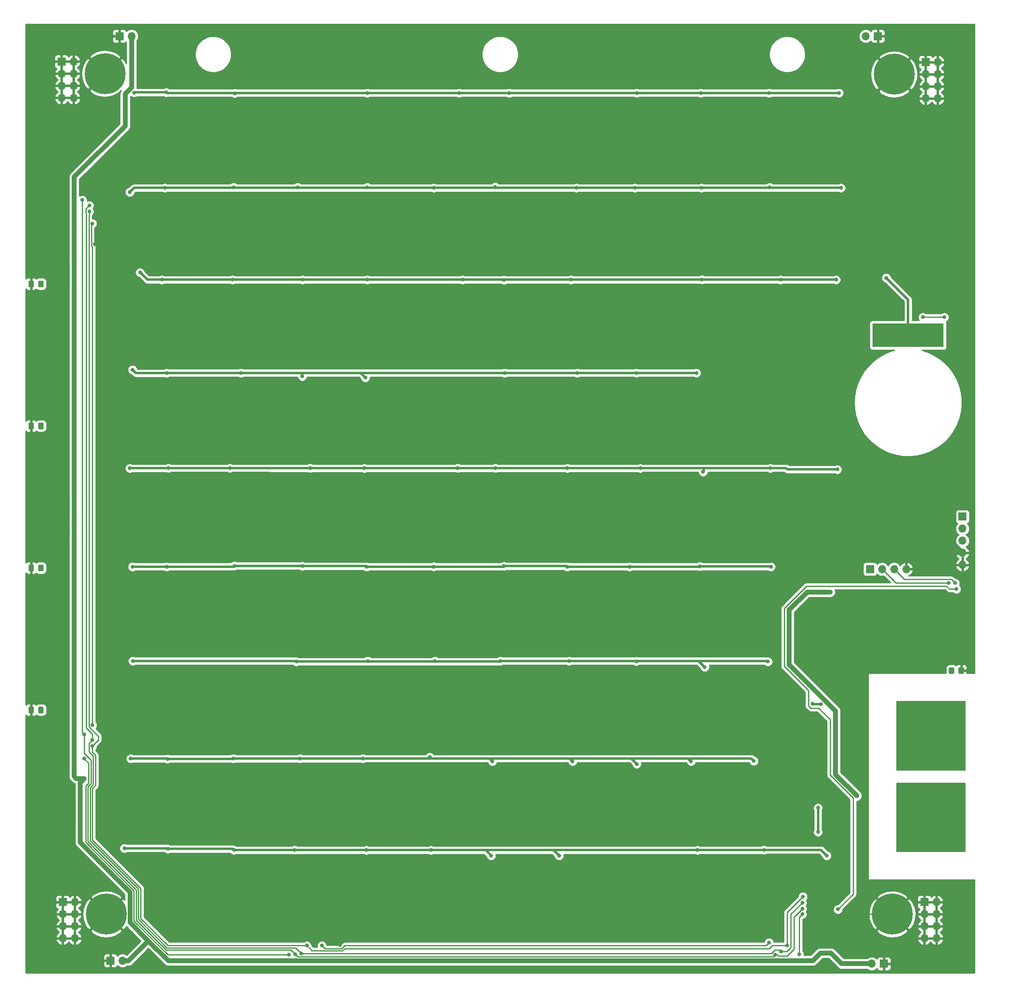
<source format=gbr>
%TF.GenerationSoftware,KiCad,Pcbnew,5.1.6-c6e7f7d~87~ubuntu18.04.1*%
%TF.CreationDate,2020-08-30T13:02:08+02:00*%
%TF.ProjectId,Elektronik,456c656b-7472-46f6-9e69-6b2e6b696361,rev?*%
%TF.SameCoordinates,Original*%
%TF.FileFunction,Copper,L2,Bot*%
%TF.FilePolarity,Positive*%
%FSLAX46Y46*%
G04 Gerber Fmt 4.6, Leading zero omitted, Abs format (unit mm)*
G04 Created by KiCad (PCBNEW 5.1.6-c6e7f7d~87~ubuntu18.04.1) date 2020-08-30 13:02:08*
%MOMM*%
%LPD*%
G01*
G04 APERTURE LIST*
%TA.AperFunction,ComponentPad*%
%ADD10O,1.700000X1.700000*%
%TD*%
%TA.AperFunction,ComponentPad*%
%ADD11R,1.700000X1.700000*%
%TD*%
%TA.AperFunction,SMDPad,CuDef*%
%ADD12R,15.000000X5.000000*%
%TD*%
%TA.AperFunction,ComponentPad*%
%ADD13C,0.900000*%
%TD*%
%TA.AperFunction,ComponentPad*%
%ADD14C,8.600000*%
%TD*%
%TA.AperFunction,ViaPad*%
%ADD15C,0.800000*%
%TD*%
%TA.AperFunction,Conductor*%
%ADD16C,0.500000*%
%TD*%
%TA.AperFunction,Conductor*%
%ADD17C,0.250000*%
%TD*%
%TA.AperFunction,Conductor*%
%ADD18C,1.000000*%
%TD*%
%TA.AperFunction,Conductor*%
%ADD19C,0.254000*%
%TD*%
G04 APERTURE END LIST*
D10*
%TO.P,J10,4*%
%TO.N,GND*%
X218694000Y-133604000D03*
%TO.P,J10,3*%
%TO.N,/CH552G-Controller/P3.0*%
X216154000Y-133604000D03*
%TO.P,J10,2*%
%TO.N,/CH552G-Controller/P3.1*%
X213614000Y-133604000D03*
D11*
%TO.P,J10,1*%
%TO.N,VCC*%
X211074000Y-133604000D03*
%TD*%
%TO.P,D535,2*%
%TO.N,Net-(D535-Pad2)*%
%TA.AperFunction,SMDPad,CuDef*%
G36*
G01*
X36255000Y-133800001D02*
X36255000Y-132899999D01*
G75*
G02*
X36504999Y-132650000I249999J0D01*
G01*
X37155001Y-132650000D01*
G75*
G02*
X37405000Y-132899999I0J-249999D01*
G01*
X37405000Y-133800001D01*
G75*
G02*
X37155001Y-134050000I-249999J0D01*
G01*
X36504999Y-134050000D01*
G75*
G02*
X36255000Y-133800001I0J249999D01*
G01*
G37*
%TD.AperFunction*%
%TO.P,D535,1*%
%TO.N,GND*%
%TA.AperFunction,SMDPad,CuDef*%
G36*
G01*
X34205000Y-133800001D02*
X34205000Y-132899999D01*
G75*
G02*
X34454999Y-132650000I249999J0D01*
G01*
X35105001Y-132650000D01*
G75*
G02*
X35355000Y-132899999I0J-249999D01*
G01*
X35355000Y-133800001D01*
G75*
G02*
X35105001Y-134050000I-249999J0D01*
G01*
X34454999Y-134050000D01*
G75*
G02*
X34205000Y-133800001I0J249999D01*
G01*
G37*
%TD.AperFunction*%
%TD*%
%TO.P,D534,2*%
%TO.N,Net-(D534-Pad2)*%
%TA.AperFunction,SMDPad,CuDef*%
G36*
G01*
X36255000Y-163645001D02*
X36255000Y-162744999D01*
G75*
G02*
X36504999Y-162495000I249999J0D01*
G01*
X37155001Y-162495000D01*
G75*
G02*
X37405000Y-162744999I0J-249999D01*
G01*
X37405000Y-163645001D01*
G75*
G02*
X37155001Y-163895000I-249999J0D01*
G01*
X36504999Y-163895000D01*
G75*
G02*
X36255000Y-163645001I0J249999D01*
G01*
G37*
%TD.AperFunction*%
%TO.P,D534,1*%
%TO.N,GND*%
%TA.AperFunction,SMDPad,CuDef*%
G36*
G01*
X34205000Y-163645001D02*
X34205000Y-162744999D01*
G75*
G02*
X34454999Y-162495000I249999J0D01*
G01*
X35105001Y-162495000D01*
G75*
G02*
X35355000Y-162744999I0J-249999D01*
G01*
X35355000Y-163645001D01*
G75*
G02*
X35105001Y-163895000I-249999J0D01*
G01*
X34454999Y-163895000D01*
G75*
G02*
X34205000Y-163645001I0J249999D01*
G01*
G37*
%TD.AperFunction*%
%TD*%
%TO.P,D533,2*%
%TO.N,Net-(D533-Pad2)*%
%TA.AperFunction,SMDPad,CuDef*%
G36*
G01*
X36255000Y-74110001D02*
X36255000Y-73209999D01*
G75*
G02*
X36504999Y-72960000I249999J0D01*
G01*
X37155001Y-72960000D01*
G75*
G02*
X37405000Y-73209999I0J-249999D01*
G01*
X37405000Y-74110001D01*
G75*
G02*
X37155001Y-74360000I-249999J0D01*
G01*
X36504999Y-74360000D01*
G75*
G02*
X36255000Y-74110001I0J249999D01*
G01*
G37*
%TD.AperFunction*%
%TO.P,D533,1*%
%TO.N,GND*%
%TA.AperFunction,SMDPad,CuDef*%
G36*
G01*
X34205000Y-74110001D02*
X34205000Y-73209999D01*
G75*
G02*
X34454999Y-72960000I249999J0D01*
G01*
X35105001Y-72960000D01*
G75*
G02*
X35355000Y-73209999I0J-249999D01*
G01*
X35355000Y-74110001D01*
G75*
G02*
X35105001Y-74360000I-249999J0D01*
G01*
X34454999Y-74360000D01*
G75*
G02*
X34205000Y-74110001I0J249999D01*
G01*
G37*
%TD.AperFunction*%
%TD*%
%TO.P,D532,2*%
%TO.N,Net-(D532-Pad2)*%
%TA.AperFunction,SMDPad,CuDef*%
G36*
G01*
X36255000Y-103955001D02*
X36255000Y-103054999D01*
G75*
G02*
X36504999Y-102805000I249999J0D01*
G01*
X37155001Y-102805000D01*
G75*
G02*
X37405000Y-103054999I0J-249999D01*
G01*
X37405000Y-103955001D01*
G75*
G02*
X37155001Y-104205000I-249999J0D01*
G01*
X36504999Y-104205000D01*
G75*
G02*
X36255000Y-103955001I0J249999D01*
G01*
G37*
%TD.AperFunction*%
%TO.P,D532,1*%
%TO.N,GND*%
%TA.AperFunction,SMDPad,CuDef*%
G36*
G01*
X34205000Y-103955001D02*
X34205000Y-103054999D01*
G75*
G02*
X34454999Y-102805000I249999J0D01*
G01*
X35105001Y-102805000D01*
G75*
G02*
X35355000Y-103054999I0J-249999D01*
G01*
X35355000Y-103955001D01*
G75*
G02*
X35105001Y-104205000I-249999J0D01*
G01*
X34454999Y-104205000D01*
G75*
G02*
X34205000Y-103955001I0J249999D01*
G01*
G37*
%TD.AperFunction*%
%TD*%
D10*
%TO.P,J9,2*%
%TO.N,VCC*%
X55880000Y-21590000D03*
D11*
%TO.P,J9,1*%
%TO.N,GND*%
X53340000Y-21590000D03*
%TD*%
D10*
%TO.P,J8,2*%
%TO.N,VCC*%
X210185000Y-21590000D03*
D11*
%TO.P,J8,1*%
%TO.N,GND*%
X212725000Y-21590000D03*
%TD*%
D10*
%TO.P,J7,2*%
%TO.N,VCC*%
X211455000Y-216535000D03*
D11*
%TO.P,J7,1*%
%TO.N,GND*%
X213995000Y-216535000D03*
%TD*%
D10*
%TO.P,J6,2*%
%TO.N,VCC*%
X53975000Y-215900000D03*
D11*
%TO.P,J6,1*%
%TO.N,GND*%
X51435000Y-215900000D03*
%TD*%
D10*
%TO.P,J5,5*%
%TO.N,GND*%
X230505000Y-132715000D03*
%TO.P,J5,4*%
X230505000Y-130175000D03*
%TO.P,J5,3*%
%TO.N,/CH552G-Controller/D+*%
X230505000Y-127635000D03*
%TO.P,J5,2*%
%TO.N,/CH552G-Controller/D-*%
X230505000Y-125095000D03*
D11*
%TO.P,J5,1*%
%TO.N,VCC*%
X230505000Y-122555000D03*
%TD*%
D12*
%TO.P,TP3,1*%
%TO.N,/BAT+*%
X219075000Y-84455000D03*
%TD*%
%TO.P,D529,2*%
%TO.N,Net-(D529-Pad2)*%
%TA.AperFunction,SMDPad,CuDef*%
G36*
G01*
X228785000Y-154489999D02*
X228785000Y-155390001D01*
G75*
G02*
X228535001Y-155640000I-249999J0D01*
G01*
X227884999Y-155640000D01*
G75*
G02*
X227635000Y-155390001I0J249999D01*
G01*
X227635000Y-154489999D01*
G75*
G02*
X227884999Y-154240000I249999J0D01*
G01*
X228535001Y-154240000D01*
G75*
G02*
X228785000Y-154489999I0J-249999D01*
G01*
G37*
%TD.AperFunction*%
%TO.P,D529,1*%
%TO.N,GND*%
%TA.AperFunction,SMDPad,CuDef*%
G36*
G01*
X230835000Y-154489999D02*
X230835000Y-155390001D01*
G75*
G02*
X230585001Y-155640000I-249999J0D01*
G01*
X229934999Y-155640000D01*
G75*
G02*
X229685000Y-155390001I0J249999D01*
G01*
X229685000Y-154489999D01*
G75*
G02*
X229934999Y-154240000I249999J0D01*
G01*
X230585001Y-154240000D01*
G75*
G02*
X230835000Y-154489999I0J-249999D01*
G01*
G37*
%TD.AperFunction*%
%TD*%
D13*
%TO.P,H4,1*%
%TO.N,GND*%
X218053419Y-203840581D03*
X215773000Y-202896000D03*
X213492581Y-203840581D03*
X212548000Y-206121000D03*
X213492581Y-208401419D03*
X215773000Y-209346000D03*
X218053419Y-208401419D03*
X218998000Y-206121000D03*
D14*
X215773000Y-206121000D03*
%TD*%
D13*
%TO.P,H3,1*%
%TO.N,GND*%
X52826419Y-203840581D03*
X50546000Y-202896000D03*
X48265581Y-203840581D03*
X47321000Y-206121000D03*
X48265581Y-208401419D03*
X50546000Y-209346000D03*
X52826419Y-208401419D03*
X53771000Y-206121000D03*
D14*
X50546000Y-206121000D03*
%TD*%
D13*
%TO.P,H2,1*%
%TO.N,GND*%
X218434419Y-27310581D03*
X216154000Y-26366000D03*
X213873581Y-27310581D03*
X212929000Y-29591000D03*
X213873581Y-31871419D03*
X216154000Y-32816000D03*
X218434419Y-31871419D03*
X219379000Y-29591000D03*
D14*
X216154000Y-29591000D03*
%TD*%
D13*
%TO.P,H1,1*%
%TO.N,GND*%
X52572419Y-27183581D03*
X50292000Y-26239000D03*
X48011581Y-27183581D03*
X47067000Y-29464000D03*
X48011581Y-31744419D03*
X50292000Y-32689000D03*
X52572419Y-31744419D03*
X53517000Y-29464000D03*
D14*
X50292000Y-29464000D03*
%TD*%
D10*
%TO.P,J4,8*%
%TO.N,GND*%
X225044000Y-211201000D03*
%TO.P,J4,7*%
X222504000Y-211201000D03*
%TO.P,J4,6*%
X225044000Y-208661000D03*
%TO.P,J4,5*%
X222504000Y-208661000D03*
%TO.P,J4,4*%
X225044000Y-206121000D03*
%TO.P,J4,3*%
X222504000Y-206121000D03*
%TO.P,J4,2*%
X225044000Y-203581000D03*
D11*
%TO.P,J4,1*%
X222504000Y-203581000D03*
%TD*%
D10*
%TO.P,J3,8*%
%TO.N,GND*%
X43942000Y-211201000D03*
%TO.P,J3,7*%
X41402000Y-211201000D03*
%TO.P,J3,6*%
X43942000Y-208661000D03*
%TO.P,J3,5*%
X41402000Y-208661000D03*
%TO.P,J3,4*%
X43942000Y-206121000D03*
%TO.P,J3,3*%
X41402000Y-206121000D03*
%TO.P,J3,2*%
X43942000Y-203581000D03*
D11*
%TO.P,J3,1*%
X41402000Y-203581000D03*
%TD*%
D10*
%TO.P,J2,8*%
%TO.N,GND*%
X225298000Y-34671000D03*
%TO.P,J2,7*%
X222758000Y-34671000D03*
%TO.P,J2,6*%
X225298000Y-32131000D03*
%TO.P,J2,5*%
X222758000Y-32131000D03*
%TO.P,J2,4*%
X225298000Y-29591000D03*
%TO.P,J2,3*%
X222758000Y-29591000D03*
%TO.P,J2,2*%
X225298000Y-27051000D03*
D11*
%TO.P,J2,1*%
X222758000Y-27051000D03*
%TD*%
D10*
%TO.P,J1,8*%
%TO.N,GND*%
X43688000Y-34544000D03*
%TO.P,J1,7*%
X41148000Y-34544000D03*
%TO.P,J1,6*%
X43688000Y-32004000D03*
%TO.P,J1,5*%
X41148000Y-32004000D03*
%TO.P,J1,4*%
X43688000Y-29464000D03*
%TO.P,J1,3*%
X41148000Y-29464000D03*
%TO.P,J1,2*%
X43688000Y-26924000D03*
D11*
%TO.P,J1,1*%
X41148000Y-26924000D03*
%TD*%
D15*
%TO.N,/1/1/+*%
X204551000Y-33528000D03*
X63200000Y-33401000D03*
X189865000Y-33528000D03*
X175514000Y-33528000D03*
X162052000Y-33528000D03*
X135255000Y-33528000D03*
X124714000Y-33528000D03*
X105410000Y-33528000D03*
X77551000Y-33589000D03*
X56386787Y-33433863D03*
%TO.N,/11/1/-*%
X200152000Y-188849000D03*
X200152000Y-183769000D03*
%TO.N,/1/2/+*%
X62865000Y-53467000D03*
X204978000Y-53467000D03*
X189969000Y-53340000D03*
X175641000Y-53467000D03*
X161671000Y-53467000D03*
X149352000Y-53467000D03*
X132270500Y-53276500D03*
X119380000Y-53467000D03*
X105387000Y-53340000D03*
X90805000Y-53340000D03*
X77343000Y-53340000D03*
X55499000Y-54356000D03*
%TO.N,/1/3/+*%
X203962000Y-72771000D03*
X62230000Y-72771000D03*
X77089000Y-72771000D03*
X91821000Y-72771000D03*
X105410000Y-72771000D03*
X125476000Y-72771000D03*
X134175500Y-72834500D03*
X148209000Y-72771000D03*
X175756500Y-72759500D03*
X192278000Y-72771000D03*
X57658000Y-71247000D03*
%TO.N,GND*%
X50419000Y-54737000D03*
X50927000Y-167005000D03*
X220345000Y-76200000D03*
X220345000Y-74295000D03*
X189865000Y-209550000D03*
X88900000Y-209550000D03*
X184150000Y-205105000D03*
X177165000Y-205105000D03*
X230505000Y-154940000D03*
X207645000Y-205740000D03*
X173355000Y-205105000D03*
X158750000Y-205105000D03*
X156210000Y-205105000D03*
X143510000Y-205105000D03*
X140335000Y-205105000D03*
X129540000Y-205105000D03*
X127000000Y-203835000D03*
X114300000Y-203835000D03*
X110490000Y-203835000D03*
X99695000Y-201930000D03*
X96520000Y-201930000D03*
X85725000Y-201930000D03*
X82550000Y-201930000D03*
X72390000Y-201930000D03*
X68580000Y-201930000D03*
X67310000Y-208280000D03*
X59690000Y-206375000D03*
X99695000Y-212634990D03*
X64135000Y-211455000D03*
X64135000Y-217805000D03*
X66040000Y-217805000D03*
X66040000Y-211455000D03*
X67945000Y-211455000D03*
X67945000Y-217805000D03*
X184785000Y-217805000D03*
X184785000Y-211455000D03*
X182880000Y-211455000D03*
X182880000Y-217805000D03*
X180975000Y-217805000D03*
X180975000Y-211455000D03*
X207645000Y-109220000D03*
X210185000Y-106680000D03*
X208915000Y-105410000D03*
X206375000Y-107950000D03*
X205105000Y-106680000D03*
X208280000Y-103505000D03*
X212725000Y-147320000D03*
X217805000Y-143510000D03*
X219075000Y-147320000D03*
X219710000Y-41275000D03*
X217170000Y-43815000D03*
X218440000Y-45085000D03*
X220980000Y-42545000D03*
X222250000Y-43815000D03*
X219710000Y-46355000D03*
X49530000Y-177800000D03*
X49530000Y-182245000D03*
X43815000Y-182245000D03*
X43815000Y-184150000D03*
X49530000Y-184150000D03*
X49530000Y-186055000D03*
X43815000Y-186055000D03*
X48895000Y-70485000D03*
X42545000Y-70485000D03*
X42545000Y-71755000D03*
X48895000Y-71755000D03*
X48895000Y-73025000D03*
X42545000Y-73025000D03*
X49911000Y-42545000D03*
X52451000Y-45085000D03*
X51181000Y-46355000D03*
X48641000Y-43815000D03*
X47371000Y-45085000D03*
X49911000Y-47625000D03*
X211455000Y-123825000D03*
X211455000Y-121285000D03*
X209084990Y-121750010D03*
X209084990Y-124290010D03*
X203708000Y-185039000D03*
X199136000Y-182245000D03*
X199136000Y-180848000D03*
X204470000Y-184277000D03*
X205359000Y-183388000D03*
X199136000Y-179451000D03*
X199136000Y-178054000D03*
X206248000Y-182626000D03*
X200660000Y-212725000D03*
X232410000Y-154940000D03*
X231902000Y-136652000D03*
X212434848Y-143650498D03*
X48133006Y-65278000D03*
X38735000Y-165100000D03*
X38735000Y-161925000D03*
X38735000Y-155575000D03*
X38735000Y-152400000D03*
X38735000Y-103505000D03*
X37465000Y-100965000D03*
X42545000Y-119380000D03*
X48895000Y-119380000D03*
X48895000Y-121285000D03*
X42545000Y-121285000D03*
X42545000Y-123190000D03*
X48895000Y-123190000D03*
X48895000Y-125095000D03*
X42545000Y-125095000D03*
X227965000Y-123825000D03*
X227965000Y-120650000D03*
%TO.N,VCC*%
X200660000Y-214300000D03*
X100330000Y-215900000D03*
X45923000Y-177609500D03*
X43815000Y-65405000D03*
X208280000Y-181229000D03*
X202692000Y-138430000D03*
%TO.N,/1/4/+*%
X174583000Y-92375184D03*
X63246000Y-92392500D03*
X56070500Y-91694000D03*
X78884316Y-92375184D03*
X91757500Y-93091000D03*
X105006000Y-93345000D03*
X134302500Y-92392500D03*
X149559816Y-92375184D03*
X161971184Y-92375184D03*
%TO.N,/1/5/+*%
X55499000Y-112395000D03*
X63658750Y-112363250D03*
X76549250Y-112363250D03*
X204216000Y-112649000D03*
X190119000Y-112395000D03*
X175999000Y-113157000D03*
X162814000Y-112395000D03*
X147452653Y-112389347D03*
X132345213Y-112383787D03*
X124445880Y-112380880D03*
X104775000Y-112395000D03*
X93446470Y-112369470D03*
%TO.N,/1/6/+*%
X56070500Y-133096000D03*
X63246000Y-133096000D03*
X77470000Y-132905500D03*
X91798000Y-132969000D03*
X105260000Y-133096000D03*
X119368500Y-133084500D03*
X134132500Y-132969000D03*
X147447000Y-133096000D03*
X160528000Y-133096000D03*
X175323500Y-133032500D03*
X190246000Y-133096000D03*
%TO.N,/10/7/+*%
X56134000Y-152908000D03*
X90528000Y-153035000D03*
X105514000Y-152908000D03*
X119611000Y-152908000D03*
X133350000Y-152908000D03*
X147828000Y-152908000D03*
X161965500Y-152971500D03*
X176339500Y-154178000D03*
X189628500Y-153035000D03*
X200794175Y-161963825D03*
X199009000Y-161925000D03*
%TO.N,/1/8/+*%
X55689500Y-173418500D03*
X63413500Y-173482000D03*
X77279500Y-173418500D03*
X91249500Y-173418500D03*
X104509500Y-173407000D03*
X118554500Y-173101000D03*
X131716500Y-173990000D03*
X148567000Y-173990000D03*
X162052000Y-174561500D03*
X173462500Y-173990000D03*
X186644000Y-173926500D03*
%TO.N,/sheet605F1288/+*%
X54356000Y-192278000D03*
X63500000Y-192405000D03*
X77383500Y-192659000D03*
X90158500Y-192647500D03*
X105219500Y-192659000D03*
X118808500Y-192659000D03*
X131445000Y-193802000D03*
X145732500Y-193802000D03*
X174815500Y-192659000D03*
X188817250Y-192627250D03*
X201970500Y-193802000D03*
%TO.N,Net-(D529-Pad2)*%
X228210000Y-154940000D03*
%TO.N,/LED_SETUP*%
X229235000Y-137795000D03*
X204343000Y-205105000D03*
%TO.N,/SCL*%
X226695000Y-80645000D03*
X222184982Y-80645000D03*
%TO.N,/BAT+*%
X214500000Y-72390000D03*
%TO.N,/SER1*%
X189865000Y-212090000D03*
X95885000Y-212725000D03*
%TO.N,/RCLK*%
X193675000Y-212725000D03*
X92710000Y-212725000D03*
X47625000Y-170815000D03*
X46990000Y-58420000D03*
X196977000Y-202438000D03*
%TO.N,/SRCLK*%
X192405000Y-213995000D03*
X91567000Y-214349979D03*
X47625000Y-169545000D03*
X46990000Y-57150000D03*
X196850000Y-203708000D03*
%TO.N,/SRCLR*%
X191135000Y-214630000D03*
X90297000Y-214565000D03*
X45912000Y-168338500D03*
X45531000Y-56007000D03*
X196850000Y-204978000D03*
%TO.N,/SER2*%
X88900000Y-214630000D03*
X45912000Y-173418500D03*
%TO.N,/SER3*%
X47625000Y-166370000D03*
X47625000Y-60960000D03*
%TO.N,/CH552G-Controller/TOUCH1*%
X217170000Y-179070000D03*
%TO.N,/CH552G-Controller/TOUCH2*%
X217170000Y-161925000D03*
%TO.N,/SER*%
X196850000Y-206121000D03*
X196215000Y-214565000D03*
%TO.N,Net-(D532-Pad2)*%
X36830000Y-103505000D03*
%TO.N,Net-(D533-Pad2)*%
X36830000Y-73660000D03*
%TO.N,Net-(D534-Pad2)*%
X36830000Y-163195000D03*
%TO.N,Net-(D535-Pad2)*%
X36830000Y-133350000D03*
%TO.N,/CH552G-Controller/P3.0*%
X228981000Y-136525000D03*
%TO.N,/CH552G-Controller/P3.1*%
X227584000Y-136525000D03*
%TD*%
D16*
%TO.N,/1/1/+*%
X63327000Y-33528000D02*
X63200000Y-33401000D01*
X189738000Y-33528000D02*
X189865000Y-33528000D01*
X204551000Y-33528000D02*
X189738000Y-33528000D01*
X189865000Y-33528000D02*
X175514000Y-33528000D01*
X162179000Y-33528000D02*
X162052000Y-33528000D01*
X175514000Y-33528000D02*
X162179000Y-33528000D01*
X162052000Y-33528000D02*
X135255000Y-33528000D01*
X125476000Y-33528000D02*
X124714000Y-33528000D01*
X135255000Y-33528000D02*
X125476000Y-33528000D01*
X124714000Y-33528000D02*
X105410000Y-33528000D01*
X105410000Y-33528000D02*
X63327000Y-33528000D01*
X56419650Y-33401000D02*
X56386787Y-33433863D01*
X63200000Y-33401000D02*
X56419650Y-33401000D01*
%TO.N,/11/1/-*%
X200152000Y-188849000D02*
X200152000Y-183769000D01*
%TO.N,/1/2/+*%
X175641000Y-53467000D02*
X204978000Y-53467000D01*
X162560000Y-53467000D02*
X161671000Y-53467000D01*
X175641000Y-53467000D02*
X162560000Y-53467000D01*
X149352000Y-53467000D02*
X161671000Y-53467000D01*
X132461000Y-53467000D02*
X132270500Y-53276500D01*
X132842000Y-53467000D02*
X132461000Y-53467000D01*
X132842000Y-53467000D02*
X149352000Y-53467000D01*
X119507000Y-53467000D02*
X119380000Y-53467000D01*
X119380000Y-53467000D02*
X132842000Y-53467000D01*
X105410000Y-53340000D02*
X105537000Y-53467000D01*
X105387000Y-53340000D02*
X105410000Y-53340000D01*
X105537000Y-53467000D02*
X119507000Y-53467000D01*
X90805000Y-53340000D02*
X90932000Y-53467000D01*
X62865000Y-53467000D02*
X90932000Y-53467000D01*
X90932000Y-53467000D02*
X105537000Y-53467000D01*
X77216000Y-53467000D02*
X77343000Y-53340000D01*
X62865000Y-53467000D02*
X56388000Y-53467000D01*
X56388000Y-53467000D02*
X55499000Y-54356000D01*
%TO.N,/1/3/+*%
X77089000Y-72771000D02*
X62230000Y-72771000D01*
X91821000Y-72771000D02*
X77089000Y-72771000D01*
X105410000Y-72771000D02*
X91821000Y-72771000D01*
X125476000Y-72771000D02*
X105410000Y-72771000D01*
X148209000Y-72771000D02*
X125476000Y-72771000D01*
X203962000Y-72771000D02*
X192278000Y-72771000D01*
X192278000Y-72771000D02*
X148209000Y-72771000D01*
X59182000Y-72771000D02*
X59690000Y-72771000D01*
X62230000Y-72771000D02*
X59690000Y-72771000D01*
X57658000Y-71247000D02*
X59182000Y-72771000D01*
%TO.N,GND*%
X189865000Y-209550000D02*
X188595000Y-209550000D01*
X188595000Y-209550000D02*
X184150000Y-205105000D01*
D17*
X230260000Y-154940000D02*
X230505000Y-154940000D01*
X215773000Y-206121000D02*
X208026000Y-206121000D01*
X208026000Y-206121000D02*
X207645000Y-205740000D01*
D16*
X177165000Y-205105000D02*
X173355000Y-205105000D01*
X158750000Y-205105000D02*
X156210000Y-205105000D01*
X143510000Y-205105000D02*
X140335000Y-205105000D01*
X129540000Y-205105000D02*
X128270000Y-205105000D01*
X128270000Y-205105000D02*
X127000000Y-203835000D01*
X127000000Y-203835000D02*
X114300000Y-203835000D01*
X110490000Y-203835000D02*
X101600000Y-203835000D01*
X101600000Y-203835000D02*
X99695000Y-201930000D01*
X96520000Y-201930000D02*
X85725000Y-201930000D01*
X82550000Y-201930000D02*
X72390000Y-201930000D01*
X68580000Y-201930000D02*
X68580000Y-205105000D01*
X68580000Y-205105000D02*
X67310000Y-206375000D01*
X67310000Y-206375000D02*
X67310000Y-208280000D01*
D18*
X200660000Y-212725000D02*
X202565000Y-212725000D01*
X209084990Y-110659990D02*
X207645000Y-109220000D01*
X207645000Y-109220000D02*
X210185000Y-106680000D01*
X208915000Y-105410000D02*
X206375000Y-107950000D01*
X205105000Y-106680000D02*
X208280000Y-103505000D01*
X219075000Y-144780000D02*
X217805000Y-143510000D01*
X219075000Y-147320000D02*
X219075000Y-144780000D01*
X219710000Y-41275000D02*
X217170000Y-43815000D01*
X218440000Y-45085000D02*
X220980000Y-42545000D01*
X222250000Y-43815000D02*
X219710000Y-46355000D01*
X211455000Y-123825000D02*
X211455000Y-121285000D01*
X211455000Y-121285000D02*
X209550000Y-121285000D01*
X209550000Y-121285000D02*
X209084990Y-121750010D01*
X209084990Y-121750010D02*
X209084990Y-110659990D01*
X211455000Y-123825000D02*
X209550000Y-123825000D01*
X209550000Y-123825000D02*
X209084990Y-124290010D01*
X209084990Y-124290010D02*
X209084990Y-121750010D01*
D16*
X203708000Y-185039000D02*
X200914000Y-182245000D01*
X200914000Y-182245000D02*
X199136000Y-182245000D01*
X199136000Y-180848000D02*
X201041000Y-180848000D01*
X201041000Y-180848000D02*
X204470000Y-184277000D01*
X205359000Y-183388000D02*
X201422000Y-179451000D01*
X201422000Y-179451000D02*
X199136000Y-179451000D01*
X199136000Y-178054000D02*
X201676000Y-178054000D01*
X201676000Y-178054000D02*
X206248000Y-182626000D01*
D17*
X230260000Y-154940000D02*
X232410000Y-154940000D01*
D18*
X217805000Y-130175000D02*
X211455000Y-123825000D01*
X230505000Y-130175000D02*
X217805000Y-130175000D01*
X212725000Y-143940650D02*
X212434848Y-143650498D01*
X212725000Y-147320000D02*
X212725000Y-143940650D01*
D16*
X38735000Y-165100000D02*
X38735000Y-161925000D01*
X38735000Y-155575000D02*
X38735000Y-152400000D01*
X38735000Y-103505000D02*
X38735000Y-102235000D01*
X38735000Y-102235000D02*
X37465000Y-100965000D01*
X48895000Y-119380000D02*
X48895000Y-121285000D01*
X42545000Y-121285000D02*
X42545000Y-123190000D01*
X48895000Y-123190000D02*
X48895000Y-125095000D01*
D18*
X230505000Y-130175000D02*
X227965000Y-127635000D01*
X227965000Y-127635000D02*
X227965000Y-123825000D01*
X227965000Y-123825000D02*
X227965000Y-120650000D01*
%TO.N,VCC*%
X45923000Y-177609500D02*
X44259500Y-177609500D01*
X44259500Y-177609500D02*
X43815000Y-177165000D01*
X43815000Y-177165000D02*
X43815000Y-65405000D01*
X45079978Y-191030950D02*
X45079978Y-178452522D01*
X100330000Y-215900000D02*
X63599026Y-215900000D01*
X55546001Y-201496973D02*
X45079978Y-191030950D01*
X55546001Y-207846975D02*
X55546001Y-201496973D01*
X45079978Y-178452522D02*
X45923000Y-177609500D01*
X200660000Y-214300000D02*
X202870000Y-214300000D01*
X205105000Y-216535000D02*
X211455000Y-216535000D01*
X202870000Y-214300000D02*
X205105000Y-216535000D01*
X55245000Y-215900000D02*
X59422013Y-211722987D01*
X53975000Y-215900000D02*
X55245000Y-215900000D01*
X63599026Y-215900000D02*
X59422013Y-211722987D01*
X59422013Y-211722987D02*
X55546001Y-207846975D01*
X199060000Y-215900000D02*
X100330000Y-215900000D01*
X200660000Y-214300000D02*
X199060000Y-215900000D01*
X54546500Y-40449500D02*
X54546500Y-33718500D01*
X54546500Y-33718500D02*
X55880000Y-32385000D01*
X43815000Y-51181000D02*
X54546500Y-40449500D01*
X55880000Y-32385000D02*
X55880000Y-21590000D01*
X43815000Y-65405000D02*
X43815000Y-51181000D01*
X208280000Y-181229000D02*
X203835000Y-176784000D01*
X203835000Y-176784000D02*
X203835000Y-163449000D01*
X203835000Y-163449000D02*
X194056000Y-153670000D01*
X194056000Y-142113000D02*
X194183000Y-142113000D01*
X194056000Y-153670000D02*
X194056000Y-142113000D01*
X194183000Y-142113000D02*
X197866000Y-138430000D01*
X197866000Y-138430000D02*
X202692000Y-138430000D01*
D16*
%TO.N,/1/4/+*%
X63263316Y-92375184D02*
X63246000Y-92392500D01*
X63246000Y-92392500D02*
X56769000Y-92392500D01*
X56769000Y-92392500D02*
X56070500Y-91694000D01*
X78884316Y-92375184D02*
X63263316Y-92375184D01*
X91757500Y-92456000D02*
X91676684Y-92375184D01*
X91757500Y-93091000D02*
X91757500Y-92456000D01*
X91676684Y-92375184D02*
X78884316Y-92375184D01*
X104036184Y-92375184D02*
X105006000Y-93345000D01*
X102823816Y-92375184D02*
X104036184Y-92375184D01*
X102823816Y-92375184D02*
X91676684Y-92375184D01*
X149559816Y-92375184D02*
X102823816Y-92375184D01*
X174583000Y-92375184D02*
X161971184Y-92375184D01*
X161971184Y-92375184D02*
X149559816Y-92375184D01*
%TO.N,/1/5/+*%
X55499000Y-112395000D02*
X63627000Y-112395000D01*
X63627000Y-112395000D02*
X63658750Y-112363250D01*
X63658750Y-112363250D02*
X76549250Y-112363250D01*
X204216000Y-112649000D02*
X193675000Y-112649000D01*
X193675000Y-112649000D02*
X193389250Y-112363250D01*
X176117250Y-112363250D02*
X176117250Y-113038750D01*
X176117250Y-113038750D02*
X175999000Y-113157000D01*
X193389250Y-112363250D02*
X176117250Y-112363250D01*
X162782250Y-112363250D02*
X162814000Y-112395000D01*
X176117250Y-112363250D02*
X162782250Y-112363250D01*
X162814000Y-112395000D02*
X147452653Y-112389347D01*
X147452653Y-112389347D02*
X132345213Y-112383787D01*
X132345213Y-112383787D02*
X124445880Y-112380880D01*
X124445880Y-112380880D02*
X93446470Y-112369470D01*
X93446470Y-112369470D02*
X76549250Y-112363250D01*
%TO.N,/1/6/+*%
X56070500Y-133096000D02*
X63246000Y-133096000D01*
X63246000Y-133096000D02*
X77279500Y-133096000D01*
X77279500Y-133096000D02*
X77470000Y-132905500D01*
X77470000Y-132905500D02*
X91734500Y-132905500D01*
X91734500Y-132905500D02*
X91798000Y-132969000D01*
X91798000Y-132969000D02*
X105133000Y-132969000D01*
X105133000Y-132969000D02*
X105260000Y-133096000D01*
X105260000Y-133096000D02*
X119357000Y-133096000D01*
X119357000Y-133096000D02*
X119368500Y-133084500D01*
X119368500Y-133084500D02*
X134017000Y-133084500D01*
X134017000Y-133084500D02*
X134132500Y-132969000D01*
X134132500Y-132969000D02*
X147320000Y-132969000D01*
X147320000Y-132969000D02*
X147447000Y-133096000D01*
X147447000Y-133096000D02*
X160528000Y-133096000D01*
X175260000Y-133096000D02*
X175323500Y-133032500D01*
X160528000Y-133096000D02*
X175260000Y-133096000D01*
X175323500Y-133032500D02*
X190182500Y-133032500D01*
X190182500Y-133032500D02*
X190246000Y-133096000D01*
%TO.N,/10/7/+*%
X56134000Y-152908000D02*
X90401000Y-152908000D01*
X90401000Y-152908000D02*
X90528000Y-153035000D01*
X105387000Y-153035000D02*
X105514000Y-152908000D01*
X119484000Y-153035000D02*
X119611000Y-152908000D01*
X90528000Y-153035000D02*
X104711500Y-153035000D01*
X104711500Y-153035000D02*
X105387000Y-153035000D01*
X133223000Y-153035000D02*
X133350000Y-152908000D01*
X118808500Y-153035000D02*
X133223000Y-153035000D01*
X104711500Y-153035000D02*
X118808500Y-153035000D01*
X118808500Y-153035000D02*
X119484000Y-153035000D01*
X133350000Y-152908000D02*
X147828000Y-152908000D01*
X161902000Y-152908000D02*
X161965500Y-152971500D01*
X175069500Y-152908000D02*
X176339500Y-154178000D01*
X147828000Y-152908000D02*
X161290000Y-152908000D01*
X161290000Y-152908000D02*
X161902000Y-152908000D01*
X189501500Y-152908000D02*
X189628500Y-153035000D01*
X161290000Y-152908000D02*
X174371000Y-152908000D01*
X174371000Y-152908000D02*
X189501500Y-152908000D01*
X174371000Y-152908000D02*
X175069500Y-152908000D01*
X200794175Y-161963825D02*
X199047825Y-161963825D01*
X199047825Y-161963825D02*
X199009000Y-161925000D01*
%TO.N,/1/8/+*%
X55689500Y-173418500D02*
X63350000Y-173418500D01*
X63350000Y-173418500D02*
X63413500Y-173482000D01*
X63413500Y-173482000D02*
X77216000Y-173482000D01*
X77216000Y-173482000D02*
X77279500Y-173418500D01*
X77279500Y-173418500D02*
X91249500Y-173418500D01*
X91249500Y-173418500D02*
X104498000Y-173418500D01*
X104498000Y-173418500D02*
X104509500Y-173407000D01*
X118248500Y-173407000D02*
X118554500Y-173101000D01*
X131133500Y-173407000D02*
X131716500Y-173990000D01*
X104509500Y-173407000D02*
X116638000Y-173407000D01*
X116638000Y-173407000D02*
X118248500Y-173407000D01*
X147984000Y-173407000D02*
X148567000Y-173990000D01*
X116638000Y-173407000D02*
X129996000Y-173407000D01*
X129996000Y-173407000D02*
X131133500Y-173407000D01*
X160897500Y-173407000D02*
X162052000Y-174561500D01*
X129996000Y-173407000D02*
X146950500Y-173407000D01*
X146950500Y-173407000D02*
X147984000Y-173407000D01*
X146950500Y-173407000D02*
X159881500Y-173407000D01*
X172879500Y-173407000D02*
X173462500Y-173990000D01*
X159881500Y-173407000D02*
X160897500Y-173407000D01*
X172454500Y-173407000D02*
X186124500Y-173407000D01*
X159881500Y-173407000D02*
X172454500Y-173407000D01*
X186124500Y-173407000D02*
X186644000Y-173926500D01*
X172454500Y-173407000D02*
X172879500Y-173407000D01*
%TO.N,/sheet605F1288/+*%
X54356000Y-192278000D02*
X63373000Y-192278000D01*
X63373000Y-192278000D02*
X63500000Y-192405000D01*
X63500000Y-192405000D02*
X77129500Y-192405000D01*
X77129500Y-192405000D02*
X77383500Y-192659000D01*
X77383500Y-192659000D02*
X90147000Y-192659000D01*
X90147000Y-192659000D02*
X90158500Y-192647500D01*
X90158500Y-192647500D02*
X105208000Y-192647500D01*
X105208000Y-192647500D02*
X105219500Y-192659000D01*
X105219500Y-192659000D02*
X118808500Y-192659000D01*
X130302000Y-192659000D02*
X131445000Y-193802000D01*
X144589500Y-192659000D02*
X145732500Y-193802000D01*
X118808500Y-192659000D02*
X129032000Y-192659000D01*
X129032000Y-192659000D02*
X130302000Y-192659000D01*
X141668500Y-192659000D02*
X174815500Y-192659000D01*
X129032000Y-192659000D02*
X141668500Y-192659000D01*
X141668500Y-192659000D02*
X144589500Y-192659000D01*
X174815500Y-192659000D02*
X188785500Y-192659000D01*
X188785500Y-192659000D02*
X188817250Y-192627250D01*
X188817250Y-192627250D02*
X200795750Y-192627250D01*
X200795750Y-192627250D02*
X201970500Y-193802000D01*
D17*
%TO.N,/LED_SETUP*%
X198120000Y-159131000D02*
X193040000Y-154051000D01*
X200279000Y-162814000D02*
X198628000Y-162814000D01*
X207518000Y-201930000D02*
X207518000Y-181737000D01*
X204343000Y-205105000D02*
X207518000Y-201930000D01*
X198120000Y-162306000D02*
X198120000Y-159131000D01*
X202692000Y-176911000D02*
X202692000Y-165227000D01*
X227780998Y-137795000D02*
X229235000Y-137795000D01*
X202692000Y-165227000D02*
X200279000Y-162814000D01*
X197739000Y-137160000D02*
X227145998Y-137160000D01*
X198628000Y-162814000D02*
X198120000Y-162306000D01*
X193040000Y-141859000D02*
X197739000Y-137160000D01*
X207518000Y-181737000D02*
X202692000Y-176911000D01*
X227145998Y-137160000D02*
X227780998Y-137795000D01*
X193040000Y-154051000D02*
X193040000Y-141859000D01*
%TO.N,/SCL*%
X226695000Y-80645000D02*
X222184982Y-80645000D01*
D16*
%TO.N,/BAT+*%
X219075000Y-84455000D02*
X219075000Y-76965000D01*
X219075000Y-76965000D02*
X214500000Y-72390000D01*
D17*
%TO.N,/SER1*%
X189865000Y-212090000D02*
X189230000Y-212725000D01*
X189230000Y-212725000D02*
X104140000Y-212725000D01*
X96519991Y-213359991D02*
X95885000Y-212725000D01*
X100043001Y-213359991D02*
X96519991Y-213359991D01*
X100677992Y-212725000D02*
X100043001Y-213359991D01*
X104140000Y-212725000D02*
X100677992Y-212725000D01*
%TO.N,/RCLK*%
X100679402Y-213360000D02*
X100229401Y-213810002D01*
X100229401Y-213810002D02*
X93795002Y-213810002D01*
X190500000Y-212725000D02*
X189865000Y-213360000D01*
X193675000Y-212725000D02*
X190500000Y-212725000D01*
X189865000Y-213360000D02*
X100679402Y-213360000D01*
X93795002Y-213810002D02*
X92710000Y-212725000D01*
X48259998Y-179071412D02*
X47625000Y-179706410D01*
X48259999Y-172720000D02*
X48259998Y-179071412D01*
X47625000Y-172085001D02*
X48259999Y-172720000D01*
X47625000Y-170815000D02*
X47625000Y-172085001D01*
X47625000Y-179706410D02*
X47625000Y-190500000D01*
X47625000Y-190500000D02*
X57785000Y-200660000D01*
X57785000Y-200660000D02*
X57785000Y-207010000D01*
X63500000Y-212725000D02*
X92710000Y-212725000D01*
X57785000Y-207010000D02*
X63500000Y-212725000D01*
X46899999Y-166718001D02*
X46899999Y-59075686D01*
X48895000Y-168713002D02*
X46899999Y-166718001D01*
X46899999Y-59075686D02*
X46990000Y-58985685D01*
X46990000Y-58985685D02*
X46990000Y-58420000D01*
X48895000Y-169545000D02*
X48895000Y-168713002D01*
X47625000Y-170815000D02*
X48895000Y-169545000D01*
X193675000Y-212725000D02*
X193675000Y-205740000D01*
X193675000Y-205740000D02*
X196977000Y-202438000D01*
%TO.N,/SRCLK*%
X192405000Y-213995000D02*
X192005001Y-213595001D01*
X190342019Y-214349979D02*
X92132685Y-214349979D01*
X191096997Y-213595001D02*
X190342019Y-214349979D01*
X192005001Y-213595001D02*
X191096997Y-213595001D01*
X92132685Y-214349979D02*
X91567000Y-214349979D01*
X47809989Y-172906400D02*
X46899999Y-171996410D01*
X46899999Y-171996410D02*
X46899999Y-170270001D01*
X46899999Y-170270001D02*
X47625000Y-169545000D01*
X47809989Y-178885011D02*
X47809989Y-172906400D01*
X91567000Y-214349979D02*
X90392032Y-213175011D01*
X47174989Y-190686400D02*
X47174989Y-179520010D01*
X47174989Y-179520010D02*
X47809989Y-178885011D01*
X57271034Y-200782444D02*
X47174989Y-190686400D01*
X57271034Y-207132445D02*
X57271034Y-200782444D01*
X63313600Y-213175011D02*
X57271034Y-207132445D01*
X90392032Y-213175011D02*
X63313600Y-213175011D01*
X46264998Y-58768002D02*
X46264998Y-57875002D01*
X46264998Y-57875002D02*
X46990000Y-57150000D01*
X46355000Y-167006410D02*
X46355000Y-58858004D01*
X47625000Y-169545000D02*
X47625000Y-168276410D01*
X46355000Y-58858004D02*
X46264998Y-58768002D01*
X47625000Y-168276410D02*
X46355000Y-167006410D01*
X192405000Y-213995000D02*
X193548000Y-213995000D01*
X193548000Y-213995000D02*
X194437000Y-213106000D01*
X194437000Y-213106000D02*
X194437000Y-206121000D01*
X194437000Y-206121000D02*
X196850000Y-203708000D01*
%TO.N,/SRCLR*%
X190690011Y-215074989D02*
X90806989Y-215074989D01*
X90806989Y-215074989D02*
X90297000Y-214565000D01*
X191135000Y-214630000D02*
X190690011Y-215074989D01*
X90297000Y-214565000D02*
X89357022Y-213625022D01*
X47359978Y-178698611D02*
X47359978Y-173724978D01*
X56821023Y-207318845D02*
X56821023Y-200968844D01*
X47359978Y-173724978D02*
X45912000Y-172277000D01*
X56821023Y-200968844D02*
X46724978Y-190872800D01*
X46724978Y-190872800D02*
X46724979Y-179333609D01*
X46724979Y-179333609D02*
X47359978Y-178698611D01*
X45912000Y-172277000D02*
X45912000Y-168338500D01*
X89357022Y-213625022D02*
X63127200Y-213625022D01*
X63127200Y-213625022D02*
X56821023Y-207318845D01*
X45531000Y-167957500D02*
X45531000Y-56007000D01*
X45912000Y-168338500D02*
X45531000Y-167957500D01*
X191135000Y-214630000D02*
X191516000Y-214630000D01*
X191516000Y-214630000D02*
X191770000Y-214884000D01*
X191770000Y-214884000D02*
X193675000Y-214884000D01*
X193675000Y-214884000D02*
X195072000Y-213487000D01*
X195072000Y-213487000D02*
X195072000Y-206756000D01*
X195072000Y-206756000D02*
X196850000Y-204978000D01*
%TO.N,/SER2*%
X88900000Y-214630000D02*
X63495767Y-214630000D01*
X56371012Y-207505245D02*
X56371012Y-201155244D01*
X46274970Y-179147207D02*
X46887000Y-178535178D01*
X63495767Y-214630000D02*
X56371012Y-207505245D01*
X46274968Y-191059199D02*
X46274970Y-179147207D01*
X56371012Y-201155244D02*
X46274968Y-191059199D01*
X46887000Y-174393500D02*
X45912000Y-173418500D01*
X46887000Y-178535178D02*
X46887000Y-174393500D01*
%TO.N,/SER3*%
X47407993Y-65626001D02*
X47407993Y-61177007D01*
X47407993Y-61177007D02*
X47625000Y-60960000D01*
X47625000Y-65843008D02*
X47407993Y-65626001D01*
X47625000Y-166370000D02*
X47625000Y-65843008D01*
%TO.N,/SER*%
X196850000Y-206121000D02*
X196215000Y-206756000D01*
X196215000Y-206756000D02*
X196215000Y-214565000D01*
%TO.N,/CH552G-Controller/P3.0*%
X228981000Y-136525000D02*
X228219000Y-135763000D01*
X218313000Y-135763000D02*
X216154000Y-133604000D01*
X228219000Y-135763000D02*
X218313000Y-135763000D01*
%TO.N,/CH552G-Controller/P3.1*%
X216535000Y-136525000D02*
X213614000Y-133604000D01*
X227584000Y-136525000D02*
X216535000Y-136525000D01*
%TD*%
D19*
%TO.N,GND*%
G36*
X233020001Y-155448000D02*
G01*
X231471648Y-155448000D01*
X231470000Y-155225750D01*
X231311250Y-155067000D01*
X230387000Y-155067000D01*
X230387000Y-155087000D01*
X230133000Y-155087000D01*
X230133000Y-155067000D01*
X230113000Y-155067000D01*
X230113000Y-154813000D01*
X230133000Y-154813000D01*
X230133000Y-153763750D01*
X230387000Y-153763750D01*
X230387000Y-154813000D01*
X231311250Y-154813000D01*
X231470000Y-154654250D01*
X231473072Y-154240000D01*
X231460812Y-154115518D01*
X231424502Y-153995820D01*
X231365537Y-153885506D01*
X231286185Y-153788815D01*
X231189494Y-153709463D01*
X231079180Y-153650498D01*
X230959482Y-153614188D01*
X230835000Y-153601928D01*
X230545750Y-153605000D01*
X230387000Y-153763750D01*
X230133000Y-153763750D01*
X229974250Y-153605000D01*
X229685000Y-153601928D01*
X229560518Y-153614188D01*
X229440820Y-153650498D01*
X229330506Y-153709463D01*
X229233815Y-153788815D01*
X229168342Y-153868594D01*
X229162962Y-153862038D01*
X229028387Y-153751595D01*
X228874851Y-153669528D01*
X228708255Y-153618992D01*
X228535001Y-153601928D01*
X227884999Y-153601928D01*
X227711745Y-153618992D01*
X227545149Y-153669528D01*
X227391613Y-153751595D01*
X227257038Y-153862038D01*
X227146595Y-153996613D01*
X227064528Y-154150149D01*
X227013992Y-154316745D01*
X226996928Y-154489999D01*
X226996928Y-155390001D01*
X227002640Y-155448000D01*
X210820000Y-155448000D01*
X210795224Y-155450440D01*
X210771399Y-155457667D01*
X210749443Y-155469403D01*
X210730197Y-155485197D01*
X210714403Y-155504443D01*
X210702667Y-155526399D01*
X210695440Y-155550224D01*
X210693000Y-155575000D01*
X210693000Y-198755000D01*
X210695440Y-198779776D01*
X210702667Y-198803601D01*
X210714403Y-198825557D01*
X210730197Y-198844803D01*
X210749443Y-198860597D01*
X210771399Y-198872333D01*
X210795224Y-198879560D01*
X210820000Y-198882000D01*
X233020001Y-198882000D01*
X233020001Y-218415000D01*
X33680000Y-218415000D01*
X33680000Y-216750000D01*
X49946928Y-216750000D01*
X49959188Y-216874482D01*
X49995498Y-216994180D01*
X50054463Y-217104494D01*
X50133815Y-217201185D01*
X50230506Y-217280537D01*
X50340820Y-217339502D01*
X50460518Y-217375812D01*
X50585000Y-217388072D01*
X51149250Y-217385000D01*
X51308000Y-217226250D01*
X51308000Y-216027000D01*
X50108750Y-216027000D01*
X49950000Y-216185750D01*
X49946928Y-216750000D01*
X33680000Y-216750000D01*
X33680000Y-215050000D01*
X49946928Y-215050000D01*
X49950000Y-215614250D01*
X50108750Y-215773000D01*
X51308000Y-215773000D01*
X51308000Y-214573750D01*
X51149250Y-214415000D01*
X50585000Y-214411928D01*
X50460518Y-214424188D01*
X50340820Y-214460498D01*
X50230506Y-214519463D01*
X50133815Y-214598815D01*
X50054463Y-214695506D01*
X49995498Y-214805820D01*
X49959188Y-214925518D01*
X49946928Y-215050000D01*
X33680000Y-215050000D01*
X33680000Y-211557890D01*
X39960524Y-211557890D01*
X40005175Y-211705099D01*
X40130359Y-211967920D01*
X40304412Y-212201269D01*
X40520645Y-212396178D01*
X40770748Y-212545157D01*
X41045109Y-212642481D01*
X41275000Y-212521814D01*
X41275000Y-211328000D01*
X41529000Y-211328000D01*
X41529000Y-212521814D01*
X41758891Y-212642481D01*
X42033252Y-212545157D01*
X42283355Y-212396178D01*
X42499588Y-212201269D01*
X42672000Y-211970120D01*
X42844412Y-212201269D01*
X43060645Y-212396178D01*
X43310748Y-212545157D01*
X43585109Y-212642481D01*
X43815000Y-212521814D01*
X43815000Y-211328000D01*
X44069000Y-211328000D01*
X44069000Y-212521814D01*
X44298891Y-212642481D01*
X44573252Y-212545157D01*
X44823355Y-212396178D01*
X45039588Y-212201269D01*
X45213641Y-211967920D01*
X45338825Y-211705099D01*
X45383476Y-211557890D01*
X45262155Y-211328000D01*
X44069000Y-211328000D01*
X43815000Y-211328000D01*
X41529000Y-211328000D01*
X41275000Y-211328000D01*
X40081845Y-211328000D01*
X39960524Y-211557890D01*
X33680000Y-211557890D01*
X33680000Y-209017890D01*
X39960524Y-209017890D01*
X40005175Y-209165099D01*
X40130359Y-209427920D01*
X40304412Y-209661269D01*
X40520645Y-209856178D01*
X40646255Y-209931000D01*
X40520645Y-210005822D01*
X40304412Y-210200731D01*
X40130359Y-210434080D01*
X40005175Y-210696901D01*
X39960524Y-210844110D01*
X40081845Y-211074000D01*
X41275000Y-211074000D01*
X41275000Y-208788000D01*
X41529000Y-208788000D01*
X41529000Y-211074000D01*
X43815000Y-211074000D01*
X43815000Y-208788000D01*
X44069000Y-208788000D01*
X44069000Y-211074000D01*
X45262155Y-211074000D01*
X45383476Y-210844110D01*
X45338825Y-210696901D01*
X45213641Y-210434080D01*
X45039588Y-210200731D01*
X44823355Y-210005822D01*
X44697745Y-209931000D01*
X44823355Y-209856178D01*
X45039588Y-209661269D01*
X45082440Y-209603818D01*
X47242787Y-209603818D01*
X47734946Y-210206149D01*
X48585933Y-210676063D01*
X49512243Y-210970929D01*
X50478281Y-211079414D01*
X51446921Y-210997351D01*
X52380938Y-210727893D01*
X53244440Y-210281394D01*
X53357054Y-210206149D01*
X53849213Y-209603818D01*
X50546000Y-206300605D01*
X47242787Y-209603818D01*
X45082440Y-209603818D01*
X45213641Y-209427920D01*
X45338825Y-209165099D01*
X45383476Y-209017890D01*
X45262155Y-208788000D01*
X44069000Y-208788000D01*
X43815000Y-208788000D01*
X41529000Y-208788000D01*
X41275000Y-208788000D01*
X40081845Y-208788000D01*
X39960524Y-209017890D01*
X33680000Y-209017890D01*
X33680000Y-206477890D01*
X39960524Y-206477890D01*
X40005175Y-206625099D01*
X40130359Y-206887920D01*
X40304412Y-207121269D01*
X40520645Y-207316178D01*
X40646255Y-207391000D01*
X40520645Y-207465822D01*
X40304412Y-207660731D01*
X40130359Y-207894080D01*
X40005175Y-208156901D01*
X39960524Y-208304110D01*
X40081845Y-208534000D01*
X41275000Y-208534000D01*
X41275000Y-206248000D01*
X41529000Y-206248000D01*
X41529000Y-208534000D01*
X43815000Y-208534000D01*
X43815000Y-206248000D01*
X44069000Y-206248000D01*
X44069000Y-208534000D01*
X45262155Y-208534000D01*
X45383476Y-208304110D01*
X45338825Y-208156901D01*
X45213641Y-207894080D01*
X45039588Y-207660731D01*
X44823355Y-207465822D01*
X44697745Y-207391000D01*
X44823355Y-207316178D01*
X45039588Y-207121269D01*
X45213641Y-206887920D01*
X45338825Y-206625099D01*
X45383476Y-206477890D01*
X45262155Y-206248000D01*
X44069000Y-206248000D01*
X43815000Y-206248000D01*
X41529000Y-206248000D01*
X41275000Y-206248000D01*
X40081845Y-206248000D01*
X39960524Y-206477890D01*
X33680000Y-206477890D01*
X33680000Y-206053281D01*
X45587586Y-206053281D01*
X45669649Y-207021921D01*
X45939107Y-207955938D01*
X46385606Y-208819440D01*
X46460851Y-208932054D01*
X47063182Y-209424213D01*
X50366395Y-206121000D01*
X47063182Y-202817787D01*
X46460851Y-203309946D01*
X45990937Y-204160933D01*
X45696071Y-205087243D01*
X45587586Y-206053281D01*
X33680000Y-206053281D01*
X33680000Y-204431000D01*
X39913928Y-204431000D01*
X39926188Y-204555482D01*
X39962498Y-204675180D01*
X40021463Y-204785494D01*
X40100815Y-204882185D01*
X40197506Y-204961537D01*
X40307820Y-205020502D01*
X40388466Y-205044966D01*
X40304412Y-205120731D01*
X40130359Y-205354080D01*
X40005175Y-205616901D01*
X39960524Y-205764110D01*
X40081845Y-205994000D01*
X41275000Y-205994000D01*
X41275000Y-203708000D01*
X41529000Y-203708000D01*
X41529000Y-205994000D01*
X43815000Y-205994000D01*
X43815000Y-203708000D01*
X44069000Y-203708000D01*
X44069000Y-205994000D01*
X45262155Y-205994000D01*
X45383476Y-205764110D01*
X45338825Y-205616901D01*
X45213641Y-205354080D01*
X45039588Y-205120731D01*
X44823355Y-204925822D01*
X44697745Y-204851000D01*
X44823355Y-204776178D01*
X45039588Y-204581269D01*
X45213641Y-204347920D01*
X45338825Y-204085099D01*
X45383476Y-203937890D01*
X45262155Y-203708000D01*
X44069000Y-203708000D01*
X43815000Y-203708000D01*
X41529000Y-203708000D01*
X41275000Y-203708000D01*
X40075750Y-203708000D01*
X39917000Y-203866750D01*
X39913928Y-204431000D01*
X33680000Y-204431000D01*
X33680000Y-202731000D01*
X39913928Y-202731000D01*
X39917000Y-203295250D01*
X40075750Y-203454000D01*
X41275000Y-203454000D01*
X41275000Y-202254750D01*
X41529000Y-202254750D01*
X41529000Y-203454000D01*
X43815000Y-203454000D01*
X43815000Y-202260186D01*
X44069000Y-202260186D01*
X44069000Y-203454000D01*
X45262155Y-203454000D01*
X45383476Y-203224110D01*
X45338825Y-203076901D01*
X45213641Y-202814080D01*
X45082441Y-202638182D01*
X47242787Y-202638182D01*
X50546000Y-205941395D01*
X53849213Y-202638182D01*
X53357054Y-202035851D01*
X52506067Y-201565937D01*
X51579757Y-201271071D01*
X50613719Y-201162586D01*
X49645079Y-201244649D01*
X48711062Y-201514107D01*
X47847560Y-201960606D01*
X47734946Y-202035851D01*
X47242787Y-202638182D01*
X45082441Y-202638182D01*
X45039588Y-202580731D01*
X44823355Y-202385822D01*
X44573252Y-202236843D01*
X44298891Y-202139519D01*
X44069000Y-202260186D01*
X43815000Y-202260186D01*
X43585109Y-202139519D01*
X43310748Y-202236843D01*
X43060645Y-202385822D01*
X42864498Y-202562626D01*
X42841502Y-202486820D01*
X42782537Y-202376506D01*
X42703185Y-202279815D01*
X42606494Y-202200463D01*
X42496180Y-202141498D01*
X42376482Y-202105188D01*
X42252000Y-202092928D01*
X41687750Y-202096000D01*
X41529000Y-202254750D01*
X41275000Y-202254750D01*
X41116250Y-202096000D01*
X40552000Y-202092928D01*
X40427518Y-202105188D01*
X40307820Y-202141498D01*
X40197506Y-202200463D01*
X40100815Y-202279815D01*
X40021463Y-202376506D01*
X39962498Y-202486820D01*
X39926188Y-202606518D01*
X39913928Y-202731000D01*
X33680000Y-202731000D01*
X33680000Y-164256241D01*
X33753815Y-164346185D01*
X33850506Y-164425537D01*
X33960820Y-164484502D01*
X34080518Y-164520812D01*
X34205000Y-164533072D01*
X34494250Y-164530000D01*
X34653000Y-164371250D01*
X34653000Y-163322000D01*
X34633000Y-163322000D01*
X34633000Y-163068000D01*
X34653000Y-163068000D01*
X34653000Y-162018750D01*
X34907000Y-162018750D01*
X34907000Y-163068000D01*
X34927000Y-163068000D01*
X34927000Y-163322000D01*
X34907000Y-163322000D01*
X34907000Y-164371250D01*
X35065750Y-164530000D01*
X35355000Y-164533072D01*
X35479482Y-164520812D01*
X35599180Y-164484502D01*
X35709494Y-164425537D01*
X35806185Y-164346185D01*
X35871658Y-164266406D01*
X35877038Y-164272962D01*
X36011613Y-164383405D01*
X36165149Y-164465472D01*
X36331745Y-164516008D01*
X36504999Y-164533072D01*
X37155001Y-164533072D01*
X37328255Y-164516008D01*
X37494851Y-164465472D01*
X37648387Y-164383405D01*
X37782962Y-164272962D01*
X37893405Y-164138387D01*
X37975472Y-163984851D01*
X38026008Y-163818255D01*
X38043072Y-163645001D01*
X38043072Y-162744999D01*
X38026008Y-162571745D01*
X37975472Y-162405149D01*
X37893405Y-162251613D01*
X37782962Y-162117038D01*
X37648387Y-162006595D01*
X37494851Y-161924528D01*
X37328255Y-161873992D01*
X37155001Y-161856928D01*
X36504999Y-161856928D01*
X36331745Y-161873992D01*
X36165149Y-161924528D01*
X36011613Y-162006595D01*
X35877038Y-162117038D01*
X35871658Y-162123594D01*
X35806185Y-162043815D01*
X35709494Y-161964463D01*
X35599180Y-161905498D01*
X35479482Y-161869188D01*
X35355000Y-161856928D01*
X35065750Y-161860000D01*
X34907000Y-162018750D01*
X34653000Y-162018750D01*
X34494250Y-161860000D01*
X34205000Y-161856928D01*
X34080518Y-161869188D01*
X33960820Y-161905498D01*
X33850506Y-161964463D01*
X33753815Y-162043815D01*
X33680000Y-162133759D01*
X33680000Y-134411241D01*
X33753815Y-134501185D01*
X33850506Y-134580537D01*
X33960820Y-134639502D01*
X34080518Y-134675812D01*
X34205000Y-134688072D01*
X34494250Y-134685000D01*
X34653000Y-134526250D01*
X34653000Y-133477000D01*
X34633000Y-133477000D01*
X34633000Y-133223000D01*
X34653000Y-133223000D01*
X34653000Y-132173750D01*
X34907000Y-132173750D01*
X34907000Y-133223000D01*
X34927000Y-133223000D01*
X34927000Y-133477000D01*
X34907000Y-133477000D01*
X34907000Y-134526250D01*
X35065750Y-134685000D01*
X35355000Y-134688072D01*
X35479482Y-134675812D01*
X35599180Y-134639502D01*
X35709494Y-134580537D01*
X35806185Y-134501185D01*
X35871658Y-134421406D01*
X35877038Y-134427962D01*
X36011613Y-134538405D01*
X36165149Y-134620472D01*
X36331745Y-134671008D01*
X36504999Y-134688072D01*
X37155001Y-134688072D01*
X37328255Y-134671008D01*
X37494851Y-134620472D01*
X37648387Y-134538405D01*
X37782962Y-134427962D01*
X37893405Y-134293387D01*
X37975472Y-134139851D01*
X38026008Y-133973255D01*
X38043072Y-133800001D01*
X38043072Y-132899999D01*
X38026008Y-132726745D01*
X37975472Y-132560149D01*
X37893405Y-132406613D01*
X37782962Y-132272038D01*
X37648387Y-132161595D01*
X37494851Y-132079528D01*
X37328255Y-132028992D01*
X37155001Y-132011928D01*
X36504999Y-132011928D01*
X36331745Y-132028992D01*
X36165149Y-132079528D01*
X36011613Y-132161595D01*
X35877038Y-132272038D01*
X35871658Y-132278594D01*
X35806185Y-132198815D01*
X35709494Y-132119463D01*
X35599180Y-132060498D01*
X35479482Y-132024188D01*
X35355000Y-132011928D01*
X35065750Y-132015000D01*
X34907000Y-132173750D01*
X34653000Y-132173750D01*
X34494250Y-132015000D01*
X34205000Y-132011928D01*
X34080518Y-132024188D01*
X33960820Y-132060498D01*
X33850506Y-132119463D01*
X33753815Y-132198815D01*
X33680000Y-132288759D01*
X33680000Y-104566241D01*
X33753815Y-104656185D01*
X33850506Y-104735537D01*
X33960820Y-104794502D01*
X34080518Y-104830812D01*
X34205000Y-104843072D01*
X34494250Y-104840000D01*
X34653000Y-104681250D01*
X34653000Y-103632000D01*
X34633000Y-103632000D01*
X34633000Y-103378000D01*
X34653000Y-103378000D01*
X34653000Y-102328750D01*
X34907000Y-102328750D01*
X34907000Y-103378000D01*
X34927000Y-103378000D01*
X34927000Y-103632000D01*
X34907000Y-103632000D01*
X34907000Y-104681250D01*
X35065750Y-104840000D01*
X35355000Y-104843072D01*
X35479482Y-104830812D01*
X35599180Y-104794502D01*
X35709494Y-104735537D01*
X35806185Y-104656185D01*
X35871658Y-104576406D01*
X35877038Y-104582962D01*
X36011613Y-104693405D01*
X36165149Y-104775472D01*
X36331745Y-104826008D01*
X36504999Y-104843072D01*
X37155001Y-104843072D01*
X37328255Y-104826008D01*
X37494851Y-104775472D01*
X37648387Y-104693405D01*
X37782962Y-104582962D01*
X37893405Y-104448387D01*
X37975472Y-104294851D01*
X38026008Y-104128255D01*
X38043072Y-103955001D01*
X38043072Y-103054999D01*
X38026008Y-102881745D01*
X37975472Y-102715149D01*
X37893405Y-102561613D01*
X37782962Y-102427038D01*
X37648387Y-102316595D01*
X37494851Y-102234528D01*
X37328255Y-102183992D01*
X37155001Y-102166928D01*
X36504999Y-102166928D01*
X36331745Y-102183992D01*
X36165149Y-102234528D01*
X36011613Y-102316595D01*
X35877038Y-102427038D01*
X35871658Y-102433594D01*
X35806185Y-102353815D01*
X35709494Y-102274463D01*
X35599180Y-102215498D01*
X35479482Y-102179188D01*
X35355000Y-102166928D01*
X35065750Y-102170000D01*
X34907000Y-102328750D01*
X34653000Y-102328750D01*
X34494250Y-102170000D01*
X34205000Y-102166928D01*
X34080518Y-102179188D01*
X33960820Y-102215498D01*
X33850506Y-102274463D01*
X33753815Y-102353815D01*
X33680000Y-102443759D01*
X33680000Y-74721241D01*
X33753815Y-74811185D01*
X33850506Y-74890537D01*
X33960820Y-74949502D01*
X34080518Y-74985812D01*
X34205000Y-74998072D01*
X34494250Y-74995000D01*
X34653000Y-74836250D01*
X34653000Y-73787000D01*
X34633000Y-73787000D01*
X34633000Y-73533000D01*
X34653000Y-73533000D01*
X34653000Y-72483750D01*
X34907000Y-72483750D01*
X34907000Y-73533000D01*
X34927000Y-73533000D01*
X34927000Y-73787000D01*
X34907000Y-73787000D01*
X34907000Y-74836250D01*
X35065750Y-74995000D01*
X35355000Y-74998072D01*
X35479482Y-74985812D01*
X35599180Y-74949502D01*
X35709494Y-74890537D01*
X35806185Y-74811185D01*
X35871658Y-74731406D01*
X35877038Y-74737962D01*
X36011613Y-74848405D01*
X36165149Y-74930472D01*
X36331745Y-74981008D01*
X36504999Y-74998072D01*
X37155001Y-74998072D01*
X37328255Y-74981008D01*
X37494851Y-74930472D01*
X37648387Y-74848405D01*
X37782962Y-74737962D01*
X37893405Y-74603387D01*
X37975472Y-74449851D01*
X38026008Y-74283255D01*
X38043072Y-74110001D01*
X38043072Y-73209999D01*
X38026008Y-73036745D01*
X37975472Y-72870149D01*
X37893405Y-72716613D01*
X37782962Y-72582038D01*
X37648387Y-72471595D01*
X37494851Y-72389528D01*
X37328255Y-72338992D01*
X37155001Y-72321928D01*
X36504999Y-72321928D01*
X36331745Y-72338992D01*
X36165149Y-72389528D01*
X36011613Y-72471595D01*
X35877038Y-72582038D01*
X35871658Y-72588594D01*
X35806185Y-72508815D01*
X35709494Y-72429463D01*
X35599180Y-72370498D01*
X35479482Y-72334188D01*
X35355000Y-72321928D01*
X35065750Y-72325000D01*
X34907000Y-72483750D01*
X34653000Y-72483750D01*
X34494250Y-72325000D01*
X34205000Y-72321928D01*
X34080518Y-72334188D01*
X33960820Y-72370498D01*
X33850506Y-72429463D01*
X33753815Y-72508815D01*
X33680000Y-72598759D01*
X33680000Y-51181000D01*
X42674509Y-51181000D01*
X42680001Y-51236761D01*
X42680000Y-65460751D01*
X42680001Y-65460761D01*
X42680000Y-177109249D01*
X42674509Y-177165000D01*
X42680000Y-177220751D01*
X42696423Y-177387498D01*
X42761324Y-177601446D01*
X42866716Y-177798623D01*
X43008551Y-177971449D01*
X43051865Y-178006996D01*
X43417504Y-178372635D01*
X43453051Y-178415949D01*
X43625877Y-178557784D01*
X43793044Y-178647136D01*
X43823053Y-178663176D01*
X43944979Y-178700162D01*
X43944978Y-190975198D01*
X43939487Y-191030950D01*
X43944978Y-191086701D01*
X43961401Y-191253448D01*
X44026302Y-191467396D01*
X44131694Y-191664573D01*
X44273529Y-191837399D01*
X44316843Y-191872946D01*
X54411002Y-201967107D01*
X54411002Y-203130066D01*
X54028818Y-202817787D01*
X50725605Y-206121000D01*
X54028818Y-209424213D01*
X54631149Y-208932054D01*
X54770832Y-208679095D01*
X54782866Y-208688971D01*
X57816881Y-211722987D01*
X54844729Y-214695140D01*
X54678411Y-214584010D01*
X54408158Y-214472068D01*
X54121260Y-214415000D01*
X53828740Y-214415000D01*
X53541842Y-214472068D01*
X53271589Y-214584010D01*
X53028368Y-214746525D01*
X52896513Y-214878380D01*
X52874502Y-214805820D01*
X52815537Y-214695506D01*
X52736185Y-214598815D01*
X52639494Y-214519463D01*
X52529180Y-214460498D01*
X52409482Y-214424188D01*
X52285000Y-214411928D01*
X51720750Y-214415000D01*
X51562000Y-214573750D01*
X51562000Y-215773000D01*
X51582000Y-215773000D01*
X51582000Y-216027000D01*
X51562000Y-216027000D01*
X51562000Y-217226250D01*
X51720750Y-217385000D01*
X52285000Y-217388072D01*
X52409482Y-217375812D01*
X52529180Y-217339502D01*
X52639494Y-217280537D01*
X52736185Y-217201185D01*
X52815537Y-217104494D01*
X52874502Y-216994180D01*
X52896513Y-216921620D01*
X53028368Y-217053475D01*
X53271589Y-217215990D01*
X53541842Y-217327932D01*
X53828740Y-217385000D01*
X54121260Y-217385000D01*
X54408158Y-217327932D01*
X54678411Y-217215990D01*
X54921632Y-217053475D01*
X54940107Y-217035000D01*
X55189249Y-217035000D01*
X55245000Y-217040491D01*
X55300751Y-217035000D01*
X55300752Y-217035000D01*
X55467499Y-217018577D01*
X55681447Y-216953676D01*
X55878623Y-216848284D01*
X56051449Y-216706449D01*
X56086996Y-216663135D01*
X59422013Y-213328119D01*
X62757035Y-216663141D01*
X62792577Y-216706449D01*
X62965403Y-216848284D01*
X63162579Y-216953676D01*
X63376527Y-217018577D01*
X63543274Y-217035000D01*
X63543283Y-217035000D01*
X63599025Y-217040490D01*
X63654767Y-217035000D01*
X199004249Y-217035000D01*
X199060000Y-217040491D01*
X199115751Y-217035000D01*
X199115752Y-217035000D01*
X199282499Y-217018577D01*
X199496447Y-216953676D01*
X199693623Y-216848284D01*
X199866449Y-216706449D01*
X199901995Y-216663136D01*
X201130133Y-215435000D01*
X202399869Y-215435000D01*
X204263009Y-217298141D01*
X204298551Y-217341449D01*
X204471377Y-217483284D01*
X204668553Y-217588676D01*
X204882501Y-217653577D01*
X205049248Y-217670000D01*
X205049257Y-217670000D01*
X205104999Y-217675490D01*
X205160741Y-217670000D01*
X210489893Y-217670000D01*
X210508368Y-217688475D01*
X210751589Y-217850990D01*
X211021842Y-217962932D01*
X211308740Y-218020000D01*
X211601260Y-218020000D01*
X211888158Y-217962932D01*
X212158411Y-217850990D01*
X212401632Y-217688475D01*
X212533487Y-217556620D01*
X212555498Y-217629180D01*
X212614463Y-217739494D01*
X212693815Y-217836185D01*
X212790506Y-217915537D01*
X212900820Y-217974502D01*
X213020518Y-218010812D01*
X213145000Y-218023072D01*
X213709250Y-218020000D01*
X213868000Y-217861250D01*
X213868000Y-216662000D01*
X214122000Y-216662000D01*
X214122000Y-217861250D01*
X214280750Y-218020000D01*
X214845000Y-218023072D01*
X214969482Y-218010812D01*
X215089180Y-217974502D01*
X215199494Y-217915537D01*
X215296185Y-217836185D01*
X215375537Y-217739494D01*
X215434502Y-217629180D01*
X215470812Y-217509482D01*
X215483072Y-217385000D01*
X215480000Y-216820750D01*
X215321250Y-216662000D01*
X214122000Y-216662000D01*
X213868000Y-216662000D01*
X213848000Y-216662000D01*
X213848000Y-216408000D01*
X213868000Y-216408000D01*
X213868000Y-215208750D01*
X214122000Y-215208750D01*
X214122000Y-216408000D01*
X215321250Y-216408000D01*
X215480000Y-216249250D01*
X215483072Y-215685000D01*
X215470812Y-215560518D01*
X215434502Y-215440820D01*
X215375537Y-215330506D01*
X215296185Y-215233815D01*
X215199494Y-215154463D01*
X215089180Y-215095498D01*
X214969482Y-215059188D01*
X214845000Y-215046928D01*
X214280750Y-215050000D01*
X214122000Y-215208750D01*
X213868000Y-215208750D01*
X213709250Y-215050000D01*
X213145000Y-215046928D01*
X213020518Y-215059188D01*
X212900820Y-215095498D01*
X212790506Y-215154463D01*
X212693815Y-215233815D01*
X212614463Y-215330506D01*
X212555498Y-215440820D01*
X212533487Y-215513380D01*
X212401632Y-215381525D01*
X212158411Y-215219010D01*
X211888158Y-215107068D01*
X211601260Y-215050000D01*
X211308740Y-215050000D01*
X211021842Y-215107068D01*
X210751589Y-215219010D01*
X210508368Y-215381525D01*
X210489893Y-215400000D01*
X205575132Y-215400000D01*
X203711996Y-213536865D01*
X203676449Y-213493551D01*
X203503623Y-213351716D01*
X203306447Y-213246324D01*
X203092499Y-213181423D01*
X202925752Y-213165000D01*
X202925751Y-213165000D01*
X202870000Y-213159509D01*
X202814249Y-213165000D01*
X200715752Y-213165000D01*
X200660000Y-213159509D01*
X200604248Y-213165000D01*
X200502604Y-213175011D01*
X200437501Y-213181423D01*
X200223553Y-213246324D01*
X200026377Y-213351716D01*
X199896856Y-213458011D01*
X199896855Y-213458012D01*
X199853551Y-213493551D01*
X199818013Y-213536854D01*
X198589869Y-214765000D01*
X197230495Y-214765000D01*
X197250000Y-214666939D01*
X197250000Y-214463061D01*
X197210226Y-214263102D01*
X197132205Y-214074744D01*
X197018937Y-213905226D01*
X196975000Y-213861289D01*
X196975000Y-211557890D01*
X221062524Y-211557890D01*
X221107175Y-211705099D01*
X221232359Y-211967920D01*
X221406412Y-212201269D01*
X221622645Y-212396178D01*
X221872748Y-212545157D01*
X222147109Y-212642481D01*
X222377000Y-212521814D01*
X222377000Y-211328000D01*
X222631000Y-211328000D01*
X222631000Y-212521814D01*
X222860891Y-212642481D01*
X223135252Y-212545157D01*
X223385355Y-212396178D01*
X223601588Y-212201269D01*
X223774000Y-211970120D01*
X223946412Y-212201269D01*
X224162645Y-212396178D01*
X224412748Y-212545157D01*
X224687109Y-212642481D01*
X224917000Y-212521814D01*
X224917000Y-211328000D01*
X225171000Y-211328000D01*
X225171000Y-212521814D01*
X225400891Y-212642481D01*
X225675252Y-212545157D01*
X225925355Y-212396178D01*
X226141588Y-212201269D01*
X226315641Y-211967920D01*
X226440825Y-211705099D01*
X226485476Y-211557890D01*
X226364155Y-211328000D01*
X225171000Y-211328000D01*
X224917000Y-211328000D01*
X222631000Y-211328000D01*
X222377000Y-211328000D01*
X221183845Y-211328000D01*
X221062524Y-211557890D01*
X196975000Y-211557890D01*
X196975000Y-209603818D01*
X212469787Y-209603818D01*
X212961946Y-210206149D01*
X213812933Y-210676063D01*
X214739243Y-210970929D01*
X215705281Y-211079414D01*
X216673921Y-210997351D01*
X217607938Y-210727893D01*
X218471440Y-210281394D01*
X218584054Y-210206149D01*
X219076213Y-209603818D01*
X215773000Y-206300605D01*
X212469787Y-209603818D01*
X196975000Y-209603818D01*
X196975000Y-207151413D01*
X197151898Y-207116226D01*
X197340256Y-207038205D01*
X197509774Y-206924937D01*
X197653937Y-206780774D01*
X197767205Y-206611256D01*
X197845226Y-206422898D01*
X197885000Y-206222939D01*
X197885000Y-206019061D01*
X197845226Y-205819102D01*
X197767205Y-205630744D01*
X197712920Y-205549500D01*
X197767205Y-205468256D01*
X197845226Y-205279898D01*
X197885000Y-205079939D01*
X197885000Y-204876061D01*
X197845226Y-204676102D01*
X197767205Y-204487744D01*
X197670490Y-204343000D01*
X197767205Y-204198256D01*
X197845226Y-204009898D01*
X197885000Y-203809939D01*
X197885000Y-203606061D01*
X197845226Y-203406102D01*
X197767205Y-203217744D01*
X197724652Y-203154059D01*
X197780937Y-203097774D01*
X197894205Y-202928256D01*
X197972226Y-202739898D01*
X198012000Y-202539939D01*
X198012000Y-202336061D01*
X197972226Y-202136102D01*
X197894205Y-201947744D01*
X197780937Y-201778226D01*
X197636774Y-201634063D01*
X197467256Y-201520795D01*
X197278898Y-201442774D01*
X197078939Y-201403000D01*
X196875061Y-201403000D01*
X196675102Y-201442774D01*
X196486744Y-201520795D01*
X196317226Y-201634063D01*
X196173063Y-201778226D01*
X196059795Y-201947744D01*
X195981774Y-202136102D01*
X195942000Y-202336061D01*
X195942000Y-202398198D01*
X193163998Y-205176201D01*
X193135000Y-205199999D01*
X193111202Y-205228997D01*
X193111201Y-205228998D01*
X193040026Y-205315724D01*
X192969454Y-205447754D01*
X192957845Y-205486026D01*
X192925998Y-205591014D01*
X192920681Y-205645001D01*
X192911324Y-205740000D01*
X192915001Y-205777332D01*
X192915000Y-211965000D01*
X190895413Y-211965000D01*
X190860226Y-211788102D01*
X190782205Y-211599744D01*
X190668937Y-211430226D01*
X190524774Y-211286063D01*
X190355256Y-211172795D01*
X190166898Y-211094774D01*
X189966939Y-211055000D01*
X189763061Y-211055000D01*
X189563102Y-211094774D01*
X189374744Y-211172795D01*
X189205226Y-211286063D01*
X189061063Y-211430226D01*
X188947795Y-211599744D01*
X188869774Y-211788102D01*
X188834587Y-211965000D01*
X100715315Y-211965000D01*
X100677992Y-211961324D01*
X100640669Y-211965000D01*
X100640659Y-211965000D01*
X100529006Y-211975997D01*
X100385745Y-212019454D01*
X100253715Y-212090026D01*
X100170075Y-212158668D01*
X100137991Y-212184999D01*
X100114193Y-212213997D01*
X99728200Y-212599991D01*
X96915411Y-212599991D01*
X96880226Y-212423102D01*
X96802205Y-212234744D01*
X96688937Y-212065226D01*
X96544774Y-211921063D01*
X96375256Y-211807795D01*
X96186898Y-211729774D01*
X95986939Y-211690000D01*
X95783061Y-211690000D01*
X95583102Y-211729774D01*
X95394744Y-211807795D01*
X95225226Y-211921063D01*
X95081063Y-212065226D01*
X94967795Y-212234744D01*
X94889774Y-212423102D01*
X94850000Y-212623061D01*
X94850000Y-212826939D01*
X94889774Y-213026898D01*
X94899344Y-213050002D01*
X94109804Y-213050002D01*
X93745000Y-212685199D01*
X93745000Y-212623061D01*
X93705226Y-212423102D01*
X93627205Y-212234744D01*
X93513937Y-212065226D01*
X93369774Y-211921063D01*
X93200256Y-211807795D01*
X93011898Y-211729774D01*
X92811939Y-211690000D01*
X92608061Y-211690000D01*
X92408102Y-211729774D01*
X92219744Y-211807795D01*
X92050226Y-211921063D01*
X92006289Y-211965000D01*
X63814802Y-211965000D01*
X58545000Y-206695199D01*
X58545000Y-200697325D01*
X58548676Y-200660000D01*
X58545000Y-200622675D01*
X58545000Y-200622667D01*
X58534003Y-200511014D01*
X58490546Y-200367753D01*
X58419974Y-200235724D01*
X58325001Y-200119999D01*
X58296004Y-200096202D01*
X50375863Y-192176061D01*
X53321000Y-192176061D01*
X53321000Y-192379939D01*
X53360774Y-192579898D01*
X53438795Y-192768256D01*
X53552063Y-192937774D01*
X53696226Y-193081937D01*
X53865744Y-193195205D01*
X54054102Y-193273226D01*
X54254061Y-193313000D01*
X54457939Y-193313000D01*
X54657898Y-193273226D01*
X54846256Y-193195205D01*
X54894454Y-193163000D01*
X62794289Y-193163000D01*
X62840226Y-193208937D01*
X63009744Y-193322205D01*
X63198102Y-193400226D01*
X63398061Y-193440000D01*
X63601939Y-193440000D01*
X63801898Y-193400226D01*
X63990256Y-193322205D01*
X64038454Y-193290000D01*
X76560337Y-193290000D01*
X76579563Y-193318774D01*
X76723726Y-193462937D01*
X76893244Y-193576205D01*
X77081602Y-193654226D01*
X77281561Y-193694000D01*
X77485439Y-193694000D01*
X77685398Y-193654226D01*
X77873756Y-193576205D01*
X77921954Y-193544000D01*
X89637257Y-193544000D01*
X89668244Y-193564705D01*
X89856602Y-193642726D01*
X90056561Y-193682500D01*
X90260439Y-193682500D01*
X90460398Y-193642726D01*
X90648756Y-193564705D01*
X90696954Y-193532500D01*
X104663835Y-193532500D01*
X104729244Y-193576205D01*
X104917602Y-193654226D01*
X105117561Y-193694000D01*
X105321439Y-193694000D01*
X105521398Y-193654226D01*
X105709756Y-193576205D01*
X105757954Y-193544000D01*
X118270046Y-193544000D01*
X118318244Y-193576205D01*
X118506602Y-193654226D01*
X118706561Y-193694000D01*
X118910439Y-193694000D01*
X119110398Y-193654226D01*
X119298756Y-193576205D01*
X119346954Y-193544000D01*
X129935422Y-193544000D01*
X130438465Y-194047044D01*
X130449774Y-194103898D01*
X130527795Y-194292256D01*
X130641063Y-194461774D01*
X130785226Y-194605937D01*
X130954744Y-194719205D01*
X131143102Y-194797226D01*
X131343061Y-194837000D01*
X131546939Y-194837000D01*
X131746898Y-194797226D01*
X131935256Y-194719205D01*
X132104774Y-194605937D01*
X132248937Y-194461774D01*
X132362205Y-194292256D01*
X132440226Y-194103898D01*
X132480000Y-193903939D01*
X132480000Y-193700061D01*
X132448958Y-193544000D01*
X144222922Y-193544000D01*
X144725965Y-194047044D01*
X144737274Y-194103898D01*
X144815295Y-194292256D01*
X144928563Y-194461774D01*
X145072726Y-194605937D01*
X145242244Y-194719205D01*
X145430602Y-194797226D01*
X145630561Y-194837000D01*
X145834439Y-194837000D01*
X146034398Y-194797226D01*
X146222756Y-194719205D01*
X146392274Y-194605937D01*
X146536437Y-194461774D01*
X146649705Y-194292256D01*
X146727726Y-194103898D01*
X146767500Y-193903939D01*
X146767500Y-193700061D01*
X146736458Y-193544000D01*
X174277046Y-193544000D01*
X174325244Y-193576205D01*
X174513602Y-193654226D01*
X174713561Y-193694000D01*
X174917439Y-193694000D01*
X175117398Y-193654226D01*
X175305756Y-193576205D01*
X175353954Y-193544000D01*
X188326313Y-193544000D01*
X188326994Y-193544455D01*
X188515352Y-193622476D01*
X188715311Y-193662250D01*
X188919189Y-193662250D01*
X189119148Y-193622476D01*
X189307506Y-193544455D01*
X189355704Y-193512250D01*
X200429172Y-193512250D01*
X200963965Y-194047044D01*
X200975274Y-194103898D01*
X201053295Y-194292256D01*
X201166563Y-194461774D01*
X201310726Y-194605937D01*
X201480244Y-194719205D01*
X201668602Y-194797226D01*
X201868561Y-194837000D01*
X202072439Y-194837000D01*
X202272398Y-194797226D01*
X202460756Y-194719205D01*
X202630274Y-194605937D01*
X202774437Y-194461774D01*
X202887705Y-194292256D01*
X202965726Y-194103898D01*
X203005500Y-193903939D01*
X203005500Y-193700061D01*
X202965726Y-193500102D01*
X202887705Y-193311744D01*
X202774437Y-193142226D01*
X202630274Y-192998063D01*
X202460756Y-192884795D01*
X202272398Y-192806774D01*
X202215544Y-192795465D01*
X201452284Y-192032206D01*
X201424567Y-191998433D01*
X201289809Y-191887839D01*
X201136063Y-191805661D01*
X200969240Y-191755055D01*
X200839227Y-191742250D01*
X200839219Y-191742250D01*
X200795750Y-191737969D01*
X200752281Y-191742250D01*
X189355704Y-191742250D01*
X189307506Y-191710045D01*
X189119148Y-191632024D01*
X188919189Y-191592250D01*
X188715311Y-191592250D01*
X188515352Y-191632024D01*
X188326994Y-191710045D01*
X188231278Y-191774000D01*
X175353954Y-191774000D01*
X175305756Y-191741795D01*
X175117398Y-191663774D01*
X174917439Y-191624000D01*
X174713561Y-191624000D01*
X174513602Y-191663774D01*
X174325244Y-191741795D01*
X174277046Y-191774000D01*
X144632969Y-191774000D01*
X144589500Y-191769719D01*
X144546031Y-191774000D01*
X130345469Y-191774000D01*
X130302000Y-191769719D01*
X130258531Y-191774000D01*
X119346954Y-191774000D01*
X119298756Y-191741795D01*
X119110398Y-191663774D01*
X118910439Y-191624000D01*
X118706561Y-191624000D01*
X118506602Y-191663774D01*
X118318244Y-191741795D01*
X118270046Y-191774000D01*
X105757954Y-191774000D01*
X105709756Y-191741795D01*
X105521398Y-191663774D01*
X105321439Y-191624000D01*
X105117561Y-191624000D01*
X104917602Y-191663774D01*
X104729244Y-191741795D01*
X104698257Y-191762500D01*
X90696954Y-191762500D01*
X90648756Y-191730295D01*
X90460398Y-191652274D01*
X90260439Y-191612500D01*
X90056561Y-191612500D01*
X89856602Y-191652274D01*
X89668244Y-191730295D01*
X89602835Y-191774000D01*
X77921954Y-191774000D01*
X77873756Y-191741795D01*
X77685398Y-191663774D01*
X77581498Y-191643107D01*
X77469813Y-191583411D01*
X77302990Y-191532805D01*
X77172977Y-191520000D01*
X77172969Y-191520000D01*
X77129500Y-191515719D01*
X77086031Y-191520000D01*
X64038454Y-191520000D01*
X63990256Y-191487795D01*
X63801898Y-191409774D01*
X63601939Y-191370000D01*
X63398061Y-191370000D01*
X63282431Y-191393000D01*
X54894454Y-191393000D01*
X54846256Y-191360795D01*
X54657898Y-191282774D01*
X54457939Y-191243000D01*
X54254061Y-191243000D01*
X54054102Y-191282774D01*
X53865744Y-191360795D01*
X53696226Y-191474063D01*
X53552063Y-191618226D01*
X53438795Y-191787744D01*
X53360774Y-191976102D01*
X53321000Y-192176061D01*
X50375863Y-192176061D01*
X48385000Y-190185199D01*
X48385000Y-183667061D01*
X199117000Y-183667061D01*
X199117000Y-183870939D01*
X199156774Y-184070898D01*
X199234795Y-184259256D01*
X199267001Y-184307456D01*
X199267000Y-188310546D01*
X199234795Y-188358744D01*
X199156774Y-188547102D01*
X199117000Y-188747061D01*
X199117000Y-188950939D01*
X199156774Y-189150898D01*
X199234795Y-189339256D01*
X199348063Y-189508774D01*
X199492226Y-189652937D01*
X199661744Y-189766205D01*
X199850102Y-189844226D01*
X200050061Y-189884000D01*
X200253939Y-189884000D01*
X200453898Y-189844226D01*
X200642256Y-189766205D01*
X200811774Y-189652937D01*
X200955937Y-189508774D01*
X201069205Y-189339256D01*
X201147226Y-189150898D01*
X201187000Y-188950939D01*
X201187000Y-188747061D01*
X201147226Y-188547102D01*
X201069205Y-188358744D01*
X201037000Y-188310546D01*
X201037000Y-184307454D01*
X201069205Y-184259256D01*
X201147226Y-184070898D01*
X201187000Y-183870939D01*
X201187000Y-183667061D01*
X201147226Y-183467102D01*
X201069205Y-183278744D01*
X200955937Y-183109226D01*
X200811774Y-182965063D01*
X200642256Y-182851795D01*
X200453898Y-182773774D01*
X200253939Y-182734000D01*
X200050061Y-182734000D01*
X199850102Y-182773774D01*
X199661744Y-182851795D01*
X199492226Y-182965063D01*
X199348063Y-183109226D01*
X199234795Y-183278744D01*
X199156774Y-183467102D01*
X199117000Y-183667061D01*
X48385000Y-183667061D01*
X48385000Y-180021211D01*
X48771005Y-179635207D01*
X48799998Y-179611413D01*
X48823792Y-179582420D01*
X48823797Y-179582415D01*
X48894972Y-179495688D01*
X48965544Y-179363659D01*
X49009001Y-179220398D01*
X49023674Y-179071412D01*
X49019997Y-179034077D01*
X49019998Y-173316561D01*
X54654500Y-173316561D01*
X54654500Y-173520439D01*
X54694274Y-173720398D01*
X54772295Y-173908756D01*
X54885563Y-174078274D01*
X55029726Y-174222437D01*
X55199244Y-174335705D01*
X55387602Y-174413726D01*
X55587561Y-174453500D01*
X55791439Y-174453500D01*
X55991398Y-174413726D01*
X56179756Y-174335705D01*
X56227954Y-174303500D01*
X62780011Y-174303500D01*
X62923244Y-174399205D01*
X63111602Y-174477226D01*
X63311561Y-174517000D01*
X63515439Y-174517000D01*
X63715398Y-174477226D01*
X63903756Y-174399205D01*
X63951954Y-174367000D01*
X76864796Y-174367000D01*
X76977602Y-174413726D01*
X77177561Y-174453500D01*
X77381439Y-174453500D01*
X77581398Y-174413726D01*
X77769756Y-174335705D01*
X77817954Y-174303500D01*
X90711046Y-174303500D01*
X90759244Y-174335705D01*
X90947602Y-174413726D01*
X91147561Y-174453500D01*
X91351439Y-174453500D01*
X91551398Y-174413726D01*
X91739756Y-174335705D01*
X91787954Y-174303500D01*
X103988257Y-174303500D01*
X104019244Y-174324205D01*
X104207602Y-174402226D01*
X104407561Y-174442000D01*
X104611439Y-174442000D01*
X104811398Y-174402226D01*
X104999756Y-174324205D01*
X105047954Y-174292000D01*
X118205031Y-174292000D01*
X118248500Y-174296281D01*
X118291969Y-174292000D01*
X130721316Y-174292000D01*
X130799295Y-174480256D01*
X130912563Y-174649774D01*
X131056726Y-174793937D01*
X131226244Y-174907205D01*
X131414602Y-174985226D01*
X131614561Y-175025000D01*
X131818439Y-175025000D01*
X132018398Y-174985226D01*
X132206756Y-174907205D01*
X132376274Y-174793937D01*
X132520437Y-174649774D01*
X132633705Y-174480256D01*
X132711684Y-174292000D01*
X147571816Y-174292000D01*
X147649795Y-174480256D01*
X147763063Y-174649774D01*
X147907226Y-174793937D01*
X148076744Y-174907205D01*
X148265102Y-174985226D01*
X148465061Y-175025000D01*
X148668939Y-175025000D01*
X148868898Y-174985226D01*
X149057256Y-174907205D01*
X149226774Y-174793937D01*
X149370937Y-174649774D01*
X149484205Y-174480256D01*
X149562184Y-174292000D01*
X160530922Y-174292000D01*
X161045465Y-174806544D01*
X161056774Y-174863398D01*
X161134795Y-175051756D01*
X161248063Y-175221274D01*
X161392226Y-175365437D01*
X161561744Y-175478705D01*
X161750102Y-175556726D01*
X161950061Y-175596500D01*
X162153939Y-175596500D01*
X162353898Y-175556726D01*
X162542256Y-175478705D01*
X162711774Y-175365437D01*
X162855937Y-175221274D01*
X162969205Y-175051756D01*
X163047226Y-174863398D01*
X163087000Y-174663439D01*
X163087000Y-174459561D01*
X163053670Y-174292000D01*
X172467316Y-174292000D01*
X172545295Y-174480256D01*
X172658563Y-174649774D01*
X172802726Y-174793937D01*
X172972244Y-174907205D01*
X173160602Y-174985226D01*
X173360561Y-175025000D01*
X173564439Y-175025000D01*
X173764398Y-174985226D01*
X173952756Y-174907205D01*
X174122274Y-174793937D01*
X174266437Y-174649774D01*
X174379705Y-174480256D01*
X174457684Y-174292000D01*
X185675119Y-174292000D01*
X185726795Y-174416756D01*
X185840063Y-174586274D01*
X185984226Y-174730437D01*
X186153744Y-174843705D01*
X186342102Y-174921726D01*
X186542061Y-174961500D01*
X186745939Y-174961500D01*
X186945898Y-174921726D01*
X187134256Y-174843705D01*
X187303774Y-174730437D01*
X187447937Y-174586274D01*
X187561205Y-174416756D01*
X187639226Y-174228398D01*
X187679000Y-174028439D01*
X187679000Y-173824561D01*
X187639226Y-173624602D01*
X187561205Y-173436244D01*
X187447937Y-173266726D01*
X187303774Y-173122563D01*
X187134256Y-173009295D01*
X186945898Y-172931274D01*
X186889043Y-172919965D01*
X186781032Y-172811954D01*
X186753317Y-172778183D01*
X186618559Y-172667589D01*
X186464813Y-172585411D01*
X186297990Y-172534805D01*
X186167977Y-172522000D01*
X186167969Y-172522000D01*
X186124500Y-172517719D01*
X186081031Y-172522000D01*
X172922969Y-172522000D01*
X172879500Y-172517719D01*
X172836031Y-172522000D01*
X160940969Y-172522000D01*
X160897500Y-172517719D01*
X160854031Y-172522000D01*
X148027469Y-172522000D01*
X147984000Y-172517719D01*
X147940531Y-172522000D01*
X131176969Y-172522000D01*
X131133500Y-172517719D01*
X131090031Y-172522000D01*
X119412408Y-172522000D01*
X119358437Y-172441226D01*
X119214274Y-172297063D01*
X119044756Y-172183795D01*
X118856398Y-172105774D01*
X118656439Y-172066000D01*
X118452561Y-172066000D01*
X118252602Y-172105774D01*
X118064244Y-172183795D01*
X117894726Y-172297063D01*
X117750563Y-172441226D01*
X117696592Y-172522000D01*
X105047954Y-172522000D01*
X104999756Y-172489795D01*
X104811398Y-172411774D01*
X104611439Y-172372000D01*
X104407561Y-172372000D01*
X104207602Y-172411774D01*
X104019244Y-172489795D01*
X103953835Y-172533500D01*
X91787954Y-172533500D01*
X91739756Y-172501295D01*
X91551398Y-172423274D01*
X91351439Y-172383500D01*
X91147561Y-172383500D01*
X90947602Y-172423274D01*
X90759244Y-172501295D01*
X90711046Y-172533500D01*
X77817954Y-172533500D01*
X77769756Y-172501295D01*
X77581398Y-172423274D01*
X77381439Y-172383500D01*
X77177561Y-172383500D01*
X76977602Y-172423274D01*
X76789244Y-172501295D01*
X76646011Y-172597000D01*
X63951954Y-172597000D01*
X63903756Y-172564795D01*
X63715398Y-172486774D01*
X63515439Y-172447000D01*
X63311561Y-172447000D01*
X63111602Y-172486774D01*
X62998796Y-172533500D01*
X56227954Y-172533500D01*
X56179756Y-172501295D01*
X55991398Y-172423274D01*
X55791439Y-172383500D01*
X55587561Y-172383500D01*
X55387602Y-172423274D01*
X55199244Y-172501295D01*
X55029726Y-172614563D01*
X54885563Y-172758726D01*
X54772295Y-172928244D01*
X54694274Y-173116602D01*
X54654500Y-173316561D01*
X49019998Y-173316561D01*
X49019999Y-172757322D01*
X49023675Y-172719999D01*
X49019999Y-172682676D01*
X49019999Y-172682668D01*
X49009002Y-172571015D01*
X48965545Y-172427754D01*
X48965545Y-172427753D01*
X48894972Y-172295723D01*
X48823798Y-172208997D01*
X48823794Y-172208993D01*
X48800000Y-172180000D01*
X48771007Y-172156206D01*
X48385000Y-171770200D01*
X48385000Y-171518711D01*
X48428937Y-171474774D01*
X48542205Y-171305256D01*
X48620226Y-171116898D01*
X48660000Y-170916939D01*
X48660000Y-170854801D01*
X49406004Y-170108798D01*
X49435001Y-170085001D01*
X49529974Y-169969276D01*
X49600546Y-169837247D01*
X49644003Y-169693986D01*
X49655000Y-169582333D01*
X49655000Y-169582324D01*
X49658676Y-169545001D01*
X49655000Y-169507678D01*
X49655000Y-168750324D01*
X49658676Y-168713001D01*
X49655000Y-168675678D01*
X49655000Y-168675669D01*
X49644003Y-168564016D01*
X49600546Y-168420755D01*
X49529974Y-168288726D01*
X49497984Y-168249746D01*
X49458799Y-168201998D01*
X49458795Y-168201994D01*
X49435001Y-168173001D01*
X49406008Y-168149207D01*
X48357755Y-167100956D01*
X48428937Y-167029774D01*
X48542205Y-166860256D01*
X48620226Y-166671898D01*
X48660000Y-166471939D01*
X48660000Y-166268061D01*
X48620226Y-166068102D01*
X48542205Y-165879744D01*
X48428937Y-165710226D01*
X48385000Y-165666289D01*
X48385000Y-152806061D01*
X55099000Y-152806061D01*
X55099000Y-153009939D01*
X55138774Y-153209898D01*
X55216795Y-153398256D01*
X55330063Y-153567774D01*
X55474226Y-153711937D01*
X55643744Y-153825205D01*
X55832102Y-153903226D01*
X56032061Y-153943000D01*
X56235939Y-153943000D01*
X56435898Y-153903226D01*
X56624256Y-153825205D01*
X56672454Y-153793000D01*
X89822289Y-153793000D01*
X89868226Y-153838937D01*
X90037744Y-153952205D01*
X90226102Y-154030226D01*
X90426061Y-154070000D01*
X90629939Y-154070000D01*
X90829898Y-154030226D01*
X91018256Y-153952205D01*
X91066454Y-153920000D01*
X105296431Y-153920000D01*
X105412061Y-153943000D01*
X105615939Y-153943000D01*
X105731569Y-153920000D01*
X119393431Y-153920000D01*
X119509061Y-153943000D01*
X119712939Y-153943000D01*
X119828569Y-153920000D01*
X133132431Y-153920000D01*
X133248061Y-153943000D01*
X133451939Y-153943000D01*
X133651898Y-153903226D01*
X133840256Y-153825205D01*
X133888454Y-153793000D01*
X147289546Y-153793000D01*
X147337744Y-153825205D01*
X147526102Y-153903226D01*
X147726061Y-153943000D01*
X147929939Y-153943000D01*
X148129898Y-153903226D01*
X148318256Y-153825205D01*
X148366454Y-153793000D01*
X161332011Y-153793000D01*
X161475244Y-153888705D01*
X161663602Y-153966726D01*
X161863561Y-154006500D01*
X162067439Y-154006500D01*
X162267398Y-153966726D01*
X162455756Y-153888705D01*
X162598989Y-153793000D01*
X174702922Y-153793000D01*
X175332965Y-154423044D01*
X175344274Y-154479898D01*
X175422295Y-154668256D01*
X175535563Y-154837774D01*
X175679726Y-154981937D01*
X175849244Y-155095205D01*
X176037602Y-155173226D01*
X176237561Y-155213000D01*
X176441439Y-155213000D01*
X176641398Y-155173226D01*
X176829756Y-155095205D01*
X176999274Y-154981937D01*
X177143437Y-154837774D01*
X177256705Y-154668256D01*
X177334726Y-154479898D01*
X177374500Y-154279939D01*
X177374500Y-154076061D01*
X177334726Y-153876102D01*
X177300304Y-153793000D01*
X188922789Y-153793000D01*
X188968726Y-153838937D01*
X189138244Y-153952205D01*
X189326602Y-154030226D01*
X189526561Y-154070000D01*
X189730439Y-154070000D01*
X189930398Y-154030226D01*
X190118756Y-153952205D01*
X190288274Y-153838937D01*
X190432437Y-153694774D01*
X190545705Y-153525256D01*
X190623726Y-153336898D01*
X190663500Y-153136939D01*
X190663500Y-152933061D01*
X190623726Y-152733102D01*
X190545705Y-152544744D01*
X190432437Y-152375226D01*
X190288274Y-152231063D01*
X190118756Y-152117795D01*
X189930398Y-152039774D01*
X189730439Y-152000000D01*
X189526561Y-152000000D01*
X189410931Y-152023000D01*
X175112969Y-152023000D01*
X175069500Y-152018719D01*
X175026031Y-152023000D01*
X162380204Y-152023000D01*
X162267398Y-151976274D01*
X162067439Y-151936500D01*
X161863561Y-151936500D01*
X161663602Y-151976274D01*
X161550796Y-152023000D01*
X148366454Y-152023000D01*
X148318256Y-151990795D01*
X148129898Y-151912774D01*
X147929939Y-151873000D01*
X147726061Y-151873000D01*
X147526102Y-151912774D01*
X147337744Y-151990795D01*
X147289546Y-152023000D01*
X133888454Y-152023000D01*
X133840256Y-151990795D01*
X133651898Y-151912774D01*
X133451939Y-151873000D01*
X133248061Y-151873000D01*
X133048102Y-151912774D01*
X132859744Y-151990795D01*
X132690226Y-152104063D01*
X132644289Y-152150000D01*
X120316711Y-152150000D01*
X120270774Y-152104063D01*
X120101256Y-151990795D01*
X119912898Y-151912774D01*
X119712939Y-151873000D01*
X119509061Y-151873000D01*
X119309102Y-151912774D01*
X119120744Y-151990795D01*
X118951226Y-152104063D01*
X118905289Y-152150000D01*
X106219711Y-152150000D01*
X106173774Y-152104063D01*
X106004256Y-151990795D01*
X105815898Y-151912774D01*
X105615939Y-151873000D01*
X105412061Y-151873000D01*
X105212102Y-151912774D01*
X105023744Y-151990795D01*
X104854226Y-152104063D01*
X104808289Y-152150000D01*
X91066454Y-152150000D01*
X91018256Y-152117795D01*
X90829898Y-152039774D01*
X90629939Y-152000000D01*
X90426061Y-152000000D01*
X90310431Y-152023000D01*
X56672454Y-152023000D01*
X56624256Y-151990795D01*
X56435898Y-151912774D01*
X56235939Y-151873000D01*
X56032061Y-151873000D01*
X55832102Y-151912774D01*
X55643744Y-151990795D01*
X55474226Y-152104063D01*
X55330063Y-152248226D01*
X55216795Y-152417744D01*
X55138774Y-152606102D01*
X55099000Y-152806061D01*
X48385000Y-152806061D01*
X48385000Y-141859000D01*
X192276324Y-141859000D01*
X192280001Y-141896332D01*
X192280000Y-154013678D01*
X192276324Y-154051000D01*
X192280000Y-154088322D01*
X192280000Y-154088332D01*
X192290997Y-154199985D01*
X192322435Y-154303623D01*
X192334454Y-154343246D01*
X192405026Y-154475276D01*
X192440346Y-154518313D01*
X192499999Y-154591001D01*
X192529003Y-154614804D01*
X197360001Y-159445803D01*
X197360000Y-162268677D01*
X197356324Y-162306000D01*
X197360000Y-162343322D01*
X197360000Y-162343332D01*
X197370997Y-162454985D01*
X197406415Y-162571745D01*
X197414454Y-162598246D01*
X197485026Y-162730276D01*
X197524871Y-162778826D01*
X197579999Y-162846001D01*
X197609002Y-162869803D01*
X198064200Y-163325002D01*
X198087999Y-163354001D01*
X198203724Y-163448974D01*
X198335753Y-163519546D01*
X198479014Y-163563003D01*
X198590667Y-163574000D01*
X198590676Y-163574000D01*
X198627999Y-163577676D01*
X198665322Y-163574000D01*
X199964199Y-163574000D01*
X201932001Y-165541803D01*
X201932000Y-176873678D01*
X201928324Y-176911000D01*
X201932000Y-176948322D01*
X201932000Y-176948332D01*
X201942997Y-177059985D01*
X201977295Y-177173053D01*
X201986454Y-177203246D01*
X202057026Y-177335276D01*
X202096871Y-177383826D01*
X202151999Y-177451001D01*
X202181003Y-177474804D01*
X206758001Y-182051803D01*
X206758000Y-201615198D01*
X204303199Y-204070000D01*
X204241061Y-204070000D01*
X204041102Y-204109774D01*
X203852744Y-204187795D01*
X203683226Y-204301063D01*
X203539063Y-204445226D01*
X203425795Y-204614744D01*
X203347774Y-204803102D01*
X203308000Y-205003061D01*
X203308000Y-205206939D01*
X203347774Y-205406898D01*
X203425795Y-205595256D01*
X203539063Y-205764774D01*
X203683226Y-205908937D01*
X203852744Y-206022205D01*
X204041102Y-206100226D01*
X204241061Y-206140000D01*
X204444939Y-206140000D01*
X204644898Y-206100226D01*
X204758232Y-206053281D01*
X210814586Y-206053281D01*
X210896649Y-207021921D01*
X211166107Y-207955938D01*
X211612606Y-208819440D01*
X211687851Y-208932054D01*
X212290182Y-209424213D01*
X215593395Y-206121000D01*
X215952605Y-206121000D01*
X219255818Y-209424213D01*
X219753098Y-209017890D01*
X221062524Y-209017890D01*
X221107175Y-209165099D01*
X221232359Y-209427920D01*
X221406412Y-209661269D01*
X221622645Y-209856178D01*
X221748255Y-209931000D01*
X221622645Y-210005822D01*
X221406412Y-210200731D01*
X221232359Y-210434080D01*
X221107175Y-210696901D01*
X221062524Y-210844110D01*
X221183845Y-211074000D01*
X222377000Y-211074000D01*
X222377000Y-208788000D01*
X222631000Y-208788000D01*
X222631000Y-211074000D01*
X224917000Y-211074000D01*
X224917000Y-208788000D01*
X225171000Y-208788000D01*
X225171000Y-211074000D01*
X226364155Y-211074000D01*
X226485476Y-210844110D01*
X226440825Y-210696901D01*
X226315641Y-210434080D01*
X226141588Y-210200731D01*
X225925355Y-210005822D01*
X225799745Y-209931000D01*
X225925355Y-209856178D01*
X226141588Y-209661269D01*
X226315641Y-209427920D01*
X226440825Y-209165099D01*
X226485476Y-209017890D01*
X226364155Y-208788000D01*
X225171000Y-208788000D01*
X224917000Y-208788000D01*
X222631000Y-208788000D01*
X222377000Y-208788000D01*
X221183845Y-208788000D01*
X221062524Y-209017890D01*
X219753098Y-209017890D01*
X219858149Y-208932054D01*
X220328063Y-208081067D01*
X220622929Y-207154757D01*
X220698940Y-206477890D01*
X221062524Y-206477890D01*
X221107175Y-206625099D01*
X221232359Y-206887920D01*
X221406412Y-207121269D01*
X221622645Y-207316178D01*
X221748255Y-207391000D01*
X221622645Y-207465822D01*
X221406412Y-207660731D01*
X221232359Y-207894080D01*
X221107175Y-208156901D01*
X221062524Y-208304110D01*
X221183845Y-208534000D01*
X222377000Y-208534000D01*
X222377000Y-206248000D01*
X222631000Y-206248000D01*
X222631000Y-208534000D01*
X224917000Y-208534000D01*
X224917000Y-206248000D01*
X225171000Y-206248000D01*
X225171000Y-208534000D01*
X226364155Y-208534000D01*
X226485476Y-208304110D01*
X226440825Y-208156901D01*
X226315641Y-207894080D01*
X226141588Y-207660731D01*
X225925355Y-207465822D01*
X225799745Y-207391000D01*
X225925355Y-207316178D01*
X226141588Y-207121269D01*
X226315641Y-206887920D01*
X226440825Y-206625099D01*
X226485476Y-206477890D01*
X226364155Y-206248000D01*
X225171000Y-206248000D01*
X224917000Y-206248000D01*
X222631000Y-206248000D01*
X222377000Y-206248000D01*
X221183845Y-206248000D01*
X221062524Y-206477890D01*
X220698940Y-206477890D01*
X220731414Y-206188719D01*
X220649351Y-205220079D01*
X220421707Y-204431000D01*
X221015928Y-204431000D01*
X221028188Y-204555482D01*
X221064498Y-204675180D01*
X221123463Y-204785494D01*
X221202815Y-204882185D01*
X221299506Y-204961537D01*
X221409820Y-205020502D01*
X221490466Y-205044966D01*
X221406412Y-205120731D01*
X221232359Y-205354080D01*
X221107175Y-205616901D01*
X221062524Y-205764110D01*
X221183845Y-205994000D01*
X222377000Y-205994000D01*
X222377000Y-203708000D01*
X222631000Y-203708000D01*
X222631000Y-205994000D01*
X224917000Y-205994000D01*
X224917000Y-203708000D01*
X225171000Y-203708000D01*
X225171000Y-205994000D01*
X226364155Y-205994000D01*
X226485476Y-205764110D01*
X226440825Y-205616901D01*
X226315641Y-205354080D01*
X226141588Y-205120731D01*
X225925355Y-204925822D01*
X225799745Y-204851000D01*
X225925355Y-204776178D01*
X226141588Y-204581269D01*
X226315641Y-204347920D01*
X226440825Y-204085099D01*
X226485476Y-203937890D01*
X226364155Y-203708000D01*
X225171000Y-203708000D01*
X224917000Y-203708000D01*
X222631000Y-203708000D01*
X222377000Y-203708000D01*
X221177750Y-203708000D01*
X221019000Y-203866750D01*
X221015928Y-204431000D01*
X220421707Y-204431000D01*
X220379893Y-204286062D01*
X219933394Y-203422560D01*
X219858149Y-203309946D01*
X219255818Y-202817787D01*
X215952605Y-206121000D01*
X215593395Y-206121000D01*
X212290182Y-202817787D01*
X211687851Y-203309946D01*
X211217937Y-204160933D01*
X210923071Y-205087243D01*
X210814586Y-206053281D01*
X204758232Y-206053281D01*
X204833256Y-206022205D01*
X205002774Y-205908937D01*
X205146937Y-205764774D01*
X205260205Y-205595256D01*
X205338226Y-205406898D01*
X205378000Y-205206939D01*
X205378000Y-205144801D01*
X207884619Y-202638182D01*
X212469787Y-202638182D01*
X215773000Y-205941395D01*
X218983395Y-202731000D01*
X221015928Y-202731000D01*
X221019000Y-203295250D01*
X221177750Y-203454000D01*
X222377000Y-203454000D01*
X222377000Y-202254750D01*
X222631000Y-202254750D01*
X222631000Y-203454000D01*
X224917000Y-203454000D01*
X224917000Y-202260186D01*
X225171000Y-202260186D01*
X225171000Y-203454000D01*
X226364155Y-203454000D01*
X226485476Y-203224110D01*
X226440825Y-203076901D01*
X226315641Y-202814080D01*
X226141588Y-202580731D01*
X225925355Y-202385822D01*
X225675252Y-202236843D01*
X225400891Y-202139519D01*
X225171000Y-202260186D01*
X224917000Y-202260186D01*
X224687109Y-202139519D01*
X224412748Y-202236843D01*
X224162645Y-202385822D01*
X223966498Y-202562626D01*
X223943502Y-202486820D01*
X223884537Y-202376506D01*
X223805185Y-202279815D01*
X223708494Y-202200463D01*
X223598180Y-202141498D01*
X223478482Y-202105188D01*
X223354000Y-202092928D01*
X222789750Y-202096000D01*
X222631000Y-202254750D01*
X222377000Y-202254750D01*
X222218250Y-202096000D01*
X221654000Y-202092928D01*
X221529518Y-202105188D01*
X221409820Y-202141498D01*
X221299506Y-202200463D01*
X221202815Y-202279815D01*
X221123463Y-202376506D01*
X221064498Y-202486820D01*
X221028188Y-202606518D01*
X221015928Y-202731000D01*
X218983395Y-202731000D01*
X219076213Y-202638182D01*
X218584054Y-202035851D01*
X217733067Y-201565937D01*
X216806757Y-201271071D01*
X215840719Y-201162586D01*
X214872079Y-201244649D01*
X213938062Y-201514107D01*
X213074560Y-201960606D01*
X212961946Y-202035851D01*
X212469787Y-202638182D01*
X207884619Y-202638182D01*
X208029004Y-202493798D01*
X208058001Y-202470001D01*
X208084332Y-202437917D01*
X208152974Y-202354277D01*
X208223546Y-202222247D01*
X208230154Y-202200463D01*
X208267003Y-202078986D01*
X208278000Y-201967333D01*
X208278000Y-201967324D01*
X208281676Y-201930001D01*
X208278000Y-201892678D01*
X208278000Y-182369293D01*
X208279999Y-182369490D01*
X208502498Y-182347576D01*
X208716446Y-182282675D01*
X208913622Y-182177283D01*
X209086448Y-182035448D01*
X209228283Y-181862622D01*
X209333675Y-181665446D01*
X209398576Y-181451498D01*
X209420490Y-181228999D01*
X209398576Y-181006500D01*
X209333675Y-180792552D01*
X209228283Y-180595376D01*
X209121988Y-180465856D01*
X204970000Y-176313869D01*
X204970000Y-163504741D01*
X204975490Y-163448999D01*
X204970000Y-163393257D01*
X204970000Y-163393248D01*
X204953577Y-163226501D01*
X204888676Y-163012553D01*
X204783284Y-162815377D01*
X204641449Y-162642551D01*
X204598141Y-162607009D01*
X195191000Y-153199869D01*
X195191000Y-142710131D01*
X198336133Y-139565000D01*
X202747752Y-139565000D01*
X202914499Y-139548577D01*
X203128447Y-139483676D01*
X203325623Y-139378284D01*
X203498449Y-139236449D01*
X203640284Y-139063623D01*
X203745676Y-138866447D01*
X203810577Y-138652499D01*
X203832491Y-138430000D01*
X203810577Y-138207501D01*
X203745676Y-137993553D01*
X203706361Y-137920000D01*
X226831197Y-137920000D01*
X227217198Y-138306002D01*
X227240997Y-138335001D01*
X227269995Y-138358799D01*
X227356722Y-138429974D01*
X227488751Y-138500546D01*
X227632012Y-138544003D01*
X227780998Y-138558677D01*
X227818331Y-138555000D01*
X228531289Y-138555000D01*
X228575226Y-138598937D01*
X228744744Y-138712205D01*
X228933102Y-138790226D01*
X229133061Y-138830000D01*
X229336939Y-138830000D01*
X229536898Y-138790226D01*
X229725256Y-138712205D01*
X229894774Y-138598937D01*
X230038937Y-138454774D01*
X230152205Y-138285256D01*
X230230226Y-138096898D01*
X230270000Y-137896939D01*
X230270000Y-137693061D01*
X230230226Y-137493102D01*
X230152205Y-137304744D01*
X230038937Y-137135226D01*
X229904286Y-137000575D01*
X229976226Y-136826898D01*
X230016000Y-136626939D01*
X230016000Y-136423061D01*
X229976226Y-136223102D01*
X229898205Y-136034744D01*
X229784937Y-135865226D01*
X229640774Y-135721063D01*
X229471256Y-135607795D01*
X229282898Y-135529774D01*
X229082939Y-135490000D01*
X229020801Y-135490000D01*
X228782803Y-135252002D01*
X228759001Y-135222999D01*
X228643276Y-135128026D01*
X228511247Y-135057454D01*
X228367986Y-135013997D01*
X228256333Y-135003000D01*
X228256322Y-135003000D01*
X228219000Y-134999324D01*
X228181678Y-135003000D01*
X219190928Y-135003000D01*
X219198099Y-135000825D01*
X219460920Y-134875641D01*
X219694269Y-134701588D01*
X219889178Y-134485355D01*
X220038157Y-134235252D01*
X220135481Y-133960891D01*
X220014814Y-133731000D01*
X218821000Y-133731000D01*
X218821000Y-133751000D01*
X218567000Y-133751000D01*
X218567000Y-133731000D01*
X218547000Y-133731000D01*
X218547000Y-133477000D01*
X218567000Y-133477000D01*
X218567000Y-132283845D01*
X218821000Y-132283845D01*
X218821000Y-133477000D01*
X220014814Y-133477000D01*
X220135481Y-133247109D01*
X220073326Y-133071890D01*
X229063524Y-133071890D01*
X229108175Y-133219099D01*
X229233359Y-133481920D01*
X229407412Y-133715269D01*
X229623645Y-133910178D01*
X229873748Y-134059157D01*
X230148109Y-134156481D01*
X230378000Y-134035814D01*
X230378000Y-132842000D01*
X230632000Y-132842000D01*
X230632000Y-134035814D01*
X230861891Y-134156481D01*
X231136252Y-134059157D01*
X231386355Y-133910178D01*
X231602588Y-133715269D01*
X231776641Y-133481920D01*
X231901825Y-133219099D01*
X231946476Y-133071890D01*
X231825155Y-132842000D01*
X230632000Y-132842000D01*
X230378000Y-132842000D01*
X229184845Y-132842000D01*
X229063524Y-133071890D01*
X220073326Y-133071890D01*
X220038157Y-132972748D01*
X219889178Y-132722645D01*
X219694269Y-132506412D01*
X219460920Y-132332359D01*
X219198099Y-132207175D01*
X219050890Y-132162524D01*
X218821000Y-132283845D01*
X218567000Y-132283845D01*
X218337110Y-132162524D01*
X218189901Y-132207175D01*
X217927080Y-132332359D01*
X217693731Y-132506412D01*
X217498822Y-132722645D01*
X217429195Y-132839534D01*
X217307475Y-132657368D01*
X217100632Y-132450525D01*
X216857411Y-132288010D01*
X216587158Y-132176068D01*
X216300260Y-132119000D01*
X216007740Y-132119000D01*
X215720842Y-132176068D01*
X215450589Y-132288010D01*
X215207368Y-132450525D01*
X215000525Y-132657368D01*
X214884000Y-132831760D01*
X214767475Y-132657368D01*
X214560632Y-132450525D01*
X214317411Y-132288010D01*
X214047158Y-132176068D01*
X213760260Y-132119000D01*
X213467740Y-132119000D01*
X213180842Y-132176068D01*
X212910589Y-132288010D01*
X212667368Y-132450525D01*
X212535513Y-132582380D01*
X212513502Y-132509820D01*
X212454537Y-132399506D01*
X212375185Y-132302815D01*
X212278494Y-132223463D01*
X212168180Y-132164498D01*
X212048482Y-132128188D01*
X211924000Y-132115928D01*
X210224000Y-132115928D01*
X210099518Y-132128188D01*
X209979820Y-132164498D01*
X209869506Y-132223463D01*
X209772815Y-132302815D01*
X209693463Y-132399506D01*
X209634498Y-132509820D01*
X209598188Y-132629518D01*
X209585928Y-132754000D01*
X209585928Y-134454000D01*
X209598188Y-134578482D01*
X209634498Y-134698180D01*
X209693463Y-134808494D01*
X209772815Y-134905185D01*
X209869506Y-134984537D01*
X209979820Y-135043502D01*
X210099518Y-135079812D01*
X210224000Y-135092072D01*
X211924000Y-135092072D01*
X212048482Y-135079812D01*
X212168180Y-135043502D01*
X212278494Y-134984537D01*
X212375185Y-134905185D01*
X212454537Y-134808494D01*
X212513502Y-134698180D01*
X212535513Y-134625620D01*
X212667368Y-134757475D01*
X212910589Y-134919990D01*
X213180842Y-135031932D01*
X213467740Y-135089000D01*
X213760260Y-135089000D01*
X213980408Y-135045209D01*
X215335198Y-136400000D01*
X197776333Y-136400000D01*
X197739000Y-136396323D01*
X197701667Y-136400000D01*
X197590014Y-136410997D01*
X197446753Y-136454454D01*
X197314724Y-136525026D01*
X197198999Y-136619999D01*
X197175201Y-136648997D01*
X192528998Y-141295201D01*
X192500000Y-141318999D01*
X192476202Y-141347997D01*
X192476201Y-141347998D01*
X192405026Y-141434724D01*
X192334454Y-141566754D01*
X192290998Y-141710015D01*
X192276324Y-141859000D01*
X48385000Y-141859000D01*
X48385000Y-132994061D01*
X55035500Y-132994061D01*
X55035500Y-133197939D01*
X55075274Y-133397898D01*
X55153295Y-133586256D01*
X55266563Y-133755774D01*
X55410726Y-133899937D01*
X55580244Y-134013205D01*
X55768602Y-134091226D01*
X55968561Y-134131000D01*
X56172439Y-134131000D01*
X56372398Y-134091226D01*
X56560756Y-134013205D01*
X56608954Y-133981000D01*
X62707546Y-133981000D01*
X62755744Y-134013205D01*
X62944102Y-134091226D01*
X63144061Y-134131000D01*
X63347939Y-134131000D01*
X63547898Y-134091226D01*
X63736256Y-134013205D01*
X63784454Y-133981000D01*
X77236031Y-133981000D01*
X77279500Y-133985281D01*
X77322969Y-133981000D01*
X77322977Y-133981000D01*
X77452990Y-133968195D01*
X77544287Y-133940500D01*
X77571939Y-133940500D01*
X77771898Y-133900726D01*
X77960256Y-133822705D01*
X78008454Y-133790500D01*
X91164511Y-133790500D01*
X91307744Y-133886205D01*
X91496102Y-133964226D01*
X91696061Y-134004000D01*
X91899939Y-134004000D01*
X92099898Y-133964226D01*
X92288256Y-133886205D01*
X92336454Y-133854000D01*
X104554289Y-133854000D01*
X104600226Y-133899937D01*
X104769744Y-134013205D01*
X104958102Y-134091226D01*
X105158061Y-134131000D01*
X105361939Y-134131000D01*
X105561898Y-134091226D01*
X105750256Y-134013205D01*
X105798454Y-133981000D01*
X118847257Y-133981000D01*
X118878244Y-134001705D01*
X119066602Y-134079726D01*
X119266561Y-134119500D01*
X119470439Y-134119500D01*
X119670398Y-134079726D01*
X119858756Y-134001705D01*
X119906954Y-133969500D01*
X133857116Y-133969500D01*
X134030561Y-134004000D01*
X134234439Y-134004000D01*
X134434398Y-133964226D01*
X134622756Y-133886205D01*
X134670954Y-133854000D01*
X146741289Y-133854000D01*
X146787226Y-133899937D01*
X146956744Y-134013205D01*
X147145102Y-134091226D01*
X147345061Y-134131000D01*
X147548939Y-134131000D01*
X147748898Y-134091226D01*
X147937256Y-134013205D01*
X147985454Y-133981000D01*
X159989546Y-133981000D01*
X160037744Y-134013205D01*
X160226102Y-134091226D01*
X160426061Y-134131000D01*
X160629939Y-134131000D01*
X160829898Y-134091226D01*
X161018256Y-134013205D01*
X161066454Y-133981000D01*
X174908796Y-133981000D01*
X175021602Y-134027726D01*
X175221561Y-134067500D01*
X175425439Y-134067500D01*
X175625398Y-134027726D01*
X175813756Y-133949705D01*
X175861954Y-133917500D01*
X189612511Y-133917500D01*
X189755744Y-134013205D01*
X189944102Y-134091226D01*
X190144061Y-134131000D01*
X190347939Y-134131000D01*
X190547898Y-134091226D01*
X190736256Y-134013205D01*
X190905774Y-133899937D01*
X191049937Y-133755774D01*
X191163205Y-133586256D01*
X191241226Y-133397898D01*
X191281000Y-133197939D01*
X191281000Y-132994061D01*
X191241226Y-132794102D01*
X191163205Y-132605744D01*
X191049937Y-132436226D01*
X190905774Y-132292063D01*
X190736256Y-132178795D01*
X190547898Y-132100774D01*
X190347939Y-132061000D01*
X190144061Y-132061000D01*
X189944102Y-132100774D01*
X189831296Y-132147500D01*
X175861954Y-132147500D01*
X175813756Y-132115295D01*
X175625398Y-132037274D01*
X175425439Y-131997500D01*
X175221561Y-131997500D01*
X175021602Y-132037274D01*
X174833244Y-132115295D01*
X174690011Y-132211000D01*
X161066454Y-132211000D01*
X161018256Y-132178795D01*
X160829898Y-132100774D01*
X160629939Y-132061000D01*
X160426061Y-132061000D01*
X160226102Y-132100774D01*
X160037744Y-132178795D01*
X159989546Y-132211000D01*
X147985454Y-132211000D01*
X147937256Y-132178795D01*
X147748898Y-132100774D01*
X147548939Y-132061000D01*
X147345061Y-132061000D01*
X147229431Y-132084000D01*
X134670954Y-132084000D01*
X134622756Y-132051795D01*
X134434398Y-131973774D01*
X134234439Y-131934000D01*
X134030561Y-131934000D01*
X133830602Y-131973774D01*
X133642244Y-132051795D01*
X133472726Y-132165063D01*
X133438289Y-132199500D01*
X119906954Y-132199500D01*
X119858756Y-132167295D01*
X119670398Y-132089274D01*
X119470439Y-132049500D01*
X119266561Y-132049500D01*
X119066602Y-132089274D01*
X118878244Y-132167295D01*
X118812835Y-132211000D01*
X105798454Y-132211000D01*
X105750256Y-132178795D01*
X105561898Y-132100774D01*
X105361939Y-132061000D01*
X105158061Y-132061000D01*
X105042431Y-132084000D01*
X92336454Y-132084000D01*
X92288256Y-132051795D01*
X92099898Y-131973774D01*
X91899939Y-131934000D01*
X91696061Y-131934000D01*
X91496102Y-131973774D01*
X91383296Y-132020500D01*
X78008454Y-132020500D01*
X77960256Y-131988295D01*
X77771898Y-131910274D01*
X77571939Y-131870500D01*
X77368061Y-131870500D01*
X77168102Y-131910274D01*
X76979744Y-131988295D01*
X76810226Y-132101563D01*
X76700789Y-132211000D01*
X63784454Y-132211000D01*
X63736256Y-132178795D01*
X63547898Y-132100774D01*
X63347939Y-132061000D01*
X63144061Y-132061000D01*
X62944102Y-132100774D01*
X62755744Y-132178795D01*
X62707546Y-132211000D01*
X56608954Y-132211000D01*
X56560756Y-132178795D01*
X56372398Y-132100774D01*
X56172439Y-132061000D01*
X55968561Y-132061000D01*
X55768602Y-132100774D01*
X55580244Y-132178795D01*
X55410726Y-132292063D01*
X55266563Y-132436226D01*
X55153295Y-132605744D01*
X55075274Y-132794102D01*
X55035500Y-132994061D01*
X48385000Y-132994061D01*
X48385000Y-130531890D01*
X229063524Y-130531890D01*
X229108175Y-130679099D01*
X229233359Y-130941920D01*
X229407412Y-131175269D01*
X229623645Y-131370178D01*
X229749255Y-131445000D01*
X229623645Y-131519822D01*
X229407412Y-131714731D01*
X229233359Y-131948080D01*
X229108175Y-132210901D01*
X229063524Y-132358110D01*
X229184845Y-132588000D01*
X230378000Y-132588000D01*
X230378000Y-130302000D01*
X230632000Y-130302000D01*
X230632000Y-132588000D01*
X231825155Y-132588000D01*
X231946476Y-132358110D01*
X231901825Y-132210901D01*
X231776641Y-131948080D01*
X231602588Y-131714731D01*
X231386355Y-131519822D01*
X231260745Y-131445000D01*
X231386355Y-131370178D01*
X231602588Y-131175269D01*
X231776641Y-130941920D01*
X231901825Y-130679099D01*
X231946476Y-130531890D01*
X231825155Y-130302000D01*
X230632000Y-130302000D01*
X230378000Y-130302000D01*
X229184845Y-130302000D01*
X229063524Y-130531890D01*
X48385000Y-130531890D01*
X48385000Y-121705000D01*
X229016928Y-121705000D01*
X229016928Y-123405000D01*
X229029188Y-123529482D01*
X229065498Y-123649180D01*
X229124463Y-123759494D01*
X229203815Y-123856185D01*
X229300506Y-123935537D01*
X229410820Y-123994502D01*
X229483380Y-124016513D01*
X229351525Y-124148368D01*
X229189010Y-124391589D01*
X229077068Y-124661842D01*
X229020000Y-124948740D01*
X229020000Y-125241260D01*
X229077068Y-125528158D01*
X229189010Y-125798411D01*
X229351525Y-126041632D01*
X229558368Y-126248475D01*
X229732760Y-126365000D01*
X229558368Y-126481525D01*
X229351525Y-126688368D01*
X229189010Y-126931589D01*
X229077068Y-127201842D01*
X229020000Y-127488740D01*
X229020000Y-127781260D01*
X229077068Y-128068158D01*
X229189010Y-128338411D01*
X229351525Y-128581632D01*
X229558368Y-128788475D01*
X229740534Y-128910195D01*
X229623645Y-128979822D01*
X229407412Y-129174731D01*
X229233359Y-129408080D01*
X229108175Y-129670901D01*
X229063524Y-129818110D01*
X229184845Y-130048000D01*
X230378000Y-130048000D01*
X230378000Y-130028000D01*
X230632000Y-130028000D01*
X230632000Y-130048000D01*
X231825155Y-130048000D01*
X231946476Y-129818110D01*
X231901825Y-129670901D01*
X231776641Y-129408080D01*
X231602588Y-129174731D01*
X231386355Y-128979822D01*
X231269466Y-128910195D01*
X231451632Y-128788475D01*
X231658475Y-128581632D01*
X231820990Y-128338411D01*
X231932932Y-128068158D01*
X231990000Y-127781260D01*
X231990000Y-127488740D01*
X231932932Y-127201842D01*
X231820990Y-126931589D01*
X231658475Y-126688368D01*
X231451632Y-126481525D01*
X231277240Y-126365000D01*
X231451632Y-126248475D01*
X231658475Y-126041632D01*
X231820990Y-125798411D01*
X231932932Y-125528158D01*
X231990000Y-125241260D01*
X231990000Y-124948740D01*
X231932932Y-124661842D01*
X231820990Y-124391589D01*
X231658475Y-124148368D01*
X231526620Y-124016513D01*
X231599180Y-123994502D01*
X231709494Y-123935537D01*
X231806185Y-123856185D01*
X231885537Y-123759494D01*
X231944502Y-123649180D01*
X231980812Y-123529482D01*
X231993072Y-123405000D01*
X231993072Y-121705000D01*
X231980812Y-121580518D01*
X231944502Y-121460820D01*
X231885537Y-121350506D01*
X231806185Y-121253815D01*
X231709494Y-121174463D01*
X231599180Y-121115498D01*
X231479482Y-121079188D01*
X231355000Y-121066928D01*
X229655000Y-121066928D01*
X229530518Y-121079188D01*
X229410820Y-121115498D01*
X229300506Y-121174463D01*
X229203815Y-121253815D01*
X229124463Y-121350506D01*
X229065498Y-121460820D01*
X229029188Y-121580518D01*
X229016928Y-121705000D01*
X48385000Y-121705000D01*
X48385000Y-112293061D01*
X54464000Y-112293061D01*
X54464000Y-112496939D01*
X54503774Y-112696898D01*
X54581795Y-112885256D01*
X54695063Y-113054774D01*
X54839226Y-113198937D01*
X55008744Y-113312205D01*
X55197102Y-113390226D01*
X55397061Y-113430000D01*
X55600939Y-113430000D01*
X55800898Y-113390226D01*
X55989256Y-113312205D01*
X56037454Y-113280000D01*
X63167813Y-113280000D01*
X63168494Y-113280455D01*
X63356852Y-113358476D01*
X63556811Y-113398250D01*
X63760689Y-113398250D01*
X63960648Y-113358476D01*
X64149006Y-113280455D01*
X64197204Y-113248250D01*
X76010796Y-113248250D01*
X76058994Y-113280455D01*
X76247352Y-113358476D01*
X76447311Y-113398250D01*
X76651189Y-113398250D01*
X76851148Y-113358476D01*
X77039506Y-113280455D01*
X77087409Y-113248447D01*
X92907718Y-113254271D01*
X92956214Y-113286675D01*
X93144572Y-113364696D01*
X93344531Y-113404470D01*
X93548409Y-113404470D01*
X93748368Y-113364696D01*
X93936726Y-113286675D01*
X93984629Y-113254667D01*
X104204262Y-113258429D01*
X104284744Y-113312205D01*
X104473102Y-113390226D01*
X104673061Y-113430000D01*
X104876939Y-113430000D01*
X105076898Y-113390226D01*
X105265256Y-113312205D01*
X105345110Y-113258849D01*
X123907128Y-113265681D01*
X123955624Y-113298085D01*
X124143982Y-113376106D01*
X124343941Y-113415880D01*
X124547819Y-113415880D01*
X124747778Y-113376106D01*
X124936136Y-113298085D01*
X124984039Y-113266077D01*
X131806461Y-113268588D01*
X131854957Y-113300992D01*
X132043315Y-113379013D01*
X132243274Y-113418787D01*
X132447152Y-113418787D01*
X132647111Y-113379013D01*
X132835469Y-113300992D01*
X132883372Y-113268984D01*
X146913901Y-113274148D01*
X146962397Y-113306552D01*
X147150755Y-113384573D01*
X147350714Y-113424347D01*
X147554592Y-113424347D01*
X147754551Y-113384573D01*
X147942909Y-113306552D01*
X147990812Y-113274544D01*
X162275248Y-113279801D01*
X162323744Y-113312205D01*
X162512102Y-113390226D01*
X162712061Y-113430000D01*
X162915939Y-113430000D01*
X163115898Y-113390226D01*
X163304256Y-113312205D01*
X163399972Y-113248250D01*
X174964000Y-113248250D01*
X174964000Y-113258939D01*
X175003774Y-113458898D01*
X175081795Y-113647256D01*
X175195063Y-113816774D01*
X175339226Y-113960937D01*
X175508744Y-114074205D01*
X175697102Y-114152226D01*
X175897061Y-114192000D01*
X176100939Y-114192000D01*
X176300898Y-114152226D01*
X176489256Y-114074205D01*
X176658774Y-113960937D01*
X176802937Y-113816774D01*
X176916205Y-113647256D01*
X176994226Y-113458898D01*
X177034000Y-113258939D01*
X177034000Y-113248250D01*
X189533028Y-113248250D01*
X189628744Y-113312205D01*
X189817102Y-113390226D01*
X190017061Y-113430000D01*
X190220939Y-113430000D01*
X190420898Y-113390226D01*
X190609256Y-113312205D01*
X190704972Y-113248250D01*
X193021918Y-113248250D01*
X193046183Y-113277817D01*
X193180941Y-113388411D01*
X193334687Y-113470589D01*
X193501510Y-113521195D01*
X193631523Y-113534000D01*
X193631531Y-113534000D01*
X193675000Y-113538281D01*
X193718469Y-113534000D01*
X203677546Y-113534000D01*
X203725744Y-113566205D01*
X203914102Y-113644226D01*
X204114061Y-113684000D01*
X204317939Y-113684000D01*
X204517898Y-113644226D01*
X204706256Y-113566205D01*
X204875774Y-113452937D01*
X205019937Y-113308774D01*
X205133205Y-113139256D01*
X205211226Y-112950898D01*
X205251000Y-112750939D01*
X205251000Y-112547061D01*
X205211226Y-112347102D01*
X205133205Y-112158744D01*
X205019937Y-111989226D01*
X204875774Y-111845063D01*
X204706256Y-111731795D01*
X204517898Y-111653774D01*
X204317939Y-111614000D01*
X204114061Y-111614000D01*
X203914102Y-111653774D01*
X203725744Y-111731795D01*
X203677546Y-111764000D01*
X194042332Y-111764000D01*
X194018067Y-111734433D01*
X193883309Y-111623839D01*
X193729563Y-111541661D01*
X193562740Y-111491055D01*
X193432727Y-111478250D01*
X193432719Y-111478250D01*
X193389250Y-111473969D01*
X193345781Y-111478250D01*
X190609937Y-111478250D01*
X190609256Y-111477795D01*
X190420898Y-111399774D01*
X190220939Y-111360000D01*
X190017061Y-111360000D01*
X189817102Y-111399774D01*
X189628744Y-111477795D01*
X189628063Y-111478250D01*
X176160726Y-111478250D01*
X176117250Y-111473968D01*
X176073773Y-111478250D01*
X163304937Y-111478250D01*
X163304256Y-111477795D01*
X163115898Y-111399774D01*
X162915939Y-111360000D01*
X162712061Y-111360000D01*
X162512102Y-111399774D01*
X162323744Y-111477795D01*
X162275841Y-111509803D01*
X147991405Y-111504546D01*
X147942909Y-111472142D01*
X147754551Y-111394121D01*
X147554592Y-111354347D01*
X147350714Y-111354347D01*
X147150755Y-111394121D01*
X146962397Y-111472142D01*
X146914494Y-111504150D01*
X132883965Y-111498986D01*
X132835469Y-111466582D01*
X132647111Y-111388561D01*
X132447152Y-111348787D01*
X132243274Y-111348787D01*
X132043315Y-111388561D01*
X131854957Y-111466582D01*
X131807054Y-111498590D01*
X124984632Y-111496079D01*
X124936136Y-111463675D01*
X124747778Y-111385654D01*
X124547819Y-111345880D01*
X124343941Y-111345880D01*
X124143982Y-111385654D01*
X123955624Y-111463675D01*
X123907721Y-111495683D01*
X105281767Y-111488827D01*
X105265256Y-111477795D01*
X105076898Y-111399774D01*
X104876939Y-111360000D01*
X104673061Y-111360000D01*
X104473102Y-111399774D01*
X104284744Y-111477795D01*
X104268791Y-111488454D01*
X93985222Y-111484669D01*
X93936726Y-111452265D01*
X93748368Y-111374244D01*
X93548409Y-111334470D01*
X93344531Y-111334470D01*
X93144572Y-111374244D01*
X92956214Y-111452265D01*
X92908311Y-111484273D01*
X77088002Y-111478449D01*
X77039506Y-111446045D01*
X76851148Y-111368024D01*
X76651189Y-111328250D01*
X76447311Y-111328250D01*
X76247352Y-111368024D01*
X76058994Y-111446045D01*
X76010796Y-111478250D01*
X64197204Y-111478250D01*
X64149006Y-111446045D01*
X63960648Y-111368024D01*
X63760689Y-111328250D01*
X63556811Y-111328250D01*
X63356852Y-111368024D01*
X63168494Y-111446045D01*
X63072778Y-111510000D01*
X56037454Y-111510000D01*
X55989256Y-111477795D01*
X55800898Y-111399774D01*
X55600939Y-111360000D01*
X55397061Y-111360000D01*
X55197102Y-111399774D01*
X55008744Y-111477795D01*
X54839226Y-111591063D01*
X54695063Y-111735226D01*
X54581795Y-111904744D01*
X54503774Y-112093102D01*
X54464000Y-112293061D01*
X48385000Y-112293061D01*
X48385000Y-98575460D01*
X207700460Y-98575460D01*
X207786673Y-99973258D01*
X208044006Y-101349866D01*
X208468557Y-102684418D01*
X209053892Y-103956682D01*
X209791136Y-105147372D01*
X210669114Y-106238438D01*
X211674516Y-107213342D01*
X212792103Y-108057304D01*
X214004931Y-108757531D01*
X215294617Y-109303408D01*
X216641610Y-109686660D01*
X218025490Y-109901478D01*
X219425280Y-109944605D01*
X220819760Y-109815388D01*
X222187791Y-109515784D01*
X223508635Y-109050337D01*
X224762270Y-108426101D01*
X225929692Y-107652539D01*
X226993203Y-106741378D01*
X227936683Y-105706430D01*
X228745829Y-104563384D01*
X229408375Y-103329567D01*
X229914277Y-102023682D01*
X230255867Y-100665526D01*
X230427966Y-99275687D01*
X230427966Y-97875233D01*
X230255867Y-96485394D01*
X229914277Y-95127238D01*
X229408375Y-93821353D01*
X228745829Y-92587536D01*
X227936683Y-91444490D01*
X226993203Y-90409542D01*
X225929692Y-89498381D01*
X224762270Y-88724819D01*
X223508635Y-88100583D01*
X222187791Y-87635136D01*
X221995721Y-87593072D01*
X226575000Y-87593072D01*
X226699482Y-87580812D01*
X226819180Y-87544502D01*
X226929494Y-87485537D01*
X227026185Y-87406185D01*
X227105537Y-87309494D01*
X227164502Y-87199180D01*
X227200812Y-87079482D01*
X227213072Y-86955000D01*
X227213072Y-81955000D01*
X227200812Y-81830518D01*
X227164502Y-81710820D01*
X227105537Y-81600506D01*
X227102303Y-81596565D01*
X227185256Y-81562205D01*
X227354774Y-81448937D01*
X227498937Y-81304774D01*
X227612205Y-81135256D01*
X227690226Y-80946898D01*
X227730000Y-80746939D01*
X227730000Y-80543061D01*
X227690226Y-80343102D01*
X227612205Y-80154744D01*
X227498937Y-79985226D01*
X227354774Y-79841063D01*
X227185256Y-79727795D01*
X226996898Y-79649774D01*
X226796939Y-79610000D01*
X226593061Y-79610000D01*
X226393102Y-79649774D01*
X226204744Y-79727795D01*
X226035226Y-79841063D01*
X225991289Y-79885000D01*
X222888693Y-79885000D01*
X222844756Y-79841063D01*
X222675238Y-79727795D01*
X222486880Y-79649774D01*
X222286921Y-79610000D01*
X222083043Y-79610000D01*
X221883084Y-79649774D01*
X221694726Y-79727795D01*
X221525208Y-79841063D01*
X221381045Y-79985226D01*
X221267777Y-80154744D01*
X221189756Y-80343102D01*
X221149982Y-80543061D01*
X221149982Y-80746939D01*
X221189756Y-80946898D01*
X221267777Y-81135256D01*
X221381045Y-81304774D01*
X221393199Y-81316928D01*
X219960000Y-81316928D01*
X219960000Y-77008466D01*
X219964281Y-76964999D01*
X219960000Y-76921533D01*
X219960000Y-76921523D01*
X219947195Y-76791510D01*
X219896589Y-76624687D01*
X219814411Y-76470941D01*
X219703817Y-76336183D01*
X219670049Y-76308470D01*
X215506535Y-72144957D01*
X215495226Y-72088102D01*
X215417205Y-71899744D01*
X215303937Y-71730226D01*
X215159774Y-71586063D01*
X214990256Y-71472795D01*
X214801898Y-71394774D01*
X214601939Y-71355000D01*
X214398061Y-71355000D01*
X214198102Y-71394774D01*
X214009744Y-71472795D01*
X213840226Y-71586063D01*
X213696063Y-71730226D01*
X213582795Y-71899744D01*
X213504774Y-72088102D01*
X213465000Y-72288061D01*
X213465000Y-72491939D01*
X213504774Y-72691898D01*
X213582795Y-72880256D01*
X213696063Y-73049774D01*
X213840226Y-73193937D01*
X214009744Y-73307205D01*
X214198102Y-73385226D01*
X214254957Y-73396535D01*
X218190001Y-77331580D01*
X218190000Y-81316928D01*
X211575000Y-81316928D01*
X211450518Y-81329188D01*
X211330820Y-81365498D01*
X211220506Y-81424463D01*
X211123815Y-81503815D01*
X211044463Y-81600506D01*
X210985498Y-81710820D01*
X210949188Y-81830518D01*
X210936928Y-81955000D01*
X210936928Y-86955000D01*
X210949188Y-87079482D01*
X210985498Y-87199180D01*
X211044463Y-87309494D01*
X211123815Y-87406185D01*
X211220506Y-87485537D01*
X211330820Y-87544502D01*
X211450518Y-87580812D01*
X211575000Y-87593072D01*
X216188882Y-87593072D01*
X215294617Y-87847512D01*
X214004931Y-88393389D01*
X212792103Y-89093616D01*
X211674516Y-89937578D01*
X210669114Y-90912482D01*
X209791136Y-92003548D01*
X209053892Y-93194238D01*
X208468557Y-94466502D01*
X208044006Y-95801054D01*
X207786673Y-97177662D01*
X207700460Y-98575460D01*
X48385000Y-98575460D01*
X48385000Y-91592061D01*
X55035500Y-91592061D01*
X55035500Y-91795939D01*
X55075274Y-91995898D01*
X55153295Y-92184256D01*
X55266563Y-92353774D01*
X55410726Y-92497937D01*
X55580244Y-92611205D01*
X55768602Y-92689226D01*
X55825456Y-92700535D01*
X56112470Y-92987549D01*
X56140183Y-93021317D01*
X56173951Y-93049030D01*
X56173953Y-93049032D01*
X56217557Y-93084817D01*
X56274941Y-93131911D01*
X56428687Y-93214089D01*
X56595510Y-93264695D01*
X56725523Y-93277500D01*
X56725533Y-93277500D01*
X56768999Y-93281781D01*
X56812465Y-93277500D01*
X62707546Y-93277500D01*
X62755744Y-93309705D01*
X62944102Y-93387726D01*
X63144061Y-93427500D01*
X63347939Y-93427500D01*
X63547898Y-93387726D01*
X63736256Y-93309705D01*
X63810370Y-93260184D01*
X78345862Y-93260184D01*
X78394060Y-93292389D01*
X78582418Y-93370410D01*
X78782377Y-93410184D01*
X78986255Y-93410184D01*
X79186214Y-93370410D01*
X79374572Y-93292389D01*
X79422770Y-93260184D01*
X90735876Y-93260184D01*
X90762274Y-93392898D01*
X90840295Y-93581256D01*
X90953563Y-93750774D01*
X91097726Y-93894937D01*
X91267244Y-94008205D01*
X91455602Y-94086226D01*
X91655561Y-94126000D01*
X91859439Y-94126000D01*
X92059398Y-94086226D01*
X92247756Y-94008205D01*
X92417274Y-93894937D01*
X92561437Y-93750774D01*
X92674705Y-93581256D01*
X92752726Y-93392898D01*
X92779124Y-93260184D01*
X103669606Y-93260184D01*
X103999465Y-93590044D01*
X104010774Y-93646898D01*
X104088795Y-93835256D01*
X104202063Y-94004774D01*
X104346226Y-94148937D01*
X104515744Y-94262205D01*
X104704102Y-94340226D01*
X104904061Y-94380000D01*
X105107939Y-94380000D01*
X105307898Y-94340226D01*
X105496256Y-94262205D01*
X105665774Y-94148937D01*
X105809937Y-94004774D01*
X105923205Y-93835256D01*
X106001226Y-93646898D01*
X106041000Y-93446939D01*
X106041000Y-93260184D01*
X133738130Y-93260184D01*
X133812244Y-93309705D01*
X134000602Y-93387726D01*
X134200561Y-93427500D01*
X134404439Y-93427500D01*
X134604398Y-93387726D01*
X134792756Y-93309705D01*
X134866870Y-93260184D01*
X149021362Y-93260184D01*
X149069560Y-93292389D01*
X149257918Y-93370410D01*
X149457877Y-93410184D01*
X149661755Y-93410184D01*
X149861714Y-93370410D01*
X150050072Y-93292389D01*
X150098270Y-93260184D01*
X161432730Y-93260184D01*
X161480928Y-93292389D01*
X161669286Y-93370410D01*
X161869245Y-93410184D01*
X162073123Y-93410184D01*
X162273082Y-93370410D01*
X162461440Y-93292389D01*
X162509638Y-93260184D01*
X174044546Y-93260184D01*
X174092744Y-93292389D01*
X174281102Y-93370410D01*
X174481061Y-93410184D01*
X174684939Y-93410184D01*
X174884898Y-93370410D01*
X175073256Y-93292389D01*
X175242774Y-93179121D01*
X175386937Y-93034958D01*
X175500205Y-92865440D01*
X175578226Y-92677082D01*
X175618000Y-92477123D01*
X175618000Y-92273245D01*
X175578226Y-92073286D01*
X175500205Y-91884928D01*
X175386937Y-91715410D01*
X175242774Y-91571247D01*
X175073256Y-91457979D01*
X174884898Y-91379958D01*
X174684939Y-91340184D01*
X174481061Y-91340184D01*
X174281102Y-91379958D01*
X174092744Y-91457979D01*
X174044546Y-91490184D01*
X162509638Y-91490184D01*
X162461440Y-91457979D01*
X162273082Y-91379958D01*
X162073123Y-91340184D01*
X161869245Y-91340184D01*
X161669286Y-91379958D01*
X161480928Y-91457979D01*
X161432730Y-91490184D01*
X150098270Y-91490184D01*
X150050072Y-91457979D01*
X149861714Y-91379958D01*
X149661755Y-91340184D01*
X149457877Y-91340184D01*
X149257918Y-91379958D01*
X149069560Y-91457979D01*
X149021362Y-91490184D01*
X134815039Y-91490184D01*
X134792756Y-91475295D01*
X134604398Y-91397274D01*
X134404439Y-91357500D01*
X134200561Y-91357500D01*
X134000602Y-91397274D01*
X133812244Y-91475295D01*
X133789961Y-91490184D01*
X104079653Y-91490184D01*
X104036184Y-91485903D01*
X103992715Y-91490184D01*
X91720153Y-91490184D01*
X91676684Y-91485903D01*
X91633215Y-91490184D01*
X79422770Y-91490184D01*
X79374572Y-91457979D01*
X79186214Y-91379958D01*
X78986255Y-91340184D01*
X78782377Y-91340184D01*
X78582418Y-91379958D01*
X78394060Y-91457979D01*
X78345862Y-91490184D01*
X63758539Y-91490184D01*
X63736256Y-91475295D01*
X63547898Y-91397274D01*
X63347939Y-91357500D01*
X63144061Y-91357500D01*
X62944102Y-91397274D01*
X62755744Y-91475295D01*
X62707546Y-91507500D01*
X57135579Y-91507500D01*
X57077035Y-91448956D01*
X57065726Y-91392102D01*
X56987705Y-91203744D01*
X56874437Y-91034226D01*
X56730274Y-90890063D01*
X56560756Y-90776795D01*
X56372398Y-90698774D01*
X56172439Y-90659000D01*
X55968561Y-90659000D01*
X55768602Y-90698774D01*
X55580244Y-90776795D01*
X55410726Y-90890063D01*
X55266563Y-91034226D01*
X55153295Y-91203744D01*
X55075274Y-91392102D01*
X55035500Y-91592061D01*
X48385000Y-91592061D01*
X48385000Y-71145061D01*
X56623000Y-71145061D01*
X56623000Y-71348939D01*
X56662774Y-71548898D01*
X56740795Y-71737256D01*
X56854063Y-71906774D01*
X56998226Y-72050937D01*
X57167744Y-72164205D01*
X57356102Y-72242226D01*
X57412957Y-72253535D01*
X58525470Y-73366049D01*
X58553183Y-73399817D01*
X58586951Y-73427530D01*
X58586953Y-73427532D01*
X58658452Y-73486210D01*
X58687941Y-73510411D01*
X58841687Y-73592589D01*
X59008510Y-73643195D01*
X59138523Y-73656000D01*
X59138533Y-73656000D01*
X59181999Y-73660281D01*
X59225465Y-73656000D01*
X61691546Y-73656000D01*
X61739744Y-73688205D01*
X61928102Y-73766226D01*
X62128061Y-73806000D01*
X62331939Y-73806000D01*
X62531898Y-73766226D01*
X62720256Y-73688205D01*
X62768454Y-73656000D01*
X76550546Y-73656000D01*
X76598744Y-73688205D01*
X76787102Y-73766226D01*
X76987061Y-73806000D01*
X77190939Y-73806000D01*
X77390898Y-73766226D01*
X77579256Y-73688205D01*
X77627454Y-73656000D01*
X91282546Y-73656000D01*
X91330744Y-73688205D01*
X91519102Y-73766226D01*
X91719061Y-73806000D01*
X91922939Y-73806000D01*
X92122898Y-73766226D01*
X92311256Y-73688205D01*
X92359454Y-73656000D01*
X104871546Y-73656000D01*
X104919744Y-73688205D01*
X105108102Y-73766226D01*
X105308061Y-73806000D01*
X105511939Y-73806000D01*
X105711898Y-73766226D01*
X105900256Y-73688205D01*
X105948454Y-73656000D01*
X124937546Y-73656000D01*
X124985744Y-73688205D01*
X125174102Y-73766226D01*
X125374061Y-73806000D01*
X125577939Y-73806000D01*
X125777898Y-73766226D01*
X125966256Y-73688205D01*
X126014454Y-73656000D01*
X133542011Y-73656000D01*
X133685244Y-73751705D01*
X133873602Y-73829726D01*
X134073561Y-73869500D01*
X134277439Y-73869500D01*
X134477398Y-73829726D01*
X134665756Y-73751705D01*
X134808989Y-73656000D01*
X147670546Y-73656000D01*
X147718744Y-73688205D01*
X147907102Y-73766226D01*
X148107061Y-73806000D01*
X148310939Y-73806000D01*
X148510898Y-73766226D01*
X148699256Y-73688205D01*
X148747454Y-73656000D01*
X175235257Y-73656000D01*
X175266244Y-73676705D01*
X175454602Y-73754726D01*
X175654561Y-73794500D01*
X175858439Y-73794500D01*
X176058398Y-73754726D01*
X176246756Y-73676705D01*
X176277743Y-73656000D01*
X191739546Y-73656000D01*
X191787744Y-73688205D01*
X191976102Y-73766226D01*
X192176061Y-73806000D01*
X192379939Y-73806000D01*
X192579898Y-73766226D01*
X192768256Y-73688205D01*
X192816454Y-73656000D01*
X203423546Y-73656000D01*
X203471744Y-73688205D01*
X203660102Y-73766226D01*
X203860061Y-73806000D01*
X204063939Y-73806000D01*
X204263898Y-73766226D01*
X204452256Y-73688205D01*
X204621774Y-73574937D01*
X204765937Y-73430774D01*
X204879205Y-73261256D01*
X204957226Y-73072898D01*
X204997000Y-72872939D01*
X204997000Y-72669061D01*
X204957226Y-72469102D01*
X204879205Y-72280744D01*
X204765937Y-72111226D01*
X204621774Y-71967063D01*
X204452256Y-71853795D01*
X204263898Y-71775774D01*
X204063939Y-71736000D01*
X203860061Y-71736000D01*
X203660102Y-71775774D01*
X203471744Y-71853795D01*
X203423546Y-71886000D01*
X192816454Y-71886000D01*
X192768256Y-71853795D01*
X192579898Y-71775774D01*
X192379939Y-71736000D01*
X192176061Y-71736000D01*
X191976102Y-71775774D01*
X191787744Y-71853795D01*
X191739546Y-71886000D01*
X176312165Y-71886000D01*
X176246756Y-71842295D01*
X176058398Y-71764274D01*
X175858439Y-71724500D01*
X175654561Y-71724500D01*
X175454602Y-71764274D01*
X175266244Y-71842295D01*
X175200835Y-71886000D01*
X148747454Y-71886000D01*
X148699256Y-71853795D01*
X148510898Y-71775774D01*
X148310939Y-71736000D01*
X148107061Y-71736000D01*
X147907102Y-71775774D01*
X147718744Y-71853795D01*
X147670546Y-71886000D01*
X134590204Y-71886000D01*
X134477398Y-71839274D01*
X134277439Y-71799500D01*
X134073561Y-71799500D01*
X133873602Y-71839274D01*
X133760796Y-71886000D01*
X126014454Y-71886000D01*
X125966256Y-71853795D01*
X125777898Y-71775774D01*
X125577939Y-71736000D01*
X125374061Y-71736000D01*
X125174102Y-71775774D01*
X124985744Y-71853795D01*
X124937546Y-71886000D01*
X105948454Y-71886000D01*
X105900256Y-71853795D01*
X105711898Y-71775774D01*
X105511939Y-71736000D01*
X105308061Y-71736000D01*
X105108102Y-71775774D01*
X104919744Y-71853795D01*
X104871546Y-71886000D01*
X92359454Y-71886000D01*
X92311256Y-71853795D01*
X92122898Y-71775774D01*
X91922939Y-71736000D01*
X91719061Y-71736000D01*
X91519102Y-71775774D01*
X91330744Y-71853795D01*
X91282546Y-71886000D01*
X77627454Y-71886000D01*
X77579256Y-71853795D01*
X77390898Y-71775774D01*
X77190939Y-71736000D01*
X76987061Y-71736000D01*
X76787102Y-71775774D01*
X76598744Y-71853795D01*
X76550546Y-71886000D01*
X62768454Y-71886000D01*
X62720256Y-71853795D01*
X62531898Y-71775774D01*
X62331939Y-71736000D01*
X62128061Y-71736000D01*
X61928102Y-71775774D01*
X61739744Y-71853795D01*
X61691546Y-71886000D01*
X59548579Y-71886000D01*
X58664535Y-71001957D01*
X58653226Y-70945102D01*
X58575205Y-70756744D01*
X58461937Y-70587226D01*
X58317774Y-70443063D01*
X58148256Y-70329795D01*
X57959898Y-70251774D01*
X57759939Y-70212000D01*
X57556061Y-70212000D01*
X57356102Y-70251774D01*
X57167744Y-70329795D01*
X56998226Y-70443063D01*
X56854063Y-70587226D01*
X56740795Y-70756744D01*
X56662774Y-70945102D01*
X56623000Y-71145061D01*
X48385000Y-71145061D01*
X48385000Y-65880330D01*
X48388676Y-65843007D01*
X48385000Y-65805684D01*
X48385000Y-65805675D01*
X48374003Y-65694022D01*
X48330546Y-65550761D01*
X48259974Y-65418732D01*
X48167993Y-65306653D01*
X48167993Y-61841967D01*
X48284774Y-61763937D01*
X48428937Y-61619774D01*
X48542205Y-61450256D01*
X48620226Y-61261898D01*
X48660000Y-61061939D01*
X48660000Y-60858061D01*
X48620226Y-60658102D01*
X48542205Y-60469744D01*
X48428937Y-60300226D01*
X48284774Y-60156063D01*
X48115256Y-60042795D01*
X47926898Y-59964774D01*
X47726939Y-59925000D01*
X47659999Y-59925000D01*
X47659999Y-59344435D01*
X47695546Y-59277932D01*
X47738987Y-59134724D01*
X47793937Y-59079774D01*
X47907205Y-58910256D01*
X47985226Y-58721898D01*
X48025000Y-58521939D01*
X48025000Y-58318061D01*
X47985226Y-58118102D01*
X47907205Y-57929744D01*
X47810490Y-57785000D01*
X47907205Y-57640256D01*
X47985226Y-57451898D01*
X48025000Y-57251939D01*
X48025000Y-57048061D01*
X47985226Y-56848102D01*
X47907205Y-56659744D01*
X47793937Y-56490226D01*
X47649774Y-56346063D01*
X47480256Y-56232795D01*
X47291898Y-56154774D01*
X47091939Y-56115000D01*
X46888061Y-56115000D01*
X46688102Y-56154774D01*
X46545101Y-56214007D01*
X46566000Y-56108939D01*
X46566000Y-55905061D01*
X46526226Y-55705102D01*
X46448205Y-55516744D01*
X46334937Y-55347226D01*
X46190774Y-55203063D01*
X46021256Y-55089795D01*
X45832898Y-55011774D01*
X45632939Y-54972000D01*
X45429061Y-54972000D01*
X45229102Y-55011774D01*
X45040744Y-55089795D01*
X44950000Y-55150428D01*
X44950000Y-54254061D01*
X54464000Y-54254061D01*
X54464000Y-54457939D01*
X54503774Y-54657898D01*
X54581795Y-54846256D01*
X54695063Y-55015774D01*
X54839226Y-55159937D01*
X55008744Y-55273205D01*
X55197102Y-55351226D01*
X55397061Y-55391000D01*
X55600939Y-55391000D01*
X55800898Y-55351226D01*
X55989256Y-55273205D01*
X56158774Y-55159937D01*
X56302937Y-55015774D01*
X56416205Y-54846256D01*
X56494226Y-54657898D01*
X56505535Y-54601043D01*
X56754579Y-54352000D01*
X62326546Y-54352000D01*
X62374744Y-54384205D01*
X62563102Y-54462226D01*
X62763061Y-54502000D01*
X62966939Y-54502000D01*
X63166898Y-54462226D01*
X63355256Y-54384205D01*
X63403454Y-54352000D01*
X77125431Y-54352000D01*
X77241061Y-54375000D01*
X77444939Y-54375000D01*
X77560569Y-54352000D01*
X90587431Y-54352000D01*
X90703061Y-54375000D01*
X90906939Y-54375000D01*
X91022569Y-54352000D01*
X105169431Y-54352000D01*
X105285061Y-54375000D01*
X105488939Y-54375000D01*
X105604569Y-54352000D01*
X118841546Y-54352000D01*
X118889744Y-54384205D01*
X119078102Y-54462226D01*
X119278061Y-54502000D01*
X119481939Y-54502000D01*
X119681898Y-54462226D01*
X119870256Y-54384205D01*
X119918454Y-54352000D01*
X132417531Y-54352000D01*
X132461000Y-54356281D01*
X132504469Y-54352000D01*
X148813546Y-54352000D01*
X148861744Y-54384205D01*
X149050102Y-54462226D01*
X149250061Y-54502000D01*
X149453939Y-54502000D01*
X149653898Y-54462226D01*
X149842256Y-54384205D01*
X149890454Y-54352000D01*
X161132546Y-54352000D01*
X161180744Y-54384205D01*
X161369102Y-54462226D01*
X161569061Y-54502000D01*
X161772939Y-54502000D01*
X161972898Y-54462226D01*
X162161256Y-54384205D01*
X162209454Y-54352000D01*
X175102546Y-54352000D01*
X175150744Y-54384205D01*
X175339102Y-54462226D01*
X175539061Y-54502000D01*
X175742939Y-54502000D01*
X175942898Y-54462226D01*
X176131256Y-54384205D01*
X176179454Y-54352000D01*
X189751431Y-54352000D01*
X189867061Y-54375000D01*
X190070939Y-54375000D01*
X190186569Y-54352000D01*
X204439546Y-54352000D01*
X204487744Y-54384205D01*
X204676102Y-54462226D01*
X204876061Y-54502000D01*
X205079939Y-54502000D01*
X205279898Y-54462226D01*
X205468256Y-54384205D01*
X205637774Y-54270937D01*
X205781937Y-54126774D01*
X205895205Y-53957256D01*
X205973226Y-53768898D01*
X206013000Y-53568939D01*
X206013000Y-53365061D01*
X205973226Y-53165102D01*
X205895205Y-52976744D01*
X205781937Y-52807226D01*
X205637774Y-52663063D01*
X205468256Y-52549795D01*
X205279898Y-52471774D01*
X205079939Y-52432000D01*
X204876061Y-52432000D01*
X204676102Y-52471774D01*
X204487744Y-52549795D01*
X204439546Y-52582000D01*
X190674711Y-52582000D01*
X190628774Y-52536063D01*
X190459256Y-52422795D01*
X190270898Y-52344774D01*
X190070939Y-52305000D01*
X189867061Y-52305000D01*
X189667102Y-52344774D01*
X189478744Y-52422795D01*
X189309226Y-52536063D01*
X189263289Y-52582000D01*
X176179454Y-52582000D01*
X176131256Y-52549795D01*
X175942898Y-52471774D01*
X175742939Y-52432000D01*
X175539061Y-52432000D01*
X175339102Y-52471774D01*
X175150744Y-52549795D01*
X175102546Y-52582000D01*
X162209454Y-52582000D01*
X162161256Y-52549795D01*
X161972898Y-52471774D01*
X161772939Y-52432000D01*
X161569061Y-52432000D01*
X161369102Y-52471774D01*
X161180744Y-52549795D01*
X161132546Y-52582000D01*
X149890454Y-52582000D01*
X149842256Y-52549795D01*
X149653898Y-52471774D01*
X149453939Y-52432000D01*
X149250061Y-52432000D01*
X149050102Y-52471774D01*
X148861744Y-52549795D01*
X148813546Y-52582000D01*
X133039711Y-52582000D01*
X132930274Y-52472563D01*
X132760756Y-52359295D01*
X132572398Y-52281274D01*
X132372439Y-52241500D01*
X132168561Y-52241500D01*
X131968602Y-52281274D01*
X131780244Y-52359295D01*
X131610726Y-52472563D01*
X131501289Y-52582000D01*
X119918454Y-52582000D01*
X119870256Y-52549795D01*
X119681898Y-52471774D01*
X119481939Y-52432000D01*
X119278061Y-52432000D01*
X119078102Y-52471774D01*
X118889744Y-52549795D01*
X118841546Y-52582000D01*
X106092711Y-52582000D01*
X106046774Y-52536063D01*
X105877256Y-52422795D01*
X105688898Y-52344774D01*
X105488939Y-52305000D01*
X105285061Y-52305000D01*
X105085102Y-52344774D01*
X104896744Y-52422795D01*
X104727226Y-52536063D01*
X104681289Y-52582000D01*
X91510711Y-52582000D01*
X91464774Y-52536063D01*
X91295256Y-52422795D01*
X91106898Y-52344774D01*
X90906939Y-52305000D01*
X90703061Y-52305000D01*
X90503102Y-52344774D01*
X90314744Y-52422795D01*
X90145226Y-52536063D01*
X90099289Y-52582000D01*
X78048711Y-52582000D01*
X78002774Y-52536063D01*
X77833256Y-52422795D01*
X77644898Y-52344774D01*
X77444939Y-52305000D01*
X77241061Y-52305000D01*
X77041102Y-52344774D01*
X76852744Y-52422795D01*
X76683226Y-52536063D01*
X76637289Y-52582000D01*
X63403454Y-52582000D01*
X63355256Y-52549795D01*
X63166898Y-52471774D01*
X62966939Y-52432000D01*
X62763061Y-52432000D01*
X62563102Y-52471774D01*
X62374744Y-52549795D01*
X62326546Y-52582000D01*
X56431469Y-52582000D01*
X56388000Y-52577719D01*
X56344531Y-52582000D01*
X56344523Y-52582000D01*
X56214510Y-52594805D01*
X56047687Y-52645411D01*
X55982552Y-52680226D01*
X55893941Y-52727589D01*
X55792953Y-52810468D01*
X55792951Y-52810470D01*
X55759183Y-52838183D01*
X55731470Y-52871951D01*
X55253957Y-53349465D01*
X55197102Y-53360774D01*
X55008744Y-53438795D01*
X54839226Y-53552063D01*
X54695063Y-53696226D01*
X54581795Y-53865744D01*
X54503774Y-54054102D01*
X54464000Y-54254061D01*
X44950000Y-54254061D01*
X44950000Y-51651131D01*
X55309641Y-41291491D01*
X55352949Y-41255949D01*
X55494784Y-41083123D01*
X55600176Y-40885947D01*
X55665077Y-40671999D01*
X55681500Y-40505252D01*
X55681500Y-40505251D01*
X55686991Y-40449500D01*
X55681500Y-40393748D01*
X55681500Y-35027890D01*
X221316524Y-35027890D01*
X221361175Y-35175099D01*
X221486359Y-35437920D01*
X221660412Y-35671269D01*
X221876645Y-35866178D01*
X222126748Y-36015157D01*
X222401109Y-36112481D01*
X222631000Y-35991814D01*
X222631000Y-34798000D01*
X222885000Y-34798000D01*
X222885000Y-35991814D01*
X223114891Y-36112481D01*
X223389252Y-36015157D01*
X223639355Y-35866178D01*
X223855588Y-35671269D01*
X224028000Y-35440120D01*
X224200412Y-35671269D01*
X224416645Y-35866178D01*
X224666748Y-36015157D01*
X224941109Y-36112481D01*
X225171000Y-35991814D01*
X225171000Y-34798000D01*
X225425000Y-34798000D01*
X225425000Y-35991814D01*
X225654891Y-36112481D01*
X225929252Y-36015157D01*
X226179355Y-35866178D01*
X226395588Y-35671269D01*
X226569641Y-35437920D01*
X226694825Y-35175099D01*
X226739476Y-35027890D01*
X226618155Y-34798000D01*
X225425000Y-34798000D01*
X225171000Y-34798000D01*
X222885000Y-34798000D01*
X222631000Y-34798000D01*
X221437845Y-34798000D01*
X221316524Y-35027890D01*
X55681500Y-35027890D01*
X55681500Y-34192287D01*
X55727013Y-34237800D01*
X55896531Y-34351068D01*
X56084889Y-34429089D01*
X56284848Y-34468863D01*
X56488726Y-34468863D01*
X56688685Y-34429089D01*
X56877043Y-34351068D01*
X56974424Y-34286000D01*
X62661546Y-34286000D01*
X62709744Y-34318205D01*
X62898102Y-34396226D01*
X63098061Y-34436000D01*
X63301939Y-34436000D01*
X63417569Y-34413000D01*
X76921252Y-34413000D01*
X77060744Y-34506205D01*
X77249102Y-34584226D01*
X77449061Y-34624000D01*
X77652939Y-34624000D01*
X77852898Y-34584226D01*
X78041256Y-34506205D01*
X78180748Y-34413000D01*
X104871546Y-34413000D01*
X104919744Y-34445205D01*
X105108102Y-34523226D01*
X105308061Y-34563000D01*
X105511939Y-34563000D01*
X105711898Y-34523226D01*
X105900256Y-34445205D01*
X105948454Y-34413000D01*
X124175546Y-34413000D01*
X124223744Y-34445205D01*
X124412102Y-34523226D01*
X124612061Y-34563000D01*
X124815939Y-34563000D01*
X125015898Y-34523226D01*
X125204256Y-34445205D01*
X125252454Y-34413000D01*
X134716546Y-34413000D01*
X134764744Y-34445205D01*
X134953102Y-34523226D01*
X135153061Y-34563000D01*
X135356939Y-34563000D01*
X135556898Y-34523226D01*
X135745256Y-34445205D01*
X135793454Y-34413000D01*
X161513546Y-34413000D01*
X161561744Y-34445205D01*
X161750102Y-34523226D01*
X161950061Y-34563000D01*
X162153939Y-34563000D01*
X162353898Y-34523226D01*
X162542256Y-34445205D01*
X162590454Y-34413000D01*
X174975546Y-34413000D01*
X175023744Y-34445205D01*
X175212102Y-34523226D01*
X175412061Y-34563000D01*
X175615939Y-34563000D01*
X175815898Y-34523226D01*
X176004256Y-34445205D01*
X176052454Y-34413000D01*
X189326546Y-34413000D01*
X189374744Y-34445205D01*
X189563102Y-34523226D01*
X189763061Y-34563000D01*
X189966939Y-34563000D01*
X190166898Y-34523226D01*
X190355256Y-34445205D01*
X190403454Y-34413000D01*
X204012546Y-34413000D01*
X204060744Y-34445205D01*
X204249102Y-34523226D01*
X204449061Y-34563000D01*
X204652939Y-34563000D01*
X204852898Y-34523226D01*
X205041256Y-34445205D01*
X205210774Y-34331937D01*
X205354937Y-34187774D01*
X205468205Y-34018256D01*
X205546226Y-33829898D01*
X205586000Y-33629939D01*
X205586000Y-33426061D01*
X205546226Y-33226102D01*
X205483148Y-33073818D01*
X212850787Y-33073818D01*
X213342946Y-33676149D01*
X214193933Y-34146063D01*
X215120243Y-34440929D01*
X216086281Y-34549414D01*
X217054921Y-34467351D01*
X217988938Y-34197893D01*
X218852440Y-33751394D01*
X218965054Y-33676149D01*
X219457213Y-33073818D01*
X216154000Y-29770605D01*
X212850787Y-33073818D01*
X205483148Y-33073818D01*
X205468205Y-33037744D01*
X205354937Y-32868226D01*
X205210774Y-32724063D01*
X205041256Y-32610795D01*
X204852898Y-32532774D01*
X204652939Y-32493000D01*
X204449061Y-32493000D01*
X204249102Y-32532774D01*
X204060744Y-32610795D01*
X204012546Y-32643000D01*
X190403454Y-32643000D01*
X190355256Y-32610795D01*
X190166898Y-32532774D01*
X189966939Y-32493000D01*
X189763061Y-32493000D01*
X189563102Y-32532774D01*
X189374744Y-32610795D01*
X189326546Y-32643000D01*
X176052454Y-32643000D01*
X176004256Y-32610795D01*
X175815898Y-32532774D01*
X175615939Y-32493000D01*
X175412061Y-32493000D01*
X175212102Y-32532774D01*
X175023744Y-32610795D01*
X174975546Y-32643000D01*
X162590454Y-32643000D01*
X162542256Y-32610795D01*
X162353898Y-32532774D01*
X162153939Y-32493000D01*
X161950061Y-32493000D01*
X161750102Y-32532774D01*
X161561744Y-32610795D01*
X161513546Y-32643000D01*
X135793454Y-32643000D01*
X135745256Y-32610795D01*
X135556898Y-32532774D01*
X135356939Y-32493000D01*
X135153061Y-32493000D01*
X134953102Y-32532774D01*
X134764744Y-32610795D01*
X134716546Y-32643000D01*
X125252454Y-32643000D01*
X125204256Y-32610795D01*
X125015898Y-32532774D01*
X124815939Y-32493000D01*
X124612061Y-32493000D01*
X124412102Y-32532774D01*
X124223744Y-32610795D01*
X124175546Y-32643000D01*
X105948454Y-32643000D01*
X105900256Y-32610795D01*
X105711898Y-32532774D01*
X105511939Y-32493000D01*
X105308061Y-32493000D01*
X105108102Y-32532774D01*
X104919744Y-32610795D01*
X104871546Y-32643000D01*
X77971739Y-32643000D01*
X77852898Y-32593774D01*
X77652939Y-32554000D01*
X77449061Y-32554000D01*
X77249102Y-32593774D01*
X77130261Y-32643000D01*
X63905711Y-32643000D01*
X63859774Y-32597063D01*
X63690256Y-32483795D01*
X63501898Y-32405774D01*
X63301939Y-32366000D01*
X63098061Y-32366000D01*
X62898102Y-32405774D01*
X62709744Y-32483795D01*
X62661546Y-32516000D01*
X57007589Y-32516000D01*
X57015000Y-32440752D01*
X57015000Y-32440751D01*
X57020491Y-32385000D01*
X57015000Y-32329248D01*
X57015000Y-29523281D01*
X211195586Y-29523281D01*
X211277649Y-30491921D01*
X211547107Y-31425938D01*
X211993606Y-32289440D01*
X212068851Y-32402054D01*
X212671182Y-32894213D01*
X215974395Y-29591000D01*
X216333605Y-29591000D01*
X219636818Y-32894213D01*
X220134098Y-32487890D01*
X221316524Y-32487890D01*
X221361175Y-32635099D01*
X221486359Y-32897920D01*
X221660412Y-33131269D01*
X221876645Y-33326178D01*
X222002255Y-33401000D01*
X221876645Y-33475822D01*
X221660412Y-33670731D01*
X221486359Y-33904080D01*
X221361175Y-34166901D01*
X221316524Y-34314110D01*
X221437845Y-34544000D01*
X222631000Y-34544000D01*
X222631000Y-32258000D01*
X222885000Y-32258000D01*
X222885000Y-34544000D01*
X225171000Y-34544000D01*
X225171000Y-32258000D01*
X225425000Y-32258000D01*
X225425000Y-34544000D01*
X226618155Y-34544000D01*
X226739476Y-34314110D01*
X226694825Y-34166901D01*
X226569641Y-33904080D01*
X226395588Y-33670731D01*
X226179355Y-33475822D01*
X226053745Y-33401000D01*
X226179355Y-33326178D01*
X226395588Y-33131269D01*
X226569641Y-32897920D01*
X226694825Y-32635099D01*
X226739476Y-32487890D01*
X226618155Y-32258000D01*
X225425000Y-32258000D01*
X225171000Y-32258000D01*
X222885000Y-32258000D01*
X222631000Y-32258000D01*
X221437845Y-32258000D01*
X221316524Y-32487890D01*
X220134098Y-32487890D01*
X220239149Y-32402054D01*
X220709063Y-31551067D01*
X221003929Y-30624757D01*
X221079940Y-29947890D01*
X221316524Y-29947890D01*
X221361175Y-30095099D01*
X221486359Y-30357920D01*
X221660412Y-30591269D01*
X221876645Y-30786178D01*
X222002255Y-30861000D01*
X221876645Y-30935822D01*
X221660412Y-31130731D01*
X221486359Y-31364080D01*
X221361175Y-31626901D01*
X221316524Y-31774110D01*
X221437845Y-32004000D01*
X222631000Y-32004000D01*
X222631000Y-29718000D01*
X222885000Y-29718000D01*
X222885000Y-32004000D01*
X225171000Y-32004000D01*
X225171000Y-29718000D01*
X225425000Y-29718000D01*
X225425000Y-32004000D01*
X226618155Y-32004000D01*
X226739476Y-31774110D01*
X226694825Y-31626901D01*
X226569641Y-31364080D01*
X226395588Y-31130731D01*
X226179355Y-30935822D01*
X226053745Y-30861000D01*
X226179355Y-30786178D01*
X226395588Y-30591269D01*
X226569641Y-30357920D01*
X226694825Y-30095099D01*
X226739476Y-29947890D01*
X226618155Y-29718000D01*
X225425000Y-29718000D01*
X225171000Y-29718000D01*
X222885000Y-29718000D01*
X222631000Y-29718000D01*
X221437845Y-29718000D01*
X221316524Y-29947890D01*
X221079940Y-29947890D01*
X221112414Y-29658719D01*
X221030351Y-28690079D01*
X220802707Y-27901000D01*
X221269928Y-27901000D01*
X221282188Y-28025482D01*
X221318498Y-28145180D01*
X221377463Y-28255494D01*
X221456815Y-28352185D01*
X221553506Y-28431537D01*
X221663820Y-28490502D01*
X221744466Y-28514966D01*
X221660412Y-28590731D01*
X221486359Y-28824080D01*
X221361175Y-29086901D01*
X221316524Y-29234110D01*
X221437845Y-29464000D01*
X222631000Y-29464000D01*
X222631000Y-27178000D01*
X222885000Y-27178000D01*
X222885000Y-29464000D01*
X225171000Y-29464000D01*
X225171000Y-27178000D01*
X225425000Y-27178000D01*
X225425000Y-29464000D01*
X226618155Y-29464000D01*
X226739476Y-29234110D01*
X226694825Y-29086901D01*
X226569641Y-28824080D01*
X226395588Y-28590731D01*
X226179355Y-28395822D01*
X226053745Y-28321000D01*
X226179355Y-28246178D01*
X226395588Y-28051269D01*
X226569641Y-27817920D01*
X226694825Y-27555099D01*
X226739476Y-27407890D01*
X226618155Y-27178000D01*
X225425000Y-27178000D01*
X225171000Y-27178000D01*
X222885000Y-27178000D01*
X222631000Y-27178000D01*
X221431750Y-27178000D01*
X221273000Y-27336750D01*
X221269928Y-27901000D01*
X220802707Y-27901000D01*
X220760893Y-27756062D01*
X220314394Y-26892560D01*
X220239149Y-26779946D01*
X219636818Y-26287787D01*
X216333605Y-29591000D01*
X215974395Y-29591000D01*
X212671182Y-26287787D01*
X212068851Y-26779946D01*
X211598937Y-27630933D01*
X211304071Y-28557243D01*
X211195586Y-29523281D01*
X57015000Y-29523281D01*
X57015000Y-25022144D01*
X69188563Y-25022144D01*
X69188563Y-25777856D01*
X69335995Y-26519047D01*
X69625194Y-27217234D01*
X70045045Y-27845586D01*
X70579414Y-28379955D01*
X71207766Y-28799806D01*
X71905953Y-29089005D01*
X72647144Y-29236437D01*
X73402856Y-29236437D01*
X74144047Y-29089005D01*
X74842234Y-28799806D01*
X75470586Y-28379955D01*
X76004955Y-27845586D01*
X76424806Y-27217234D01*
X76714005Y-26519047D01*
X76861437Y-25777856D01*
X76861437Y-25022144D01*
X129513563Y-25022144D01*
X129513563Y-25777856D01*
X129660995Y-26519047D01*
X129950194Y-27217234D01*
X130370045Y-27845586D01*
X130904414Y-28379955D01*
X131532766Y-28799806D01*
X132230953Y-29089005D01*
X132972144Y-29236437D01*
X133727856Y-29236437D01*
X134469047Y-29089005D01*
X135167234Y-28799806D01*
X135795586Y-28379955D01*
X136329955Y-27845586D01*
X136749806Y-27217234D01*
X137039005Y-26519047D01*
X137186437Y-25777856D01*
X137186437Y-25022144D01*
X189838563Y-25022144D01*
X189838563Y-25777856D01*
X189985995Y-26519047D01*
X190275194Y-27217234D01*
X190695045Y-27845586D01*
X191229414Y-28379955D01*
X191857766Y-28799806D01*
X192555953Y-29089005D01*
X193297144Y-29236437D01*
X194052856Y-29236437D01*
X194794047Y-29089005D01*
X195492234Y-28799806D01*
X196120586Y-28379955D01*
X196654955Y-27845586D01*
X197074806Y-27217234D01*
X197364005Y-26519047D01*
X197445731Y-26108182D01*
X212850787Y-26108182D01*
X216154000Y-29411395D01*
X219364395Y-26201000D01*
X221269928Y-26201000D01*
X221273000Y-26765250D01*
X221431750Y-26924000D01*
X222631000Y-26924000D01*
X222631000Y-25724750D01*
X222885000Y-25724750D01*
X222885000Y-26924000D01*
X225171000Y-26924000D01*
X225171000Y-25730186D01*
X225425000Y-25730186D01*
X225425000Y-26924000D01*
X226618155Y-26924000D01*
X226739476Y-26694110D01*
X226694825Y-26546901D01*
X226569641Y-26284080D01*
X226395588Y-26050731D01*
X226179355Y-25855822D01*
X225929252Y-25706843D01*
X225654891Y-25609519D01*
X225425000Y-25730186D01*
X225171000Y-25730186D01*
X224941109Y-25609519D01*
X224666748Y-25706843D01*
X224416645Y-25855822D01*
X224220498Y-26032626D01*
X224197502Y-25956820D01*
X224138537Y-25846506D01*
X224059185Y-25749815D01*
X223962494Y-25670463D01*
X223852180Y-25611498D01*
X223732482Y-25575188D01*
X223608000Y-25562928D01*
X223043750Y-25566000D01*
X222885000Y-25724750D01*
X222631000Y-25724750D01*
X222472250Y-25566000D01*
X221908000Y-25562928D01*
X221783518Y-25575188D01*
X221663820Y-25611498D01*
X221553506Y-25670463D01*
X221456815Y-25749815D01*
X221377463Y-25846506D01*
X221318498Y-25956820D01*
X221282188Y-26076518D01*
X221269928Y-26201000D01*
X219364395Y-26201000D01*
X219457213Y-26108182D01*
X218965054Y-25505851D01*
X218114067Y-25035937D01*
X217187757Y-24741071D01*
X216221719Y-24632586D01*
X215253079Y-24714649D01*
X214319062Y-24984107D01*
X213455560Y-25430606D01*
X213342946Y-25505851D01*
X212850787Y-26108182D01*
X197445731Y-26108182D01*
X197511437Y-25777856D01*
X197511437Y-25022144D01*
X197364005Y-24280953D01*
X197074806Y-23582766D01*
X196654955Y-22954414D01*
X196120586Y-22420045D01*
X195492234Y-22000194D01*
X194794047Y-21710995D01*
X194052856Y-21563563D01*
X193297144Y-21563563D01*
X192555953Y-21710995D01*
X191857766Y-22000194D01*
X191229414Y-22420045D01*
X190695045Y-22954414D01*
X190275194Y-23582766D01*
X189985995Y-24280953D01*
X189838563Y-25022144D01*
X137186437Y-25022144D01*
X137039005Y-24280953D01*
X136749806Y-23582766D01*
X136329955Y-22954414D01*
X135795586Y-22420045D01*
X135167234Y-22000194D01*
X134469047Y-21710995D01*
X133727856Y-21563563D01*
X132972144Y-21563563D01*
X132230953Y-21710995D01*
X131532766Y-22000194D01*
X130904414Y-22420045D01*
X130370045Y-22954414D01*
X129950194Y-23582766D01*
X129660995Y-24280953D01*
X129513563Y-25022144D01*
X76861437Y-25022144D01*
X76714005Y-24280953D01*
X76424806Y-23582766D01*
X76004955Y-22954414D01*
X75470586Y-22420045D01*
X74842234Y-22000194D01*
X74144047Y-21710995D01*
X73402856Y-21563563D01*
X72647144Y-21563563D01*
X71905953Y-21710995D01*
X71207766Y-22000194D01*
X70579414Y-22420045D01*
X70045045Y-22954414D01*
X69625194Y-23582766D01*
X69335995Y-24280953D01*
X69188563Y-25022144D01*
X57015000Y-25022144D01*
X57015000Y-22555107D01*
X57033475Y-22536632D01*
X57195990Y-22293411D01*
X57307932Y-22023158D01*
X57365000Y-21736260D01*
X57365000Y-21443740D01*
X208700000Y-21443740D01*
X208700000Y-21736260D01*
X208757068Y-22023158D01*
X208869010Y-22293411D01*
X209031525Y-22536632D01*
X209238368Y-22743475D01*
X209481589Y-22905990D01*
X209751842Y-23017932D01*
X210038740Y-23075000D01*
X210331260Y-23075000D01*
X210618158Y-23017932D01*
X210888411Y-22905990D01*
X211131632Y-22743475D01*
X211263487Y-22611620D01*
X211285498Y-22684180D01*
X211344463Y-22794494D01*
X211423815Y-22891185D01*
X211520506Y-22970537D01*
X211630820Y-23029502D01*
X211750518Y-23065812D01*
X211875000Y-23078072D01*
X212439250Y-23075000D01*
X212598000Y-22916250D01*
X212598000Y-21717000D01*
X212852000Y-21717000D01*
X212852000Y-22916250D01*
X213010750Y-23075000D01*
X213575000Y-23078072D01*
X213699482Y-23065812D01*
X213819180Y-23029502D01*
X213929494Y-22970537D01*
X214026185Y-22891185D01*
X214105537Y-22794494D01*
X214164502Y-22684180D01*
X214200812Y-22564482D01*
X214213072Y-22440000D01*
X214210000Y-21875750D01*
X214051250Y-21717000D01*
X212852000Y-21717000D01*
X212598000Y-21717000D01*
X212578000Y-21717000D01*
X212578000Y-21463000D01*
X212598000Y-21463000D01*
X212598000Y-20263750D01*
X212852000Y-20263750D01*
X212852000Y-21463000D01*
X214051250Y-21463000D01*
X214210000Y-21304250D01*
X214213072Y-20740000D01*
X214200812Y-20615518D01*
X214164502Y-20495820D01*
X214105537Y-20385506D01*
X214026185Y-20288815D01*
X213929494Y-20209463D01*
X213819180Y-20150498D01*
X213699482Y-20114188D01*
X213575000Y-20101928D01*
X213010750Y-20105000D01*
X212852000Y-20263750D01*
X212598000Y-20263750D01*
X212439250Y-20105000D01*
X211875000Y-20101928D01*
X211750518Y-20114188D01*
X211630820Y-20150498D01*
X211520506Y-20209463D01*
X211423815Y-20288815D01*
X211344463Y-20385506D01*
X211285498Y-20495820D01*
X211263487Y-20568380D01*
X211131632Y-20436525D01*
X210888411Y-20274010D01*
X210618158Y-20162068D01*
X210331260Y-20105000D01*
X210038740Y-20105000D01*
X209751842Y-20162068D01*
X209481589Y-20274010D01*
X209238368Y-20436525D01*
X209031525Y-20643368D01*
X208869010Y-20886589D01*
X208757068Y-21156842D01*
X208700000Y-21443740D01*
X57365000Y-21443740D01*
X57307932Y-21156842D01*
X57195990Y-20886589D01*
X57033475Y-20643368D01*
X56826632Y-20436525D01*
X56583411Y-20274010D01*
X56313158Y-20162068D01*
X56026260Y-20105000D01*
X55733740Y-20105000D01*
X55446842Y-20162068D01*
X55176589Y-20274010D01*
X54933368Y-20436525D01*
X54801513Y-20568380D01*
X54779502Y-20495820D01*
X54720537Y-20385506D01*
X54641185Y-20288815D01*
X54544494Y-20209463D01*
X54434180Y-20150498D01*
X54314482Y-20114188D01*
X54190000Y-20101928D01*
X53625750Y-20105000D01*
X53467000Y-20263750D01*
X53467000Y-21463000D01*
X53487000Y-21463000D01*
X53487000Y-21717000D01*
X53467000Y-21717000D01*
X53467000Y-22916250D01*
X53625750Y-23075000D01*
X54190000Y-23078072D01*
X54314482Y-23065812D01*
X54434180Y-23029502D01*
X54544494Y-22970537D01*
X54641185Y-22891185D01*
X54720537Y-22794494D01*
X54745001Y-22748726D01*
X54745000Y-27331443D01*
X54452394Y-26765560D01*
X54377149Y-26652946D01*
X53774818Y-26160787D01*
X50471605Y-29464000D01*
X50485748Y-29478143D01*
X50306143Y-29657748D01*
X50292000Y-29643605D01*
X46988787Y-32946818D01*
X47480946Y-33549149D01*
X48331933Y-34019063D01*
X49258243Y-34313929D01*
X50224281Y-34422414D01*
X51192921Y-34340351D01*
X52126938Y-34070893D01*
X52990440Y-33624394D01*
X53103054Y-33549149D01*
X53595212Y-32946820D01*
X53659092Y-33010700D01*
X53598217Y-33084877D01*
X53561269Y-33154003D01*
X53492824Y-33282054D01*
X53427923Y-33496002D01*
X53406009Y-33718500D01*
X53411501Y-33774261D01*
X53411500Y-39979368D01*
X43051860Y-50339009D01*
X43008552Y-50374551D01*
X42866717Y-50547377D01*
X42810384Y-50652770D01*
X42761324Y-50744554D01*
X42696423Y-50958502D01*
X42674509Y-51181000D01*
X33680000Y-51181000D01*
X33680000Y-34900890D01*
X39706524Y-34900890D01*
X39751175Y-35048099D01*
X39876359Y-35310920D01*
X40050412Y-35544269D01*
X40266645Y-35739178D01*
X40516748Y-35888157D01*
X40791109Y-35985481D01*
X41021000Y-35864814D01*
X41021000Y-34671000D01*
X41275000Y-34671000D01*
X41275000Y-35864814D01*
X41504891Y-35985481D01*
X41779252Y-35888157D01*
X42029355Y-35739178D01*
X42245588Y-35544269D01*
X42418000Y-35313120D01*
X42590412Y-35544269D01*
X42806645Y-35739178D01*
X43056748Y-35888157D01*
X43331109Y-35985481D01*
X43561000Y-35864814D01*
X43561000Y-34671000D01*
X43815000Y-34671000D01*
X43815000Y-35864814D01*
X44044891Y-35985481D01*
X44319252Y-35888157D01*
X44569355Y-35739178D01*
X44785588Y-35544269D01*
X44959641Y-35310920D01*
X45084825Y-35048099D01*
X45129476Y-34900890D01*
X45008155Y-34671000D01*
X43815000Y-34671000D01*
X43561000Y-34671000D01*
X41275000Y-34671000D01*
X41021000Y-34671000D01*
X39827845Y-34671000D01*
X39706524Y-34900890D01*
X33680000Y-34900890D01*
X33680000Y-32360890D01*
X39706524Y-32360890D01*
X39751175Y-32508099D01*
X39876359Y-32770920D01*
X40050412Y-33004269D01*
X40266645Y-33199178D01*
X40392255Y-33274000D01*
X40266645Y-33348822D01*
X40050412Y-33543731D01*
X39876359Y-33777080D01*
X39751175Y-34039901D01*
X39706524Y-34187110D01*
X39827845Y-34417000D01*
X41021000Y-34417000D01*
X41021000Y-32131000D01*
X41275000Y-32131000D01*
X41275000Y-34417000D01*
X43561000Y-34417000D01*
X43561000Y-32131000D01*
X43815000Y-32131000D01*
X43815000Y-34417000D01*
X45008155Y-34417000D01*
X45129476Y-34187110D01*
X45084825Y-34039901D01*
X44959641Y-33777080D01*
X44785588Y-33543731D01*
X44569355Y-33348822D01*
X44443745Y-33274000D01*
X44569355Y-33199178D01*
X44785588Y-33004269D01*
X44959641Y-32770920D01*
X45084825Y-32508099D01*
X45129476Y-32360890D01*
X45008155Y-32131000D01*
X43815000Y-32131000D01*
X43561000Y-32131000D01*
X41275000Y-32131000D01*
X41021000Y-32131000D01*
X39827845Y-32131000D01*
X39706524Y-32360890D01*
X33680000Y-32360890D01*
X33680000Y-29820890D01*
X39706524Y-29820890D01*
X39751175Y-29968099D01*
X39876359Y-30230920D01*
X40050412Y-30464269D01*
X40266645Y-30659178D01*
X40392255Y-30734000D01*
X40266645Y-30808822D01*
X40050412Y-31003731D01*
X39876359Y-31237080D01*
X39751175Y-31499901D01*
X39706524Y-31647110D01*
X39827845Y-31877000D01*
X41021000Y-31877000D01*
X41021000Y-29591000D01*
X41275000Y-29591000D01*
X41275000Y-31877000D01*
X43561000Y-31877000D01*
X43561000Y-29591000D01*
X43815000Y-29591000D01*
X43815000Y-31877000D01*
X45008155Y-31877000D01*
X45129476Y-31647110D01*
X45084825Y-31499901D01*
X44959641Y-31237080D01*
X44785588Y-31003731D01*
X44569355Y-30808822D01*
X44443745Y-30734000D01*
X44569355Y-30659178D01*
X44785588Y-30464269D01*
X44959641Y-30230920D01*
X45084825Y-29968099D01*
X45129476Y-29820890D01*
X45008155Y-29591000D01*
X43815000Y-29591000D01*
X43561000Y-29591000D01*
X41275000Y-29591000D01*
X41021000Y-29591000D01*
X39827845Y-29591000D01*
X39706524Y-29820890D01*
X33680000Y-29820890D01*
X33680000Y-29396281D01*
X45333586Y-29396281D01*
X45415649Y-30364921D01*
X45685107Y-31298938D01*
X46131606Y-32162440D01*
X46206851Y-32275054D01*
X46809182Y-32767213D01*
X50112395Y-29464000D01*
X46809182Y-26160787D01*
X46206851Y-26652946D01*
X45736937Y-27503933D01*
X45442071Y-28430243D01*
X45333586Y-29396281D01*
X33680000Y-29396281D01*
X33680000Y-27774000D01*
X39659928Y-27774000D01*
X39672188Y-27898482D01*
X39708498Y-28018180D01*
X39767463Y-28128494D01*
X39846815Y-28225185D01*
X39943506Y-28304537D01*
X40053820Y-28363502D01*
X40134466Y-28387966D01*
X40050412Y-28463731D01*
X39876359Y-28697080D01*
X39751175Y-28959901D01*
X39706524Y-29107110D01*
X39827845Y-29337000D01*
X41021000Y-29337000D01*
X41021000Y-27051000D01*
X41275000Y-27051000D01*
X41275000Y-29337000D01*
X43561000Y-29337000D01*
X43561000Y-27051000D01*
X43815000Y-27051000D01*
X43815000Y-29337000D01*
X45008155Y-29337000D01*
X45129476Y-29107110D01*
X45084825Y-28959901D01*
X44959641Y-28697080D01*
X44785588Y-28463731D01*
X44569355Y-28268822D01*
X44443745Y-28194000D01*
X44569355Y-28119178D01*
X44785588Y-27924269D01*
X44959641Y-27690920D01*
X45084825Y-27428099D01*
X45129476Y-27280890D01*
X45008155Y-27051000D01*
X43815000Y-27051000D01*
X43561000Y-27051000D01*
X41275000Y-27051000D01*
X41021000Y-27051000D01*
X39821750Y-27051000D01*
X39663000Y-27209750D01*
X39659928Y-27774000D01*
X33680000Y-27774000D01*
X33680000Y-26074000D01*
X39659928Y-26074000D01*
X39663000Y-26638250D01*
X39821750Y-26797000D01*
X41021000Y-26797000D01*
X41021000Y-25597750D01*
X41275000Y-25597750D01*
X41275000Y-26797000D01*
X43561000Y-26797000D01*
X43561000Y-25603186D01*
X43815000Y-25603186D01*
X43815000Y-26797000D01*
X45008155Y-26797000D01*
X45129476Y-26567110D01*
X45084825Y-26419901D01*
X44959641Y-26157080D01*
X44828441Y-25981182D01*
X46988787Y-25981182D01*
X50292000Y-29284395D01*
X53595213Y-25981182D01*
X53103054Y-25378851D01*
X52252067Y-24908937D01*
X51325757Y-24614071D01*
X50359719Y-24505586D01*
X49391079Y-24587649D01*
X48457062Y-24857107D01*
X47593560Y-25303606D01*
X47480946Y-25378851D01*
X46988787Y-25981182D01*
X44828441Y-25981182D01*
X44785588Y-25923731D01*
X44569355Y-25728822D01*
X44319252Y-25579843D01*
X44044891Y-25482519D01*
X43815000Y-25603186D01*
X43561000Y-25603186D01*
X43331109Y-25482519D01*
X43056748Y-25579843D01*
X42806645Y-25728822D01*
X42610498Y-25905626D01*
X42587502Y-25829820D01*
X42528537Y-25719506D01*
X42449185Y-25622815D01*
X42352494Y-25543463D01*
X42242180Y-25484498D01*
X42122482Y-25448188D01*
X41998000Y-25435928D01*
X41433750Y-25439000D01*
X41275000Y-25597750D01*
X41021000Y-25597750D01*
X40862250Y-25439000D01*
X40298000Y-25435928D01*
X40173518Y-25448188D01*
X40053820Y-25484498D01*
X39943506Y-25543463D01*
X39846815Y-25622815D01*
X39767463Y-25719506D01*
X39708498Y-25829820D01*
X39672188Y-25949518D01*
X39659928Y-26074000D01*
X33680000Y-26074000D01*
X33680000Y-22440000D01*
X51851928Y-22440000D01*
X51864188Y-22564482D01*
X51900498Y-22684180D01*
X51959463Y-22794494D01*
X52038815Y-22891185D01*
X52135506Y-22970537D01*
X52245820Y-23029502D01*
X52365518Y-23065812D01*
X52490000Y-23078072D01*
X53054250Y-23075000D01*
X53213000Y-22916250D01*
X53213000Y-21717000D01*
X52013750Y-21717000D01*
X51855000Y-21875750D01*
X51851928Y-22440000D01*
X33680000Y-22440000D01*
X33680000Y-20740000D01*
X51851928Y-20740000D01*
X51855000Y-21304250D01*
X52013750Y-21463000D01*
X53213000Y-21463000D01*
X53213000Y-20263750D01*
X53054250Y-20105000D01*
X52490000Y-20101928D01*
X52365518Y-20114188D01*
X52245820Y-20150498D01*
X52135506Y-20209463D01*
X52038815Y-20288815D01*
X51959463Y-20385506D01*
X51900498Y-20495820D01*
X51864188Y-20615518D01*
X51851928Y-20740000D01*
X33680000Y-20740000D01*
X33680000Y-19075000D01*
X233020000Y-19075000D01*
X233020001Y-155448000D01*
G37*
X233020001Y-155448000D02*
X231471648Y-155448000D01*
X231470000Y-155225750D01*
X231311250Y-155067000D01*
X230387000Y-155067000D01*
X230387000Y-155087000D01*
X230133000Y-155087000D01*
X230133000Y-155067000D01*
X230113000Y-155067000D01*
X230113000Y-154813000D01*
X230133000Y-154813000D01*
X230133000Y-153763750D01*
X230387000Y-153763750D01*
X230387000Y-154813000D01*
X231311250Y-154813000D01*
X231470000Y-154654250D01*
X231473072Y-154240000D01*
X231460812Y-154115518D01*
X231424502Y-153995820D01*
X231365537Y-153885506D01*
X231286185Y-153788815D01*
X231189494Y-153709463D01*
X231079180Y-153650498D01*
X230959482Y-153614188D01*
X230835000Y-153601928D01*
X230545750Y-153605000D01*
X230387000Y-153763750D01*
X230133000Y-153763750D01*
X229974250Y-153605000D01*
X229685000Y-153601928D01*
X229560518Y-153614188D01*
X229440820Y-153650498D01*
X229330506Y-153709463D01*
X229233815Y-153788815D01*
X229168342Y-153868594D01*
X229162962Y-153862038D01*
X229028387Y-153751595D01*
X228874851Y-153669528D01*
X228708255Y-153618992D01*
X228535001Y-153601928D01*
X227884999Y-153601928D01*
X227711745Y-153618992D01*
X227545149Y-153669528D01*
X227391613Y-153751595D01*
X227257038Y-153862038D01*
X227146595Y-153996613D01*
X227064528Y-154150149D01*
X227013992Y-154316745D01*
X226996928Y-154489999D01*
X226996928Y-155390001D01*
X227002640Y-155448000D01*
X210820000Y-155448000D01*
X210795224Y-155450440D01*
X210771399Y-155457667D01*
X210749443Y-155469403D01*
X210730197Y-155485197D01*
X210714403Y-155504443D01*
X210702667Y-155526399D01*
X210695440Y-155550224D01*
X210693000Y-155575000D01*
X210693000Y-198755000D01*
X210695440Y-198779776D01*
X210702667Y-198803601D01*
X210714403Y-198825557D01*
X210730197Y-198844803D01*
X210749443Y-198860597D01*
X210771399Y-198872333D01*
X210795224Y-198879560D01*
X210820000Y-198882000D01*
X233020001Y-198882000D01*
X233020001Y-218415000D01*
X33680000Y-218415000D01*
X33680000Y-216750000D01*
X49946928Y-216750000D01*
X49959188Y-216874482D01*
X49995498Y-216994180D01*
X50054463Y-217104494D01*
X50133815Y-217201185D01*
X50230506Y-217280537D01*
X50340820Y-217339502D01*
X50460518Y-217375812D01*
X50585000Y-217388072D01*
X51149250Y-217385000D01*
X51308000Y-217226250D01*
X51308000Y-216027000D01*
X50108750Y-216027000D01*
X49950000Y-216185750D01*
X49946928Y-216750000D01*
X33680000Y-216750000D01*
X33680000Y-215050000D01*
X49946928Y-215050000D01*
X49950000Y-215614250D01*
X50108750Y-215773000D01*
X51308000Y-215773000D01*
X51308000Y-214573750D01*
X51149250Y-214415000D01*
X50585000Y-214411928D01*
X50460518Y-214424188D01*
X50340820Y-214460498D01*
X50230506Y-214519463D01*
X50133815Y-214598815D01*
X50054463Y-214695506D01*
X49995498Y-214805820D01*
X49959188Y-214925518D01*
X49946928Y-215050000D01*
X33680000Y-215050000D01*
X33680000Y-211557890D01*
X39960524Y-211557890D01*
X40005175Y-211705099D01*
X40130359Y-211967920D01*
X40304412Y-212201269D01*
X40520645Y-212396178D01*
X40770748Y-212545157D01*
X41045109Y-212642481D01*
X41275000Y-212521814D01*
X41275000Y-211328000D01*
X41529000Y-211328000D01*
X41529000Y-212521814D01*
X41758891Y-212642481D01*
X42033252Y-212545157D01*
X42283355Y-212396178D01*
X42499588Y-212201269D01*
X42672000Y-211970120D01*
X42844412Y-212201269D01*
X43060645Y-212396178D01*
X43310748Y-212545157D01*
X43585109Y-212642481D01*
X43815000Y-212521814D01*
X43815000Y-211328000D01*
X44069000Y-211328000D01*
X44069000Y-212521814D01*
X44298891Y-212642481D01*
X44573252Y-212545157D01*
X44823355Y-212396178D01*
X45039588Y-212201269D01*
X45213641Y-211967920D01*
X45338825Y-211705099D01*
X45383476Y-211557890D01*
X45262155Y-211328000D01*
X44069000Y-211328000D01*
X43815000Y-211328000D01*
X41529000Y-211328000D01*
X41275000Y-211328000D01*
X40081845Y-211328000D01*
X39960524Y-211557890D01*
X33680000Y-211557890D01*
X33680000Y-209017890D01*
X39960524Y-209017890D01*
X40005175Y-209165099D01*
X40130359Y-209427920D01*
X40304412Y-209661269D01*
X40520645Y-209856178D01*
X40646255Y-209931000D01*
X40520645Y-210005822D01*
X40304412Y-210200731D01*
X40130359Y-210434080D01*
X40005175Y-210696901D01*
X39960524Y-210844110D01*
X40081845Y-211074000D01*
X41275000Y-211074000D01*
X41275000Y-208788000D01*
X41529000Y-208788000D01*
X41529000Y-211074000D01*
X43815000Y-211074000D01*
X43815000Y-208788000D01*
X44069000Y-208788000D01*
X44069000Y-211074000D01*
X45262155Y-211074000D01*
X45383476Y-210844110D01*
X45338825Y-210696901D01*
X45213641Y-210434080D01*
X45039588Y-210200731D01*
X44823355Y-210005822D01*
X44697745Y-209931000D01*
X44823355Y-209856178D01*
X45039588Y-209661269D01*
X45082440Y-209603818D01*
X47242787Y-209603818D01*
X47734946Y-210206149D01*
X48585933Y-210676063D01*
X49512243Y-210970929D01*
X50478281Y-211079414D01*
X51446921Y-210997351D01*
X52380938Y-210727893D01*
X53244440Y-210281394D01*
X53357054Y-210206149D01*
X53849213Y-209603818D01*
X50546000Y-206300605D01*
X47242787Y-209603818D01*
X45082440Y-209603818D01*
X45213641Y-209427920D01*
X45338825Y-209165099D01*
X45383476Y-209017890D01*
X45262155Y-208788000D01*
X44069000Y-208788000D01*
X43815000Y-208788000D01*
X41529000Y-208788000D01*
X41275000Y-208788000D01*
X40081845Y-208788000D01*
X39960524Y-209017890D01*
X33680000Y-209017890D01*
X33680000Y-206477890D01*
X39960524Y-206477890D01*
X40005175Y-206625099D01*
X40130359Y-206887920D01*
X40304412Y-207121269D01*
X40520645Y-207316178D01*
X40646255Y-207391000D01*
X40520645Y-207465822D01*
X40304412Y-207660731D01*
X40130359Y-207894080D01*
X40005175Y-208156901D01*
X39960524Y-208304110D01*
X40081845Y-208534000D01*
X41275000Y-208534000D01*
X41275000Y-206248000D01*
X41529000Y-206248000D01*
X41529000Y-208534000D01*
X43815000Y-208534000D01*
X43815000Y-206248000D01*
X44069000Y-206248000D01*
X44069000Y-208534000D01*
X45262155Y-208534000D01*
X45383476Y-208304110D01*
X45338825Y-208156901D01*
X45213641Y-207894080D01*
X45039588Y-207660731D01*
X44823355Y-207465822D01*
X44697745Y-207391000D01*
X44823355Y-207316178D01*
X45039588Y-207121269D01*
X45213641Y-206887920D01*
X45338825Y-206625099D01*
X45383476Y-206477890D01*
X45262155Y-206248000D01*
X44069000Y-206248000D01*
X43815000Y-206248000D01*
X41529000Y-206248000D01*
X41275000Y-206248000D01*
X40081845Y-206248000D01*
X39960524Y-206477890D01*
X33680000Y-206477890D01*
X33680000Y-206053281D01*
X45587586Y-206053281D01*
X45669649Y-207021921D01*
X45939107Y-207955938D01*
X46385606Y-208819440D01*
X46460851Y-208932054D01*
X47063182Y-209424213D01*
X50366395Y-206121000D01*
X47063182Y-202817787D01*
X46460851Y-203309946D01*
X45990937Y-204160933D01*
X45696071Y-205087243D01*
X45587586Y-206053281D01*
X33680000Y-206053281D01*
X33680000Y-204431000D01*
X39913928Y-204431000D01*
X39926188Y-204555482D01*
X39962498Y-204675180D01*
X40021463Y-204785494D01*
X40100815Y-204882185D01*
X40197506Y-204961537D01*
X40307820Y-205020502D01*
X40388466Y-205044966D01*
X40304412Y-205120731D01*
X40130359Y-205354080D01*
X40005175Y-205616901D01*
X39960524Y-205764110D01*
X40081845Y-205994000D01*
X41275000Y-205994000D01*
X41275000Y-203708000D01*
X41529000Y-203708000D01*
X41529000Y-205994000D01*
X43815000Y-205994000D01*
X43815000Y-203708000D01*
X44069000Y-203708000D01*
X44069000Y-205994000D01*
X45262155Y-205994000D01*
X45383476Y-205764110D01*
X45338825Y-205616901D01*
X45213641Y-205354080D01*
X45039588Y-205120731D01*
X44823355Y-204925822D01*
X44697745Y-204851000D01*
X44823355Y-204776178D01*
X45039588Y-204581269D01*
X45213641Y-204347920D01*
X45338825Y-204085099D01*
X45383476Y-203937890D01*
X45262155Y-203708000D01*
X44069000Y-203708000D01*
X43815000Y-203708000D01*
X41529000Y-203708000D01*
X41275000Y-203708000D01*
X40075750Y-203708000D01*
X39917000Y-203866750D01*
X39913928Y-204431000D01*
X33680000Y-204431000D01*
X33680000Y-202731000D01*
X39913928Y-202731000D01*
X39917000Y-203295250D01*
X40075750Y-203454000D01*
X41275000Y-203454000D01*
X41275000Y-202254750D01*
X41529000Y-202254750D01*
X41529000Y-203454000D01*
X43815000Y-203454000D01*
X43815000Y-202260186D01*
X44069000Y-202260186D01*
X44069000Y-203454000D01*
X45262155Y-203454000D01*
X45383476Y-203224110D01*
X45338825Y-203076901D01*
X45213641Y-202814080D01*
X45082441Y-202638182D01*
X47242787Y-202638182D01*
X50546000Y-205941395D01*
X53849213Y-202638182D01*
X53357054Y-202035851D01*
X52506067Y-201565937D01*
X51579757Y-201271071D01*
X50613719Y-201162586D01*
X49645079Y-201244649D01*
X48711062Y-201514107D01*
X47847560Y-201960606D01*
X47734946Y-202035851D01*
X47242787Y-202638182D01*
X45082441Y-202638182D01*
X45039588Y-202580731D01*
X44823355Y-202385822D01*
X44573252Y-202236843D01*
X44298891Y-202139519D01*
X44069000Y-202260186D01*
X43815000Y-202260186D01*
X43585109Y-202139519D01*
X43310748Y-202236843D01*
X43060645Y-202385822D01*
X42864498Y-202562626D01*
X42841502Y-202486820D01*
X42782537Y-202376506D01*
X42703185Y-202279815D01*
X42606494Y-202200463D01*
X42496180Y-202141498D01*
X42376482Y-202105188D01*
X42252000Y-202092928D01*
X41687750Y-202096000D01*
X41529000Y-202254750D01*
X41275000Y-202254750D01*
X41116250Y-202096000D01*
X40552000Y-202092928D01*
X40427518Y-202105188D01*
X40307820Y-202141498D01*
X40197506Y-202200463D01*
X40100815Y-202279815D01*
X40021463Y-202376506D01*
X39962498Y-202486820D01*
X39926188Y-202606518D01*
X39913928Y-202731000D01*
X33680000Y-202731000D01*
X33680000Y-164256241D01*
X33753815Y-164346185D01*
X33850506Y-164425537D01*
X33960820Y-164484502D01*
X34080518Y-164520812D01*
X34205000Y-164533072D01*
X34494250Y-164530000D01*
X34653000Y-164371250D01*
X34653000Y-163322000D01*
X34633000Y-163322000D01*
X34633000Y-163068000D01*
X34653000Y-163068000D01*
X34653000Y-162018750D01*
X34907000Y-162018750D01*
X34907000Y-163068000D01*
X34927000Y-163068000D01*
X34927000Y-163322000D01*
X34907000Y-163322000D01*
X34907000Y-164371250D01*
X35065750Y-164530000D01*
X35355000Y-164533072D01*
X35479482Y-164520812D01*
X35599180Y-164484502D01*
X35709494Y-164425537D01*
X35806185Y-164346185D01*
X35871658Y-164266406D01*
X35877038Y-164272962D01*
X36011613Y-164383405D01*
X36165149Y-164465472D01*
X36331745Y-164516008D01*
X36504999Y-164533072D01*
X37155001Y-164533072D01*
X37328255Y-164516008D01*
X37494851Y-164465472D01*
X37648387Y-164383405D01*
X37782962Y-164272962D01*
X37893405Y-164138387D01*
X37975472Y-163984851D01*
X38026008Y-163818255D01*
X38043072Y-163645001D01*
X38043072Y-162744999D01*
X38026008Y-162571745D01*
X37975472Y-162405149D01*
X37893405Y-162251613D01*
X37782962Y-162117038D01*
X37648387Y-162006595D01*
X37494851Y-161924528D01*
X37328255Y-161873992D01*
X37155001Y-161856928D01*
X36504999Y-161856928D01*
X36331745Y-161873992D01*
X36165149Y-161924528D01*
X36011613Y-162006595D01*
X35877038Y-162117038D01*
X35871658Y-162123594D01*
X35806185Y-162043815D01*
X35709494Y-161964463D01*
X35599180Y-161905498D01*
X35479482Y-161869188D01*
X35355000Y-161856928D01*
X35065750Y-161860000D01*
X34907000Y-162018750D01*
X34653000Y-162018750D01*
X34494250Y-161860000D01*
X34205000Y-161856928D01*
X34080518Y-161869188D01*
X33960820Y-161905498D01*
X33850506Y-161964463D01*
X33753815Y-162043815D01*
X33680000Y-162133759D01*
X33680000Y-134411241D01*
X33753815Y-134501185D01*
X33850506Y-134580537D01*
X33960820Y-134639502D01*
X34080518Y-134675812D01*
X34205000Y-134688072D01*
X34494250Y-134685000D01*
X34653000Y-134526250D01*
X34653000Y-133477000D01*
X34633000Y-133477000D01*
X34633000Y-133223000D01*
X34653000Y-133223000D01*
X34653000Y-132173750D01*
X34907000Y-132173750D01*
X34907000Y-133223000D01*
X34927000Y-133223000D01*
X34927000Y-133477000D01*
X34907000Y-133477000D01*
X34907000Y-134526250D01*
X35065750Y-134685000D01*
X35355000Y-134688072D01*
X35479482Y-134675812D01*
X35599180Y-134639502D01*
X35709494Y-134580537D01*
X35806185Y-134501185D01*
X35871658Y-134421406D01*
X35877038Y-134427962D01*
X36011613Y-134538405D01*
X36165149Y-134620472D01*
X36331745Y-134671008D01*
X36504999Y-134688072D01*
X37155001Y-134688072D01*
X37328255Y-134671008D01*
X37494851Y-134620472D01*
X37648387Y-134538405D01*
X37782962Y-134427962D01*
X37893405Y-134293387D01*
X37975472Y-134139851D01*
X38026008Y-133973255D01*
X38043072Y-133800001D01*
X38043072Y-132899999D01*
X38026008Y-132726745D01*
X37975472Y-132560149D01*
X37893405Y-132406613D01*
X37782962Y-132272038D01*
X37648387Y-132161595D01*
X37494851Y-132079528D01*
X37328255Y-132028992D01*
X37155001Y-132011928D01*
X36504999Y-132011928D01*
X36331745Y-132028992D01*
X36165149Y-132079528D01*
X36011613Y-132161595D01*
X35877038Y-132272038D01*
X35871658Y-132278594D01*
X35806185Y-132198815D01*
X35709494Y-132119463D01*
X35599180Y-132060498D01*
X35479482Y-132024188D01*
X35355000Y-132011928D01*
X35065750Y-132015000D01*
X34907000Y-132173750D01*
X34653000Y-132173750D01*
X34494250Y-132015000D01*
X34205000Y-132011928D01*
X34080518Y-132024188D01*
X33960820Y-132060498D01*
X33850506Y-132119463D01*
X33753815Y-132198815D01*
X33680000Y-132288759D01*
X33680000Y-104566241D01*
X33753815Y-104656185D01*
X33850506Y-104735537D01*
X33960820Y-104794502D01*
X34080518Y-104830812D01*
X34205000Y-104843072D01*
X34494250Y-104840000D01*
X34653000Y-104681250D01*
X34653000Y-103632000D01*
X34633000Y-103632000D01*
X34633000Y-103378000D01*
X34653000Y-103378000D01*
X34653000Y-102328750D01*
X34907000Y-102328750D01*
X34907000Y-103378000D01*
X34927000Y-103378000D01*
X34927000Y-103632000D01*
X34907000Y-103632000D01*
X34907000Y-104681250D01*
X35065750Y-104840000D01*
X35355000Y-104843072D01*
X35479482Y-104830812D01*
X35599180Y-104794502D01*
X35709494Y-104735537D01*
X35806185Y-104656185D01*
X35871658Y-104576406D01*
X35877038Y-104582962D01*
X36011613Y-104693405D01*
X36165149Y-104775472D01*
X36331745Y-104826008D01*
X36504999Y-104843072D01*
X37155001Y-104843072D01*
X37328255Y-104826008D01*
X37494851Y-104775472D01*
X37648387Y-104693405D01*
X37782962Y-104582962D01*
X37893405Y-104448387D01*
X37975472Y-104294851D01*
X38026008Y-104128255D01*
X38043072Y-103955001D01*
X38043072Y-103054999D01*
X38026008Y-102881745D01*
X37975472Y-102715149D01*
X37893405Y-102561613D01*
X37782962Y-102427038D01*
X37648387Y-102316595D01*
X37494851Y-102234528D01*
X37328255Y-102183992D01*
X37155001Y-102166928D01*
X36504999Y-102166928D01*
X36331745Y-102183992D01*
X36165149Y-102234528D01*
X36011613Y-102316595D01*
X35877038Y-102427038D01*
X35871658Y-102433594D01*
X35806185Y-102353815D01*
X35709494Y-102274463D01*
X35599180Y-102215498D01*
X35479482Y-102179188D01*
X35355000Y-102166928D01*
X35065750Y-102170000D01*
X34907000Y-102328750D01*
X34653000Y-102328750D01*
X34494250Y-102170000D01*
X34205000Y-102166928D01*
X34080518Y-102179188D01*
X33960820Y-102215498D01*
X33850506Y-102274463D01*
X33753815Y-102353815D01*
X33680000Y-102443759D01*
X33680000Y-74721241D01*
X33753815Y-74811185D01*
X33850506Y-74890537D01*
X33960820Y-74949502D01*
X34080518Y-74985812D01*
X34205000Y-74998072D01*
X34494250Y-74995000D01*
X34653000Y-74836250D01*
X34653000Y-73787000D01*
X34633000Y-73787000D01*
X34633000Y-73533000D01*
X34653000Y-73533000D01*
X34653000Y-72483750D01*
X34907000Y-72483750D01*
X34907000Y-73533000D01*
X34927000Y-73533000D01*
X34927000Y-73787000D01*
X34907000Y-73787000D01*
X34907000Y-74836250D01*
X35065750Y-74995000D01*
X35355000Y-74998072D01*
X35479482Y-74985812D01*
X35599180Y-74949502D01*
X35709494Y-74890537D01*
X35806185Y-74811185D01*
X35871658Y-74731406D01*
X35877038Y-74737962D01*
X36011613Y-74848405D01*
X36165149Y-74930472D01*
X36331745Y-74981008D01*
X36504999Y-74998072D01*
X37155001Y-74998072D01*
X37328255Y-74981008D01*
X37494851Y-74930472D01*
X37648387Y-74848405D01*
X37782962Y-74737962D01*
X37893405Y-74603387D01*
X37975472Y-74449851D01*
X38026008Y-74283255D01*
X38043072Y-74110001D01*
X38043072Y-73209999D01*
X38026008Y-73036745D01*
X37975472Y-72870149D01*
X37893405Y-72716613D01*
X37782962Y-72582038D01*
X37648387Y-72471595D01*
X37494851Y-72389528D01*
X37328255Y-72338992D01*
X37155001Y-72321928D01*
X36504999Y-72321928D01*
X36331745Y-72338992D01*
X36165149Y-72389528D01*
X36011613Y-72471595D01*
X35877038Y-72582038D01*
X35871658Y-72588594D01*
X35806185Y-72508815D01*
X35709494Y-72429463D01*
X35599180Y-72370498D01*
X35479482Y-72334188D01*
X35355000Y-72321928D01*
X35065750Y-72325000D01*
X34907000Y-72483750D01*
X34653000Y-72483750D01*
X34494250Y-72325000D01*
X34205000Y-72321928D01*
X34080518Y-72334188D01*
X33960820Y-72370498D01*
X33850506Y-72429463D01*
X33753815Y-72508815D01*
X33680000Y-72598759D01*
X33680000Y-51181000D01*
X42674509Y-51181000D01*
X42680001Y-51236761D01*
X42680000Y-65460751D01*
X42680001Y-65460761D01*
X42680000Y-177109249D01*
X42674509Y-177165000D01*
X42680000Y-177220751D01*
X42696423Y-177387498D01*
X42761324Y-177601446D01*
X42866716Y-177798623D01*
X43008551Y-177971449D01*
X43051865Y-178006996D01*
X43417504Y-178372635D01*
X43453051Y-178415949D01*
X43625877Y-178557784D01*
X43793044Y-178647136D01*
X43823053Y-178663176D01*
X43944979Y-178700162D01*
X43944978Y-190975198D01*
X43939487Y-191030950D01*
X43944978Y-191086701D01*
X43961401Y-191253448D01*
X44026302Y-191467396D01*
X44131694Y-191664573D01*
X44273529Y-191837399D01*
X44316843Y-191872946D01*
X54411002Y-201967107D01*
X54411002Y-203130066D01*
X54028818Y-202817787D01*
X50725605Y-206121000D01*
X54028818Y-209424213D01*
X54631149Y-208932054D01*
X54770832Y-208679095D01*
X54782866Y-208688971D01*
X57816881Y-211722987D01*
X54844729Y-214695140D01*
X54678411Y-214584010D01*
X54408158Y-214472068D01*
X54121260Y-214415000D01*
X53828740Y-214415000D01*
X53541842Y-214472068D01*
X53271589Y-214584010D01*
X53028368Y-214746525D01*
X52896513Y-214878380D01*
X52874502Y-214805820D01*
X52815537Y-214695506D01*
X52736185Y-214598815D01*
X52639494Y-214519463D01*
X52529180Y-214460498D01*
X52409482Y-214424188D01*
X52285000Y-214411928D01*
X51720750Y-214415000D01*
X51562000Y-214573750D01*
X51562000Y-215773000D01*
X51582000Y-215773000D01*
X51582000Y-216027000D01*
X51562000Y-216027000D01*
X51562000Y-217226250D01*
X51720750Y-217385000D01*
X52285000Y-217388072D01*
X52409482Y-217375812D01*
X52529180Y-217339502D01*
X52639494Y-217280537D01*
X52736185Y-217201185D01*
X52815537Y-217104494D01*
X52874502Y-216994180D01*
X52896513Y-216921620D01*
X53028368Y-217053475D01*
X53271589Y-217215990D01*
X53541842Y-217327932D01*
X53828740Y-217385000D01*
X54121260Y-217385000D01*
X54408158Y-217327932D01*
X54678411Y-217215990D01*
X54921632Y-217053475D01*
X54940107Y-217035000D01*
X55189249Y-217035000D01*
X55245000Y-217040491D01*
X55300751Y-217035000D01*
X55300752Y-217035000D01*
X55467499Y-217018577D01*
X55681447Y-216953676D01*
X55878623Y-216848284D01*
X56051449Y-216706449D01*
X56086996Y-216663135D01*
X59422013Y-213328119D01*
X62757035Y-216663141D01*
X62792577Y-216706449D01*
X62965403Y-216848284D01*
X63162579Y-216953676D01*
X63376527Y-217018577D01*
X63543274Y-217035000D01*
X63543283Y-217035000D01*
X63599025Y-217040490D01*
X63654767Y-217035000D01*
X199004249Y-217035000D01*
X199060000Y-217040491D01*
X199115751Y-217035000D01*
X199115752Y-217035000D01*
X199282499Y-217018577D01*
X199496447Y-216953676D01*
X199693623Y-216848284D01*
X199866449Y-216706449D01*
X199901995Y-216663136D01*
X201130133Y-215435000D01*
X202399869Y-215435000D01*
X204263009Y-217298141D01*
X204298551Y-217341449D01*
X204471377Y-217483284D01*
X204668553Y-217588676D01*
X204882501Y-217653577D01*
X205049248Y-217670000D01*
X205049257Y-217670000D01*
X205104999Y-217675490D01*
X205160741Y-217670000D01*
X210489893Y-217670000D01*
X210508368Y-217688475D01*
X210751589Y-217850990D01*
X211021842Y-217962932D01*
X211308740Y-218020000D01*
X211601260Y-218020000D01*
X211888158Y-217962932D01*
X212158411Y-217850990D01*
X212401632Y-217688475D01*
X212533487Y-217556620D01*
X212555498Y-217629180D01*
X212614463Y-217739494D01*
X212693815Y-217836185D01*
X212790506Y-217915537D01*
X212900820Y-217974502D01*
X213020518Y-218010812D01*
X213145000Y-218023072D01*
X213709250Y-218020000D01*
X213868000Y-217861250D01*
X213868000Y-216662000D01*
X214122000Y-216662000D01*
X214122000Y-217861250D01*
X214280750Y-218020000D01*
X214845000Y-218023072D01*
X214969482Y-218010812D01*
X215089180Y-217974502D01*
X215199494Y-217915537D01*
X215296185Y-217836185D01*
X215375537Y-217739494D01*
X215434502Y-217629180D01*
X215470812Y-217509482D01*
X215483072Y-217385000D01*
X215480000Y-216820750D01*
X215321250Y-216662000D01*
X214122000Y-216662000D01*
X213868000Y-216662000D01*
X213848000Y-216662000D01*
X213848000Y-216408000D01*
X213868000Y-216408000D01*
X213868000Y-215208750D01*
X214122000Y-215208750D01*
X214122000Y-216408000D01*
X215321250Y-216408000D01*
X215480000Y-216249250D01*
X215483072Y-215685000D01*
X215470812Y-215560518D01*
X215434502Y-215440820D01*
X215375537Y-215330506D01*
X215296185Y-215233815D01*
X215199494Y-215154463D01*
X215089180Y-215095498D01*
X214969482Y-215059188D01*
X214845000Y-215046928D01*
X214280750Y-215050000D01*
X214122000Y-215208750D01*
X213868000Y-215208750D01*
X213709250Y-215050000D01*
X213145000Y-215046928D01*
X213020518Y-215059188D01*
X212900820Y-215095498D01*
X212790506Y-215154463D01*
X212693815Y-215233815D01*
X212614463Y-215330506D01*
X212555498Y-215440820D01*
X212533487Y-215513380D01*
X212401632Y-215381525D01*
X212158411Y-215219010D01*
X211888158Y-215107068D01*
X211601260Y-215050000D01*
X211308740Y-215050000D01*
X211021842Y-215107068D01*
X210751589Y-215219010D01*
X210508368Y-215381525D01*
X210489893Y-215400000D01*
X205575132Y-215400000D01*
X203711996Y-213536865D01*
X203676449Y-213493551D01*
X203503623Y-213351716D01*
X203306447Y-213246324D01*
X203092499Y-213181423D01*
X202925752Y-213165000D01*
X202925751Y-213165000D01*
X202870000Y-213159509D01*
X202814249Y-213165000D01*
X200715752Y-213165000D01*
X200660000Y-213159509D01*
X200604248Y-213165000D01*
X200502604Y-213175011D01*
X200437501Y-213181423D01*
X200223553Y-213246324D01*
X200026377Y-213351716D01*
X199896856Y-213458011D01*
X199896855Y-213458012D01*
X199853551Y-213493551D01*
X199818013Y-213536854D01*
X198589869Y-214765000D01*
X197230495Y-214765000D01*
X197250000Y-214666939D01*
X197250000Y-214463061D01*
X197210226Y-214263102D01*
X197132205Y-214074744D01*
X197018937Y-213905226D01*
X196975000Y-213861289D01*
X196975000Y-211557890D01*
X221062524Y-211557890D01*
X221107175Y-211705099D01*
X221232359Y-211967920D01*
X221406412Y-212201269D01*
X221622645Y-212396178D01*
X221872748Y-212545157D01*
X222147109Y-212642481D01*
X222377000Y-212521814D01*
X222377000Y-211328000D01*
X222631000Y-211328000D01*
X222631000Y-212521814D01*
X222860891Y-212642481D01*
X223135252Y-212545157D01*
X223385355Y-212396178D01*
X223601588Y-212201269D01*
X223774000Y-211970120D01*
X223946412Y-212201269D01*
X224162645Y-212396178D01*
X224412748Y-212545157D01*
X224687109Y-212642481D01*
X224917000Y-212521814D01*
X224917000Y-211328000D01*
X225171000Y-211328000D01*
X225171000Y-212521814D01*
X225400891Y-212642481D01*
X225675252Y-212545157D01*
X225925355Y-212396178D01*
X226141588Y-212201269D01*
X226315641Y-211967920D01*
X226440825Y-211705099D01*
X226485476Y-211557890D01*
X226364155Y-211328000D01*
X225171000Y-211328000D01*
X224917000Y-211328000D01*
X222631000Y-211328000D01*
X222377000Y-211328000D01*
X221183845Y-211328000D01*
X221062524Y-211557890D01*
X196975000Y-211557890D01*
X196975000Y-209603818D01*
X212469787Y-209603818D01*
X212961946Y-210206149D01*
X213812933Y-210676063D01*
X214739243Y-210970929D01*
X215705281Y-211079414D01*
X216673921Y-210997351D01*
X217607938Y-210727893D01*
X218471440Y-210281394D01*
X218584054Y-210206149D01*
X219076213Y-209603818D01*
X215773000Y-206300605D01*
X212469787Y-209603818D01*
X196975000Y-209603818D01*
X196975000Y-207151413D01*
X197151898Y-207116226D01*
X197340256Y-207038205D01*
X197509774Y-206924937D01*
X197653937Y-206780774D01*
X197767205Y-206611256D01*
X197845226Y-206422898D01*
X197885000Y-206222939D01*
X197885000Y-206019061D01*
X197845226Y-205819102D01*
X197767205Y-205630744D01*
X197712920Y-205549500D01*
X197767205Y-205468256D01*
X197845226Y-205279898D01*
X197885000Y-205079939D01*
X197885000Y-204876061D01*
X197845226Y-204676102D01*
X197767205Y-204487744D01*
X197670490Y-204343000D01*
X197767205Y-204198256D01*
X197845226Y-204009898D01*
X197885000Y-203809939D01*
X197885000Y-203606061D01*
X197845226Y-203406102D01*
X197767205Y-203217744D01*
X197724652Y-203154059D01*
X197780937Y-203097774D01*
X197894205Y-202928256D01*
X197972226Y-202739898D01*
X198012000Y-202539939D01*
X198012000Y-202336061D01*
X197972226Y-202136102D01*
X197894205Y-201947744D01*
X197780937Y-201778226D01*
X197636774Y-201634063D01*
X197467256Y-201520795D01*
X197278898Y-201442774D01*
X197078939Y-201403000D01*
X196875061Y-201403000D01*
X196675102Y-201442774D01*
X196486744Y-201520795D01*
X196317226Y-201634063D01*
X196173063Y-201778226D01*
X196059795Y-201947744D01*
X195981774Y-202136102D01*
X195942000Y-202336061D01*
X195942000Y-202398198D01*
X193163998Y-205176201D01*
X193135000Y-205199999D01*
X193111202Y-205228997D01*
X193111201Y-205228998D01*
X193040026Y-205315724D01*
X192969454Y-205447754D01*
X192957845Y-205486026D01*
X192925998Y-205591014D01*
X192920681Y-205645001D01*
X192911324Y-205740000D01*
X192915001Y-205777332D01*
X192915000Y-211965000D01*
X190895413Y-211965000D01*
X190860226Y-211788102D01*
X190782205Y-211599744D01*
X190668937Y-211430226D01*
X190524774Y-211286063D01*
X190355256Y-211172795D01*
X190166898Y-211094774D01*
X189966939Y-211055000D01*
X189763061Y-211055000D01*
X189563102Y-211094774D01*
X189374744Y-211172795D01*
X189205226Y-211286063D01*
X189061063Y-211430226D01*
X188947795Y-211599744D01*
X188869774Y-211788102D01*
X188834587Y-211965000D01*
X100715315Y-211965000D01*
X100677992Y-211961324D01*
X100640669Y-211965000D01*
X100640659Y-211965000D01*
X100529006Y-211975997D01*
X100385745Y-212019454D01*
X100253715Y-212090026D01*
X100170075Y-212158668D01*
X100137991Y-212184999D01*
X100114193Y-212213997D01*
X99728200Y-212599991D01*
X96915411Y-212599991D01*
X96880226Y-212423102D01*
X96802205Y-212234744D01*
X96688937Y-212065226D01*
X96544774Y-211921063D01*
X96375256Y-211807795D01*
X96186898Y-211729774D01*
X95986939Y-211690000D01*
X95783061Y-211690000D01*
X95583102Y-211729774D01*
X95394744Y-211807795D01*
X95225226Y-211921063D01*
X95081063Y-212065226D01*
X94967795Y-212234744D01*
X94889774Y-212423102D01*
X94850000Y-212623061D01*
X94850000Y-212826939D01*
X94889774Y-213026898D01*
X94899344Y-213050002D01*
X94109804Y-213050002D01*
X93745000Y-212685199D01*
X93745000Y-212623061D01*
X93705226Y-212423102D01*
X93627205Y-212234744D01*
X93513937Y-212065226D01*
X93369774Y-211921063D01*
X93200256Y-211807795D01*
X93011898Y-211729774D01*
X92811939Y-211690000D01*
X92608061Y-211690000D01*
X92408102Y-211729774D01*
X92219744Y-211807795D01*
X92050226Y-211921063D01*
X92006289Y-211965000D01*
X63814802Y-211965000D01*
X58545000Y-206695199D01*
X58545000Y-200697325D01*
X58548676Y-200660000D01*
X58545000Y-200622675D01*
X58545000Y-200622667D01*
X58534003Y-200511014D01*
X58490546Y-200367753D01*
X58419974Y-200235724D01*
X58325001Y-200119999D01*
X58296004Y-200096202D01*
X50375863Y-192176061D01*
X53321000Y-192176061D01*
X53321000Y-192379939D01*
X53360774Y-192579898D01*
X53438795Y-192768256D01*
X53552063Y-192937774D01*
X53696226Y-193081937D01*
X53865744Y-193195205D01*
X54054102Y-193273226D01*
X54254061Y-193313000D01*
X54457939Y-193313000D01*
X54657898Y-193273226D01*
X54846256Y-193195205D01*
X54894454Y-193163000D01*
X62794289Y-193163000D01*
X62840226Y-193208937D01*
X63009744Y-193322205D01*
X63198102Y-193400226D01*
X63398061Y-193440000D01*
X63601939Y-193440000D01*
X63801898Y-193400226D01*
X63990256Y-193322205D01*
X64038454Y-193290000D01*
X76560337Y-193290000D01*
X76579563Y-193318774D01*
X76723726Y-193462937D01*
X76893244Y-193576205D01*
X77081602Y-193654226D01*
X77281561Y-193694000D01*
X77485439Y-193694000D01*
X77685398Y-193654226D01*
X77873756Y-193576205D01*
X77921954Y-193544000D01*
X89637257Y-193544000D01*
X89668244Y-193564705D01*
X89856602Y-193642726D01*
X90056561Y-193682500D01*
X90260439Y-193682500D01*
X90460398Y-193642726D01*
X90648756Y-193564705D01*
X90696954Y-193532500D01*
X104663835Y-193532500D01*
X104729244Y-193576205D01*
X104917602Y-193654226D01*
X105117561Y-193694000D01*
X105321439Y-193694000D01*
X105521398Y-193654226D01*
X105709756Y-193576205D01*
X105757954Y-193544000D01*
X118270046Y-193544000D01*
X118318244Y-193576205D01*
X118506602Y-193654226D01*
X118706561Y-193694000D01*
X118910439Y-193694000D01*
X119110398Y-193654226D01*
X119298756Y-193576205D01*
X119346954Y-193544000D01*
X129935422Y-193544000D01*
X130438465Y-194047044D01*
X130449774Y-194103898D01*
X130527795Y-194292256D01*
X130641063Y-194461774D01*
X130785226Y-194605937D01*
X130954744Y-194719205D01*
X131143102Y-194797226D01*
X131343061Y-194837000D01*
X131546939Y-194837000D01*
X131746898Y-194797226D01*
X131935256Y-194719205D01*
X132104774Y-194605937D01*
X132248937Y-194461774D01*
X132362205Y-194292256D01*
X132440226Y-194103898D01*
X132480000Y-193903939D01*
X132480000Y-193700061D01*
X132448958Y-193544000D01*
X144222922Y-193544000D01*
X144725965Y-194047044D01*
X144737274Y-194103898D01*
X144815295Y-194292256D01*
X144928563Y-194461774D01*
X145072726Y-194605937D01*
X145242244Y-194719205D01*
X145430602Y-194797226D01*
X145630561Y-194837000D01*
X145834439Y-194837000D01*
X146034398Y-194797226D01*
X146222756Y-194719205D01*
X146392274Y-194605937D01*
X146536437Y-194461774D01*
X146649705Y-194292256D01*
X146727726Y-194103898D01*
X146767500Y-193903939D01*
X146767500Y-193700061D01*
X146736458Y-193544000D01*
X174277046Y-193544000D01*
X174325244Y-193576205D01*
X174513602Y-193654226D01*
X174713561Y-193694000D01*
X174917439Y-193694000D01*
X175117398Y-193654226D01*
X175305756Y-193576205D01*
X175353954Y-193544000D01*
X188326313Y-193544000D01*
X188326994Y-193544455D01*
X188515352Y-193622476D01*
X188715311Y-193662250D01*
X188919189Y-193662250D01*
X189119148Y-193622476D01*
X189307506Y-193544455D01*
X189355704Y-193512250D01*
X200429172Y-193512250D01*
X200963965Y-194047044D01*
X200975274Y-194103898D01*
X201053295Y-194292256D01*
X201166563Y-194461774D01*
X201310726Y-194605937D01*
X201480244Y-194719205D01*
X201668602Y-194797226D01*
X201868561Y-194837000D01*
X202072439Y-194837000D01*
X202272398Y-194797226D01*
X202460756Y-194719205D01*
X202630274Y-194605937D01*
X202774437Y-194461774D01*
X202887705Y-194292256D01*
X202965726Y-194103898D01*
X203005500Y-193903939D01*
X203005500Y-193700061D01*
X202965726Y-193500102D01*
X202887705Y-193311744D01*
X202774437Y-193142226D01*
X202630274Y-192998063D01*
X202460756Y-192884795D01*
X202272398Y-192806774D01*
X202215544Y-192795465D01*
X201452284Y-192032206D01*
X201424567Y-191998433D01*
X201289809Y-191887839D01*
X201136063Y-191805661D01*
X200969240Y-191755055D01*
X200839227Y-191742250D01*
X200839219Y-191742250D01*
X200795750Y-191737969D01*
X200752281Y-191742250D01*
X189355704Y-191742250D01*
X189307506Y-191710045D01*
X189119148Y-191632024D01*
X188919189Y-191592250D01*
X188715311Y-191592250D01*
X188515352Y-191632024D01*
X188326994Y-191710045D01*
X188231278Y-191774000D01*
X175353954Y-191774000D01*
X175305756Y-191741795D01*
X175117398Y-191663774D01*
X174917439Y-191624000D01*
X174713561Y-191624000D01*
X174513602Y-191663774D01*
X174325244Y-191741795D01*
X174277046Y-191774000D01*
X144632969Y-191774000D01*
X144589500Y-191769719D01*
X144546031Y-191774000D01*
X130345469Y-191774000D01*
X130302000Y-191769719D01*
X130258531Y-191774000D01*
X119346954Y-191774000D01*
X119298756Y-191741795D01*
X119110398Y-191663774D01*
X118910439Y-191624000D01*
X118706561Y-191624000D01*
X118506602Y-191663774D01*
X118318244Y-191741795D01*
X118270046Y-191774000D01*
X105757954Y-191774000D01*
X105709756Y-191741795D01*
X105521398Y-191663774D01*
X105321439Y-191624000D01*
X105117561Y-191624000D01*
X104917602Y-191663774D01*
X104729244Y-191741795D01*
X104698257Y-191762500D01*
X90696954Y-191762500D01*
X90648756Y-191730295D01*
X90460398Y-191652274D01*
X90260439Y-191612500D01*
X90056561Y-191612500D01*
X89856602Y-191652274D01*
X89668244Y-191730295D01*
X89602835Y-191774000D01*
X77921954Y-191774000D01*
X77873756Y-191741795D01*
X77685398Y-191663774D01*
X77581498Y-191643107D01*
X77469813Y-191583411D01*
X77302990Y-191532805D01*
X77172977Y-191520000D01*
X77172969Y-191520000D01*
X77129500Y-191515719D01*
X77086031Y-191520000D01*
X64038454Y-191520000D01*
X63990256Y-191487795D01*
X63801898Y-191409774D01*
X63601939Y-191370000D01*
X63398061Y-191370000D01*
X63282431Y-191393000D01*
X54894454Y-191393000D01*
X54846256Y-191360795D01*
X54657898Y-191282774D01*
X54457939Y-191243000D01*
X54254061Y-191243000D01*
X54054102Y-191282774D01*
X53865744Y-191360795D01*
X53696226Y-191474063D01*
X53552063Y-191618226D01*
X53438795Y-191787744D01*
X53360774Y-191976102D01*
X53321000Y-192176061D01*
X50375863Y-192176061D01*
X48385000Y-190185199D01*
X48385000Y-183667061D01*
X199117000Y-183667061D01*
X199117000Y-183870939D01*
X199156774Y-184070898D01*
X199234795Y-184259256D01*
X199267001Y-184307456D01*
X199267000Y-188310546D01*
X199234795Y-188358744D01*
X199156774Y-188547102D01*
X199117000Y-188747061D01*
X199117000Y-188950939D01*
X199156774Y-189150898D01*
X199234795Y-189339256D01*
X199348063Y-189508774D01*
X199492226Y-189652937D01*
X199661744Y-189766205D01*
X199850102Y-189844226D01*
X200050061Y-189884000D01*
X200253939Y-189884000D01*
X200453898Y-189844226D01*
X200642256Y-189766205D01*
X200811774Y-189652937D01*
X200955937Y-189508774D01*
X201069205Y-189339256D01*
X201147226Y-189150898D01*
X201187000Y-188950939D01*
X201187000Y-188747061D01*
X201147226Y-188547102D01*
X201069205Y-188358744D01*
X201037000Y-188310546D01*
X201037000Y-184307454D01*
X201069205Y-184259256D01*
X201147226Y-184070898D01*
X201187000Y-183870939D01*
X201187000Y-183667061D01*
X201147226Y-183467102D01*
X201069205Y-183278744D01*
X200955937Y-183109226D01*
X200811774Y-182965063D01*
X200642256Y-182851795D01*
X200453898Y-182773774D01*
X200253939Y-182734000D01*
X200050061Y-182734000D01*
X199850102Y-182773774D01*
X199661744Y-182851795D01*
X199492226Y-182965063D01*
X199348063Y-183109226D01*
X199234795Y-183278744D01*
X199156774Y-183467102D01*
X199117000Y-183667061D01*
X48385000Y-183667061D01*
X48385000Y-180021211D01*
X48771005Y-179635207D01*
X48799998Y-179611413D01*
X48823792Y-179582420D01*
X48823797Y-179582415D01*
X48894972Y-179495688D01*
X48965544Y-179363659D01*
X49009001Y-179220398D01*
X49023674Y-179071412D01*
X49019997Y-179034077D01*
X49019998Y-173316561D01*
X54654500Y-173316561D01*
X54654500Y-173520439D01*
X54694274Y-173720398D01*
X54772295Y-173908756D01*
X54885563Y-174078274D01*
X55029726Y-174222437D01*
X55199244Y-174335705D01*
X55387602Y-174413726D01*
X55587561Y-174453500D01*
X55791439Y-174453500D01*
X55991398Y-174413726D01*
X56179756Y-174335705D01*
X56227954Y-174303500D01*
X62780011Y-174303500D01*
X62923244Y-174399205D01*
X63111602Y-174477226D01*
X63311561Y-174517000D01*
X63515439Y-174517000D01*
X63715398Y-174477226D01*
X63903756Y-174399205D01*
X63951954Y-174367000D01*
X76864796Y-174367000D01*
X76977602Y-174413726D01*
X77177561Y-174453500D01*
X77381439Y-174453500D01*
X77581398Y-174413726D01*
X77769756Y-174335705D01*
X77817954Y-174303500D01*
X90711046Y-174303500D01*
X90759244Y-174335705D01*
X90947602Y-174413726D01*
X91147561Y-174453500D01*
X91351439Y-174453500D01*
X91551398Y-174413726D01*
X91739756Y-174335705D01*
X91787954Y-174303500D01*
X103988257Y-174303500D01*
X104019244Y-174324205D01*
X104207602Y-174402226D01*
X104407561Y-174442000D01*
X104611439Y-174442000D01*
X104811398Y-174402226D01*
X104999756Y-174324205D01*
X105047954Y-174292000D01*
X118205031Y-174292000D01*
X118248500Y-174296281D01*
X118291969Y-174292000D01*
X130721316Y-174292000D01*
X130799295Y-174480256D01*
X130912563Y-174649774D01*
X131056726Y-174793937D01*
X131226244Y-174907205D01*
X131414602Y-174985226D01*
X131614561Y-175025000D01*
X131818439Y-175025000D01*
X132018398Y-174985226D01*
X132206756Y-174907205D01*
X132376274Y-174793937D01*
X132520437Y-174649774D01*
X132633705Y-174480256D01*
X132711684Y-174292000D01*
X147571816Y-174292000D01*
X147649795Y-174480256D01*
X147763063Y-174649774D01*
X147907226Y-174793937D01*
X148076744Y-174907205D01*
X148265102Y-174985226D01*
X148465061Y-175025000D01*
X148668939Y-175025000D01*
X148868898Y-174985226D01*
X149057256Y-174907205D01*
X149226774Y-174793937D01*
X149370937Y-174649774D01*
X149484205Y-174480256D01*
X149562184Y-174292000D01*
X160530922Y-174292000D01*
X161045465Y-174806544D01*
X161056774Y-174863398D01*
X161134795Y-175051756D01*
X161248063Y-175221274D01*
X161392226Y-175365437D01*
X161561744Y-175478705D01*
X161750102Y-175556726D01*
X161950061Y-175596500D01*
X162153939Y-175596500D01*
X162353898Y-175556726D01*
X162542256Y-175478705D01*
X162711774Y-175365437D01*
X162855937Y-175221274D01*
X162969205Y-175051756D01*
X163047226Y-174863398D01*
X163087000Y-174663439D01*
X163087000Y-174459561D01*
X163053670Y-174292000D01*
X172467316Y-174292000D01*
X172545295Y-174480256D01*
X172658563Y-174649774D01*
X172802726Y-174793937D01*
X172972244Y-174907205D01*
X173160602Y-174985226D01*
X173360561Y-175025000D01*
X173564439Y-175025000D01*
X173764398Y-174985226D01*
X173952756Y-174907205D01*
X174122274Y-174793937D01*
X174266437Y-174649774D01*
X174379705Y-174480256D01*
X174457684Y-174292000D01*
X185675119Y-174292000D01*
X185726795Y-174416756D01*
X185840063Y-174586274D01*
X185984226Y-174730437D01*
X186153744Y-174843705D01*
X186342102Y-174921726D01*
X186542061Y-174961500D01*
X186745939Y-174961500D01*
X186945898Y-174921726D01*
X187134256Y-174843705D01*
X187303774Y-174730437D01*
X187447937Y-174586274D01*
X187561205Y-174416756D01*
X187639226Y-174228398D01*
X187679000Y-174028439D01*
X187679000Y-173824561D01*
X187639226Y-173624602D01*
X187561205Y-173436244D01*
X187447937Y-173266726D01*
X187303774Y-173122563D01*
X187134256Y-173009295D01*
X186945898Y-172931274D01*
X186889043Y-172919965D01*
X186781032Y-172811954D01*
X186753317Y-172778183D01*
X186618559Y-172667589D01*
X186464813Y-172585411D01*
X186297990Y-172534805D01*
X186167977Y-172522000D01*
X186167969Y-172522000D01*
X186124500Y-172517719D01*
X186081031Y-172522000D01*
X172922969Y-172522000D01*
X172879500Y-172517719D01*
X172836031Y-172522000D01*
X160940969Y-172522000D01*
X160897500Y-172517719D01*
X160854031Y-172522000D01*
X148027469Y-172522000D01*
X147984000Y-172517719D01*
X147940531Y-172522000D01*
X131176969Y-172522000D01*
X131133500Y-172517719D01*
X131090031Y-172522000D01*
X119412408Y-172522000D01*
X119358437Y-172441226D01*
X119214274Y-172297063D01*
X119044756Y-172183795D01*
X118856398Y-172105774D01*
X118656439Y-172066000D01*
X118452561Y-172066000D01*
X118252602Y-172105774D01*
X118064244Y-172183795D01*
X117894726Y-172297063D01*
X117750563Y-172441226D01*
X117696592Y-172522000D01*
X105047954Y-172522000D01*
X104999756Y-172489795D01*
X104811398Y-172411774D01*
X104611439Y-172372000D01*
X104407561Y-172372000D01*
X104207602Y-172411774D01*
X104019244Y-172489795D01*
X103953835Y-172533500D01*
X91787954Y-172533500D01*
X91739756Y-172501295D01*
X91551398Y-172423274D01*
X91351439Y-172383500D01*
X91147561Y-172383500D01*
X90947602Y-172423274D01*
X90759244Y-172501295D01*
X90711046Y-172533500D01*
X77817954Y-172533500D01*
X77769756Y-172501295D01*
X77581398Y-172423274D01*
X77381439Y-172383500D01*
X77177561Y-172383500D01*
X76977602Y-172423274D01*
X76789244Y-172501295D01*
X76646011Y-172597000D01*
X63951954Y-172597000D01*
X63903756Y-172564795D01*
X63715398Y-172486774D01*
X63515439Y-172447000D01*
X63311561Y-172447000D01*
X63111602Y-172486774D01*
X62998796Y-172533500D01*
X56227954Y-172533500D01*
X56179756Y-172501295D01*
X55991398Y-172423274D01*
X55791439Y-172383500D01*
X55587561Y-172383500D01*
X55387602Y-172423274D01*
X55199244Y-172501295D01*
X55029726Y-172614563D01*
X54885563Y-172758726D01*
X54772295Y-172928244D01*
X54694274Y-173116602D01*
X54654500Y-173316561D01*
X49019998Y-173316561D01*
X49019999Y-172757322D01*
X49023675Y-172719999D01*
X49019999Y-172682676D01*
X49019999Y-172682668D01*
X49009002Y-172571015D01*
X48965545Y-172427754D01*
X48965545Y-172427753D01*
X48894972Y-172295723D01*
X48823798Y-172208997D01*
X48823794Y-172208993D01*
X48800000Y-172180000D01*
X48771007Y-172156206D01*
X48385000Y-171770200D01*
X48385000Y-171518711D01*
X48428937Y-171474774D01*
X48542205Y-171305256D01*
X48620226Y-171116898D01*
X48660000Y-170916939D01*
X48660000Y-170854801D01*
X49406004Y-170108798D01*
X49435001Y-170085001D01*
X49529974Y-169969276D01*
X49600546Y-169837247D01*
X49644003Y-169693986D01*
X49655000Y-169582333D01*
X49655000Y-169582324D01*
X49658676Y-169545001D01*
X49655000Y-169507678D01*
X49655000Y-168750324D01*
X49658676Y-168713001D01*
X49655000Y-168675678D01*
X49655000Y-168675669D01*
X49644003Y-168564016D01*
X49600546Y-168420755D01*
X49529974Y-168288726D01*
X49497984Y-168249746D01*
X49458799Y-168201998D01*
X49458795Y-168201994D01*
X49435001Y-168173001D01*
X49406008Y-168149207D01*
X48357755Y-167100956D01*
X48428937Y-167029774D01*
X48542205Y-166860256D01*
X48620226Y-166671898D01*
X48660000Y-166471939D01*
X48660000Y-166268061D01*
X48620226Y-166068102D01*
X48542205Y-165879744D01*
X48428937Y-165710226D01*
X48385000Y-165666289D01*
X48385000Y-152806061D01*
X55099000Y-152806061D01*
X55099000Y-153009939D01*
X55138774Y-153209898D01*
X55216795Y-153398256D01*
X55330063Y-153567774D01*
X55474226Y-153711937D01*
X55643744Y-153825205D01*
X55832102Y-153903226D01*
X56032061Y-153943000D01*
X56235939Y-153943000D01*
X56435898Y-153903226D01*
X56624256Y-153825205D01*
X56672454Y-153793000D01*
X89822289Y-153793000D01*
X89868226Y-153838937D01*
X90037744Y-153952205D01*
X90226102Y-154030226D01*
X90426061Y-154070000D01*
X90629939Y-154070000D01*
X90829898Y-154030226D01*
X91018256Y-153952205D01*
X91066454Y-153920000D01*
X105296431Y-153920000D01*
X105412061Y-153943000D01*
X105615939Y-153943000D01*
X105731569Y-153920000D01*
X119393431Y-153920000D01*
X119509061Y-153943000D01*
X119712939Y-153943000D01*
X119828569Y-153920000D01*
X133132431Y-153920000D01*
X133248061Y-153943000D01*
X133451939Y-153943000D01*
X133651898Y-153903226D01*
X133840256Y-153825205D01*
X133888454Y-153793000D01*
X147289546Y-153793000D01*
X147337744Y-153825205D01*
X147526102Y-153903226D01*
X147726061Y-153943000D01*
X147929939Y-153943000D01*
X148129898Y-153903226D01*
X148318256Y-153825205D01*
X148366454Y-153793000D01*
X161332011Y-153793000D01*
X161475244Y-153888705D01*
X161663602Y-153966726D01*
X161863561Y-154006500D01*
X162067439Y-154006500D01*
X162267398Y-153966726D01*
X162455756Y-153888705D01*
X162598989Y-153793000D01*
X174702922Y-153793000D01*
X175332965Y-154423044D01*
X175344274Y-154479898D01*
X175422295Y-154668256D01*
X175535563Y-154837774D01*
X175679726Y-154981937D01*
X175849244Y-155095205D01*
X176037602Y-155173226D01*
X176237561Y-155213000D01*
X176441439Y-155213000D01*
X176641398Y-155173226D01*
X176829756Y-155095205D01*
X176999274Y-154981937D01*
X177143437Y-154837774D01*
X177256705Y-154668256D01*
X177334726Y-154479898D01*
X177374500Y-154279939D01*
X177374500Y-154076061D01*
X177334726Y-153876102D01*
X177300304Y-153793000D01*
X188922789Y-153793000D01*
X188968726Y-153838937D01*
X189138244Y-153952205D01*
X189326602Y-154030226D01*
X189526561Y-154070000D01*
X189730439Y-154070000D01*
X189930398Y-154030226D01*
X190118756Y-153952205D01*
X190288274Y-153838937D01*
X190432437Y-153694774D01*
X190545705Y-153525256D01*
X190623726Y-153336898D01*
X190663500Y-153136939D01*
X190663500Y-152933061D01*
X190623726Y-152733102D01*
X190545705Y-152544744D01*
X190432437Y-152375226D01*
X190288274Y-152231063D01*
X190118756Y-152117795D01*
X189930398Y-152039774D01*
X189730439Y-152000000D01*
X189526561Y-152000000D01*
X189410931Y-152023000D01*
X175112969Y-152023000D01*
X175069500Y-152018719D01*
X175026031Y-152023000D01*
X162380204Y-152023000D01*
X162267398Y-151976274D01*
X162067439Y-151936500D01*
X161863561Y-151936500D01*
X161663602Y-151976274D01*
X161550796Y-152023000D01*
X148366454Y-152023000D01*
X148318256Y-151990795D01*
X148129898Y-151912774D01*
X147929939Y-151873000D01*
X147726061Y-151873000D01*
X147526102Y-151912774D01*
X147337744Y-151990795D01*
X147289546Y-152023000D01*
X133888454Y-152023000D01*
X133840256Y-151990795D01*
X133651898Y-151912774D01*
X133451939Y-151873000D01*
X133248061Y-151873000D01*
X133048102Y-151912774D01*
X132859744Y-151990795D01*
X132690226Y-152104063D01*
X132644289Y-152150000D01*
X120316711Y-152150000D01*
X120270774Y-152104063D01*
X120101256Y-151990795D01*
X119912898Y-151912774D01*
X119712939Y-151873000D01*
X119509061Y-151873000D01*
X119309102Y-151912774D01*
X119120744Y-151990795D01*
X118951226Y-152104063D01*
X118905289Y-152150000D01*
X106219711Y-152150000D01*
X106173774Y-152104063D01*
X106004256Y-151990795D01*
X105815898Y-151912774D01*
X105615939Y-151873000D01*
X105412061Y-151873000D01*
X105212102Y-151912774D01*
X105023744Y-151990795D01*
X104854226Y-152104063D01*
X104808289Y-152150000D01*
X91066454Y-152150000D01*
X91018256Y-152117795D01*
X90829898Y-152039774D01*
X90629939Y-152000000D01*
X90426061Y-152000000D01*
X90310431Y-152023000D01*
X56672454Y-152023000D01*
X56624256Y-151990795D01*
X56435898Y-151912774D01*
X56235939Y-151873000D01*
X56032061Y-151873000D01*
X55832102Y-151912774D01*
X55643744Y-151990795D01*
X55474226Y-152104063D01*
X55330063Y-152248226D01*
X55216795Y-152417744D01*
X55138774Y-152606102D01*
X55099000Y-152806061D01*
X48385000Y-152806061D01*
X48385000Y-141859000D01*
X192276324Y-141859000D01*
X192280001Y-141896332D01*
X192280000Y-154013678D01*
X192276324Y-154051000D01*
X192280000Y-154088322D01*
X192280000Y-154088332D01*
X192290997Y-154199985D01*
X192322435Y-154303623D01*
X192334454Y-154343246D01*
X192405026Y-154475276D01*
X192440346Y-154518313D01*
X192499999Y-154591001D01*
X192529003Y-154614804D01*
X197360001Y-159445803D01*
X197360000Y-162268677D01*
X197356324Y-162306000D01*
X197360000Y-162343322D01*
X197360000Y-162343332D01*
X197370997Y-162454985D01*
X197406415Y-162571745D01*
X197414454Y-162598246D01*
X197485026Y-162730276D01*
X197524871Y-162778826D01*
X197579999Y-162846001D01*
X197609002Y-162869803D01*
X198064200Y-163325002D01*
X198087999Y-163354001D01*
X198203724Y-163448974D01*
X198335753Y-163519546D01*
X198479014Y-163563003D01*
X198590667Y-163574000D01*
X198590676Y-163574000D01*
X198627999Y-163577676D01*
X198665322Y-163574000D01*
X199964199Y-163574000D01*
X201932001Y-165541803D01*
X201932000Y-176873678D01*
X201928324Y-176911000D01*
X201932000Y-176948322D01*
X201932000Y-176948332D01*
X201942997Y-177059985D01*
X201977295Y-177173053D01*
X201986454Y-177203246D01*
X202057026Y-177335276D01*
X202096871Y-177383826D01*
X202151999Y-177451001D01*
X202181003Y-177474804D01*
X206758001Y-182051803D01*
X206758000Y-201615198D01*
X204303199Y-204070000D01*
X204241061Y-204070000D01*
X204041102Y-204109774D01*
X203852744Y-204187795D01*
X203683226Y-204301063D01*
X203539063Y-204445226D01*
X203425795Y-204614744D01*
X203347774Y-204803102D01*
X203308000Y-205003061D01*
X203308000Y-205206939D01*
X203347774Y-205406898D01*
X203425795Y-205595256D01*
X203539063Y-205764774D01*
X203683226Y-205908937D01*
X203852744Y-206022205D01*
X204041102Y-206100226D01*
X204241061Y-206140000D01*
X204444939Y-206140000D01*
X204644898Y-206100226D01*
X204758232Y-206053281D01*
X210814586Y-206053281D01*
X210896649Y-207021921D01*
X211166107Y-207955938D01*
X211612606Y-208819440D01*
X211687851Y-208932054D01*
X212290182Y-209424213D01*
X215593395Y-206121000D01*
X215952605Y-206121000D01*
X219255818Y-209424213D01*
X219753098Y-209017890D01*
X221062524Y-209017890D01*
X221107175Y-209165099D01*
X221232359Y-209427920D01*
X221406412Y-209661269D01*
X221622645Y-209856178D01*
X221748255Y-209931000D01*
X221622645Y-210005822D01*
X221406412Y-210200731D01*
X221232359Y-210434080D01*
X221107175Y-210696901D01*
X221062524Y-210844110D01*
X221183845Y-211074000D01*
X222377000Y-211074000D01*
X222377000Y-208788000D01*
X222631000Y-208788000D01*
X222631000Y-211074000D01*
X224917000Y-211074000D01*
X224917000Y-208788000D01*
X225171000Y-208788000D01*
X225171000Y-211074000D01*
X226364155Y-211074000D01*
X226485476Y-210844110D01*
X226440825Y-210696901D01*
X226315641Y-210434080D01*
X226141588Y-210200731D01*
X225925355Y-210005822D01*
X225799745Y-209931000D01*
X225925355Y-209856178D01*
X226141588Y-209661269D01*
X226315641Y-209427920D01*
X226440825Y-209165099D01*
X226485476Y-209017890D01*
X226364155Y-208788000D01*
X225171000Y-208788000D01*
X224917000Y-208788000D01*
X222631000Y-208788000D01*
X222377000Y-208788000D01*
X221183845Y-208788000D01*
X221062524Y-209017890D01*
X219753098Y-209017890D01*
X219858149Y-208932054D01*
X220328063Y-208081067D01*
X220622929Y-207154757D01*
X220698940Y-206477890D01*
X221062524Y-206477890D01*
X221107175Y-206625099D01*
X221232359Y-206887920D01*
X221406412Y-207121269D01*
X221622645Y-207316178D01*
X221748255Y-207391000D01*
X221622645Y-207465822D01*
X221406412Y-207660731D01*
X221232359Y-207894080D01*
X221107175Y-208156901D01*
X221062524Y-208304110D01*
X221183845Y-208534000D01*
X222377000Y-208534000D01*
X222377000Y-206248000D01*
X222631000Y-206248000D01*
X222631000Y-208534000D01*
X224917000Y-208534000D01*
X224917000Y-206248000D01*
X225171000Y-206248000D01*
X225171000Y-208534000D01*
X226364155Y-208534000D01*
X226485476Y-208304110D01*
X226440825Y-208156901D01*
X226315641Y-207894080D01*
X226141588Y-207660731D01*
X225925355Y-207465822D01*
X225799745Y-207391000D01*
X225925355Y-207316178D01*
X226141588Y-207121269D01*
X226315641Y-206887920D01*
X226440825Y-206625099D01*
X226485476Y-206477890D01*
X226364155Y-206248000D01*
X225171000Y-206248000D01*
X224917000Y-206248000D01*
X222631000Y-206248000D01*
X222377000Y-206248000D01*
X221183845Y-206248000D01*
X221062524Y-206477890D01*
X220698940Y-206477890D01*
X220731414Y-206188719D01*
X220649351Y-205220079D01*
X220421707Y-204431000D01*
X221015928Y-204431000D01*
X221028188Y-204555482D01*
X221064498Y-204675180D01*
X221123463Y-204785494D01*
X221202815Y-204882185D01*
X221299506Y-204961537D01*
X221409820Y-205020502D01*
X221490466Y-205044966D01*
X221406412Y-205120731D01*
X221232359Y-205354080D01*
X221107175Y-205616901D01*
X221062524Y-205764110D01*
X221183845Y-205994000D01*
X222377000Y-205994000D01*
X222377000Y-203708000D01*
X222631000Y-203708000D01*
X222631000Y-205994000D01*
X224917000Y-205994000D01*
X224917000Y-203708000D01*
X225171000Y-203708000D01*
X225171000Y-205994000D01*
X226364155Y-205994000D01*
X226485476Y-205764110D01*
X226440825Y-205616901D01*
X226315641Y-205354080D01*
X226141588Y-205120731D01*
X225925355Y-204925822D01*
X225799745Y-204851000D01*
X225925355Y-204776178D01*
X226141588Y-204581
... [67592 chars truncated]
</source>
